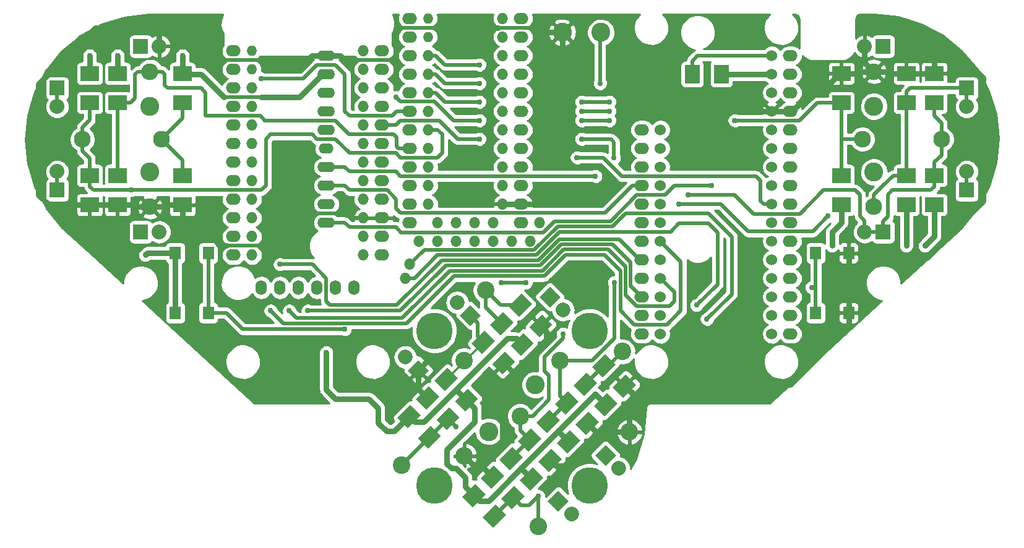
<source format=gbl>
%TF.GenerationSoftware,KiCad,Pcbnew,4.1.0-alpha+201609021633+7109~49~ubuntu16.04.1-product*%
%TF.CreationDate,2016-09-14T14:42:10+05:30*%
%TF.ProjectId,OTS2_main,4F5453325F6D61696E2E6B696361645F,rev?*%
%TF.FileFunction,Copper,L2,Bot,Signal*%
%FSLAX46Y46*%
G04 Gerber Fmt 4.6, Leading zero omitted, Abs format (unit mm)*
G04 Created by KiCad (PCBNEW 4.1.0-alpha+201609021633+7109~49~ubuntu16.04.1-product) date Wed Sep 14 14:42:10 2016*
%MOMM*%
%LPD*%
G01*
G04 APERTURE LIST*
%ADD10C,0.101600*%
%ADD11C,2.400000*%
%ADD12C,5.000000*%
%ADD13C,2.600000*%
%ADD14O,2.413000X1.397000*%
%ADD15O,2.032000X1.397000*%
%ADD16O,2.032000X1.524000*%
%ADD17C,1.524000*%
%ADD18R,1.524000X1.778000*%
%ADD19O,1.524000X2.032000*%
%ADD20O,1.524000X1.524000*%
%ADD21O,1.397000X1.397000*%
%ADD22R,2.500000X2.000000*%
%ADD23R,2.000000X2.500000*%
%ADD24C,2.300000*%
%ADD25C,2.032000*%
%ADD26R,2.032000X2.032000*%
%ADD27O,2.032000X2.032000*%
%ADD28C,0.762000*%
%ADD29C,0.762000*%
%ADD30C,0.508000*%
%ADD31C,0.254000*%
G04 APERTURE END LIST*
D10*
D11*
X93185158Y-78580158D03*
D12*
X81468398Y-66863398D03*
D11*
X85527191Y-84017809D03*
D12*
X102681602Y-88076602D03*
D11*
X98622809Y-70922191D03*
D12*
X81468398Y-88076602D03*
X102681602Y-66863398D03*
D13*
X88893019Y-80651981D03*
X95256981Y-74288019D03*
D11*
X76971199Y-85219890D03*
X85527191Y-70922191D03*
X88468755Y-61319681D03*
X95681245Y-93620319D03*
X108154608Y-80722691D03*
X107178801Y-69720110D03*
D14*
X66675000Y-29210000D03*
X66675000Y-31750000D03*
X66675000Y-34290000D03*
X66675000Y-36830000D03*
X66675000Y-39370000D03*
D15*
X66675000Y-41910000D03*
D14*
X66675000Y-44450000D03*
X66675000Y-46990000D03*
X66675000Y-49530000D03*
X66675000Y-52070000D03*
D16*
X109855000Y-67310000D03*
X109855000Y-64770000D03*
X109855000Y-62230000D03*
X109855000Y-59690000D03*
X109855000Y-57150000D03*
X109855000Y-54610000D03*
X109855000Y-52070000D03*
X109855000Y-49530000D03*
X109855000Y-46990000D03*
X109855000Y-44450000D03*
X109855000Y-41910000D03*
X109855000Y-39370000D03*
X130175000Y-29210000D03*
X130175000Y-31750000D03*
X130175000Y-34290000D03*
X130175000Y-36830000D03*
X130175000Y-39370000D03*
X130175000Y-41910000D03*
X130175000Y-44450000D03*
X130175000Y-46990000D03*
X130175000Y-49530000D03*
X130175000Y-52070000D03*
X130175000Y-54610000D03*
X130175000Y-57150000D03*
X130175000Y-59690000D03*
X130175000Y-62230000D03*
X130175000Y-64770000D03*
X130175000Y-67310000D03*
D17*
X112395000Y-67310000D03*
X112395000Y-64770000D03*
X112395000Y-62230000D03*
X112395000Y-59690000D03*
X112395000Y-57150000D03*
X112395000Y-54610000D03*
X112395000Y-52070000D03*
X112395000Y-49530000D03*
X112395000Y-46990000D03*
X112395000Y-44450000D03*
X112395000Y-41910000D03*
X112395000Y-39370000D03*
X127635000Y-29210000D03*
X127635000Y-31750000D03*
X127635000Y-34290000D03*
X127635000Y-36830000D03*
X127635000Y-39370000D03*
X127635000Y-41910000D03*
X127635000Y-44450000D03*
X127635000Y-46990000D03*
X127635000Y-49530000D03*
X127635000Y-52070000D03*
X127635000Y-54610000D03*
X127635000Y-57150000D03*
X127635000Y-59690000D03*
X127635000Y-62230000D03*
X127635000Y-64770000D03*
X127635000Y-67310000D03*
D18*
X138150600Y-56235600D03*
X138150600Y-64414400D03*
X133629400Y-64414400D03*
X133629400Y-56235600D03*
D16*
X74295000Y-28575000D03*
X74295000Y-31115000D03*
X74295000Y-33655000D03*
X74295000Y-36195000D03*
X74295000Y-38735000D03*
X74295000Y-41275000D03*
X74295000Y-43815000D03*
X74295000Y-46355000D03*
X74295000Y-48895000D03*
X74295000Y-51435000D03*
X74295000Y-53975000D03*
X74295000Y-56515000D03*
D19*
X70485000Y-60960000D03*
X67945000Y-60960000D03*
X65405000Y-60960000D03*
X62865000Y-60960000D03*
X60325000Y-60960000D03*
X57785000Y-60960000D03*
D16*
X53975000Y-56515000D03*
X53975000Y-53975000D03*
X53975000Y-51435000D03*
X53975000Y-48895000D03*
X53975000Y-46355000D03*
X53975000Y-43815000D03*
X53975000Y-41275000D03*
X53975000Y-38735000D03*
X53975000Y-36195000D03*
X53975000Y-33655000D03*
X53975000Y-31115000D03*
X53975000Y-28575000D03*
D20*
X71755000Y-28575000D03*
X71755000Y-31115000D03*
X71755000Y-33655000D03*
X71755000Y-36195000D03*
X71755000Y-38735000D03*
X71755000Y-41275000D03*
X71755000Y-43815000D03*
X71755000Y-46355000D03*
X71755000Y-48895000D03*
X71755000Y-51435000D03*
X71755000Y-53975000D03*
X71755000Y-56515000D03*
X56515000Y-56515000D03*
X56515000Y-53975000D03*
X56515000Y-51435000D03*
X56515000Y-48895000D03*
X56515000Y-46355000D03*
X56515000Y-43815000D03*
X56515000Y-41275000D03*
X56515000Y-38735000D03*
X56515000Y-36195000D03*
X56515000Y-33655000D03*
D21*
X56515000Y-31115000D03*
X56515000Y-28575000D03*
D22*
X146050000Y-35655000D03*
X146050000Y-31655000D03*
X149860000Y-35655000D03*
X149860000Y-31655000D03*
X137160000Y-35655000D03*
X137160000Y-31655000D03*
X38100000Y-45625000D03*
X38100000Y-49625000D03*
X34290000Y-45625000D03*
X34290000Y-49625000D03*
X46990000Y-45625000D03*
X46990000Y-49625000D03*
D10*
G36*
X93810204Y-89502437D02*
X92042437Y-91270204D01*
X90628224Y-89855991D01*
X92395991Y-88088224D01*
X93810204Y-89502437D01*
X93810204Y-89502437D01*
G37*
G36*
X90981776Y-86674009D02*
X89214009Y-88441776D01*
X87799796Y-87027563D01*
X89567563Y-85259796D01*
X90981776Y-86674009D01*
X90981776Y-86674009D01*
G37*
G36*
X84920204Y-78707437D02*
X83152437Y-80475204D01*
X81738224Y-79060991D01*
X83505991Y-77293224D01*
X84920204Y-78707437D01*
X84920204Y-78707437D01*
G37*
G36*
X82091776Y-75879009D02*
X80324009Y-77646776D01*
X78909796Y-76232563D01*
X80677563Y-74464796D01*
X82091776Y-75879009D01*
X82091776Y-75879009D01*
G37*
G36*
X91609796Y-63532563D02*
X93377563Y-61764796D01*
X94791776Y-63179009D01*
X93024009Y-64946776D01*
X91609796Y-63532563D01*
X91609796Y-63532563D01*
G37*
G36*
X94438224Y-66360991D02*
X96205991Y-64593224D01*
X97620204Y-66007437D01*
X95852437Y-67775204D01*
X94438224Y-66360991D01*
X94438224Y-66360991D01*
G37*
G36*
X103039796Y-71787563D02*
X104807563Y-70019796D01*
X106221776Y-71434009D01*
X104454009Y-73201776D01*
X103039796Y-71787563D01*
X103039796Y-71787563D01*
G37*
G36*
X105868224Y-74615991D02*
X107635991Y-72848224D01*
X109050204Y-74262437D01*
X107282437Y-76030204D01*
X105868224Y-74615991D01*
X105868224Y-74615991D01*
G37*
G36*
X92879796Y-81947563D02*
X94647563Y-80179796D01*
X96061776Y-81594009D01*
X94294009Y-83361776D01*
X92879796Y-81947563D01*
X92879796Y-81947563D01*
G37*
G36*
X95708224Y-84775991D02*
X97475991Y-83008224D01*
X98890204Y-84422437D01*
X97122437Y-86190204D01*
X95708224Y-84775991D01*
X95708224Y-84775991D01*
G37*
G36*
X86529796Y-68612563D02*
X88297563Y-66844796D01*
X89711776Y-68259009D01*
X87944009Y-70026776D01*
X86529796Y-68612563D01*
X86529796Y-68612563D01*
G37*
G36*
X89358224Y-71440991D02*
X91125991Y-69673224D01*
X92540204Y-71087437D01*
X90772437Y-72855204D01*
X89358224Y-71440991D01*
X89358224Y-71440991D01*
G37*
G36*
X97959796Y-76867563D02*
X99727563Y-75099796D01*
X101141776Y-76514009D01*
X99374009Y-78281776D01*
X97959796Y-76867563D01*
X97959796Y-76867563D01*
G37*
G36*
X100788224Y-79695991D02*
X102555991Y-77928224D01*
X103970204Y-79342437D01*
X102202437Y-81110204D01*
X100788224Y-79695991D01*
X100788224Y-79695991D01*
G37*
D22*
X146050000Y-49625000D03*
X146050000Y-45625000D03*
X149860000Y-49625000D03*
X149860000Y-45625000D03*
X137160000Y-49625000D03*
X137160000Y-45625000D03*
X38100000Y-31655000D03*
X38100000Y-35655000D03*
X34290000Y-31655000D03*
X34290000Y-35655000D03*
X46990000Y-31655000D03*
X46990000Y-35655000D03*
D10*
G36*
X85259796Y-89567563D02*
X87027563Y-87799796D01*
X88441776Y-89214009D01*
X86674009Y-90981776D01*
X85259796Y-89567563D01*
X85259796Y-89567563D01*
G37*
G36*
X88088224Y-92395991D02*
X89855991Y-90628224D01*
X91270204Y-92042437D01*
X89502437Y-93810204D01*
X88088224Y-92395991D01*
X88088224Y-92395991D01*
G37*
G36*
X76369796Y-78772563D02*
X78137563Y-77004796D01*
X79551776Y-78419009D01*
X77784009Y-80186776D01*
X76369796Y-78772563D01*
X76369796Y-78772563D01*
G37*
G36*
X79198224Y-81600991D02*
X80965991Y-79833224D01*
X82380204Y-81247437D01*
X80612437Y-83015204D01*
X79198224Y-81600991D01*
X79198224Y-81600991D01*
G37*
G36*
X95080204Y-68547437D02*
X93312437Y-70315204D01*
X91898224Y-68900991D01*
X93665991Y-67133224D01*
X95080204Y-68547437D01*
X95080204Y-68547437D01*
G37*
G36*
X92251776Y-65719009D02*
X90484009Y-67486776D01*
X89069796Y-66072563D01*
X90837563Y-64304796D01*
X92251776Y-65719009D01*
X92251776Y-65719009D01*
G37*
G36*
X106510204Y-76802437D02*
X104742437Y-78570204D01*
X103328224Y-77155991D01*
X105095991Y-75388224D01*
X106510204Y-76802437D01*
X106510204Y-76802437D01*
G37*
G36*
X103681776Y-73974009D02*
X101914009Y-75741776D01*
X100499796Y-74327563D01*
X102267563Y-72559796D01*
X103681776Y-73974009D01*
X103681776Y-73974009D01*
G37*
G36*
X96350204Y-86962437D02*
X94582437Y-88730204D01*
X93168224Y-87315991D01*
X94935991Y-85548224D01*
X96350204Y-86962437D01*
X96350204Y-86962437D01*
G37*
G36*
X93521776Y-84134009D02*
X91754009Y-85901776D01*
X90339796Y-84487563D01*
X92107563Y-82719796D01*
X93521776Y-84134009D01*
X93521776Y-84134009D01*
G37*
G36*
X87460204Y-76167437D02*
X85692437Y-77935204D01*
X84278224Y-76520991D01*
X86045991Y-74753224D01*
X87460204Y-76167437D01*
X87460204Y-76167437D01*
G37*
G36*
X84631776Y-73339009D02*
X82864009Y-75106776D01*
X81449796Y-73692563D01*
X83217563Y-71924796D01*
X84631776Y-73339009D01*
X84631776Y-73339009D01*
G37*
G36*
X101430204Y-81882437D02*
X99662437Y-83650204D01*
X98248224Y-82235991D01*
X100015991Y-80468224D01*
X101430204Y-81882437D01*
X101430204Y-81882437D01*
G37*
G36*
X98601776Y-79054009D02*
X96834009Y-80821776D01*
X95419796Y-79407563D01*
X97187563Y-77639796D01*
X98601776Y-79054009D01*
X98601776Y-79054009D01*
G37*
D23*
X120745000Y-31750000D03*
X116745000Y-31750000D03*
D24*
X44115000Y-40640000D03*
D13*
X42545000Y-36140000D03*
D24*
X42545000Y-31380000D03*
D13*
X42545000Y-45140000D03*
D24*
X42545000Y-49900000D03*
X33285000Y-40640000D03*
X140035000Y-40640000D03*
D13*
X141605000Y-45140000D03*
D24*
X141605000Y-49900000D03*
D13*
X141605000Y-36140000D03*
D24*
X141605000Y-31380000D03*
X150865000Y-40640000D03*
D16*
X93345000Y-24130000D03*
X93345000Y-26670000D03*
X93345000Y-29210000D03*
X93345000Y-31750000D03*
X93345000Y-34290000D03*
X93345000Y-36830000D03*
X93345000Y-39370000D03*
X93345000Y-41910000D03*
X93345000Y-44450000D03*
X93345000Y-46990000D03*
X93345000Y-49530000D03*
X93345000Y-52070000D03*
D20*
X92075000Y-54610000D03*
X89535000Y-54610000D03*
X86995000Y-54610000D03*
X84455000Y-54610000D03*
X81915000Y-54610000D03*
X79375000Y-54610000D03*
D16*
X78105000Y-52069999D03*
X78105000Y-49530000D03*
X78105000Y-46990000D03*
X78105000Y-44450000D03*
X78105000Y-41910000D03*
X78105000Y-39370000D03*
X78105000Y-36830000D03*
X78105000Y-34290000D03*
X78105000Y-31750000D03*
X78105000Y-29210000D03*
X78105000Y-26670000D03*
X78105000Y-24130000D03*
D20*
X90805000Y-24130000D03*
X90805000Y-26670000D03*
X90805000Y-29210000D03*
X90805000Y-31750000D03*
X90805000Y-34290000D03*
X90805000Y-36830000D03*
X90805000Y-39370000D03*
X90805000Y-41910000D03*
X90805000Y-44450000D03*
X90805000Y-46990000D03*
X90805000Y-49530000D03*
X95885000Y-52070000D03*
X94615000Y-54610000D03*
X89535000Y-52070000D03*
X86995000Y-52070000D03*
X84455000Y-52070000D03*
X81915000Y-52070000D03*
X80645000Y-49530000D03*
X78105000Y-57785000D03*
X77470000Y-59690000D03*
X80645000Y-46990000D03*
X80645000Y-44450000D03*
X80645000Y-41910000D03*
X80645000Y-39370000D03*
X80645000Y-36830000D03*
X80645000Y-34290000D03*
X80645000Y-31750000D03*
X80645000Y-29210000D03*
D21*
X80645000Y-26670000D03*
X80645000Y-24130000D03*
D13*
X98950000Y-26035000D03*
X104250000Y-26035000D03*
D18*
X50520600Y-56235600D03*
X50520600Y-64414400D03*
X45999400Y-64414400D03*
X45999400Y-56235600D03*
D10*
G36*
X104883949Y-85365790D02*
X103447108Y-83928949D01*
X104883949Y-82492108D01*
X106320790Y-83928949D01*
X104883949Y-85365790D01*
X104883949Y-85365790D01*
G37*
D25*
X106680000Y-85725000D02*
X106680000Y-85725000D01*
D10*
G36*
X98425000Y-91606841D02*
X96988159Y-90170000D01*
X98425000Y-88733159D01*
X99861841Y-90170000D01*
X98425000Y-91606841D01*
X98425000Y-91606841D01*
G37*
D25*
X100221051Y-91966051D02*
X100221051Y-91966051D01*
D10*
G36*
X86360000Y-63333159D02*
X87796841Y-64770000D01*
X86360000Y-66206841D01*
X84923159Y-64770000D01*
X86360000Y-63333159D01*
X86360000Y-63333159D01*
G37*
D25*
X84563949Y-62973949D02*
X84563949Y-62973949D01*
D10*
G36*
X79266040Y-70844221D02*
X80702881Y-72281062D01*
X79266040Y-73717903D01*
X77829199Y-72281062D01*
X79266040Y-70844221D01*
X79266040Y-70844221D01*
G37*
D25*
X77469989Y-70485011D02*
X77469989Y-70485011D01*
D26*
X29845000Y-47625000D03*
D27*
X29845000Y-45085000D03*
D26*
X41275000Y-27940000D03*
D27*
X43815000Y-27940000D03*
D26*
X41275000Y-53340000D03*
D27*
X43815000Y-53340000D03*
D26*
X29845000Y-33655000D03*
D27*
X29845000Y-36195000D03*
D26*
X154305000Y-33655000D03*
D27*
X154305000Y-36195000D03*
D26*
X142875000Y-27940000D03*
D27*
X140335000Y-27940000D03*
D26*
X154305000Y-47625000D03*
D27*
X154305000Y-45085000D03*
D26*
X142875000Y-53340000D03*
D27*
X140335000Y-53340000D03*
D10*
G36*
X97263949Y-63666841D02*
X95827108Y-62230000D01*
X97263949Y-60793159D01*
X98700790Y-62230000D01*
X97263949Y-63666841D01*
X97263949Y-63666841D01*
G37*
D25*
X99060000Y-64026051D02*
X99060000Y-64026051D01*
D28*
X82549994Y-70485000D03*
X90805000Y-74930000D03*
X135890000Y-55245000D03*
X66675000Y-69850000D03*
X41910000Y-56515000D03*
X123825000Y-31750000D03*
X38100000Y-29210000D03*
X46990000Y-29210000D03*
X34290000Y-29210000D03*
X103505000Y-75565000D03*
X98425000Y-80645000D03*
X93345000Y-85725000D03*
X146050000Y-55245000D03*
X148590000Y-55245000D03*
X85725000Y-86995000D03*
X87630000Y-40640000D03*
X100965000Y-43180000D03*
X119380000Y-46990000D03*
X133096000Y-60959986D03*
X104140000Y-33020000D03*
X106073157Y-60276239D03*
X93980000Y-60325000D03*
X90614490Y-60325000D03*
X99060000Y-67310000D03*
X84455000Y-80010000D03*
X95681245Y-89535000D03*
X57785000Y-32385000D03*
X40005000Y-47625000D03*
X101600000Y-35560000D03*
X122555000Y-38100000D03*
X105410000Y-35560000D03*
X87630000Y-30480000D03*
X105410000Y-36830000D03*
X101600000Y-36830000D03*
X87630000Y-33020000D03*
X116205000Y-48260000D03*
X114935000Y-49529990D03*
X135338444Y-51181000D03*
X87630000Y-35560000D03*
X101600000Y-38100000D03*
X105410000Y-38100000D03*
X69215000Y-66675000D03*
X60325000Y-57785000D03*
X61595000Y-64135000D03*
X64135000Y-64135000D03*
X103505000Y-45720000D03*
X117348000Y-63373000D03*
X106045000Y-43180000D03*
X101600000Y-40640000D03*
X87630000Y-38100000D03*
X76200000Y-34925000D03*
X59055000Y-64135000D03*
X118745000Y-65278000D03*
D29*
X149860000Y-31655000D02*
X149860000Y-29845000D01*
X153543000Y-29210000D02*
X156591000Y-32258000D01*
X150495000Y-29210000D02*
X153543000Y-29210000D01*
X149860000Y-29845000D02*
X150495000Y-29210000D01*
X34290000Y-49625000D02*
X28670000Y-49625000D01*
X28670000Y-49625000D02*
X27305000Y-48260000D01*
X27305000Y-48260000D02*
X27305000Y-33134298D01*
X27305000Y-33134298D02*
X35039298Y-25400000D01*
X35039298Y-25400000D02*
X43815000Y-25400000D01*
X156591000Y-32258000D02*
X156591000Y-49149000D01*
X156591000Y-49149000D02*
X148869400Y-56870600D01*
X148869400Y-56870600D02*
X140614400Y-56870600D01*
X140614400Y-56870600D02*
X139065000Y-58420000D01*
X139065000Y-58420000D02*
X138150600Y-58420000D01*
X48260000Y-54483020D02*
X48260000Y-66675000D01*
X48260000Y-66675000D02*
X49784000Y-68199000D01*
X49784000Y-68199000D02*
X77941898Y-68199000D01*
X77941898Y-68199000D02*
X80645000Y-70902102D01*
X81062102Y-70485000D02*
X80645000Y-70902102D01*
X80645000Y-70902102D02*
X79266040Y-72281062D01*
X82549994Y-70485000D02*
X81062102Y-70485000D01*
X79266040Y-72281062D02*
X79266040Y-74821040D01*
X79266040Y-74821040D02*
X80500786Y-76055786D01*
X46355000Y-25400000D02*
X43815000Y-25400000D01*
X43815000Y-27940000D02*
X43815000Y-25400000D01*
X140335000Y-27940000D02*
X140335000Y-30110000D01*
X140335000Y-30110000D02*
X141605000Y-31380000D01*
X134275000Y-34290000D02*
X132969000Y-34290000D01*
X132969000Y-34290000D02*
X130429000Y-36830000D01*
X130429000Y-36830000D02*
X130175000Y-36830000D01*
X137160000Y-31655000D02*
X136910000Y-31655000D01*
X136910000Y-31655000D02*
X134275000Y-34290000D01*
X143510000Y-31658655D02*
X143513655Y-31655000D01*
X143513655Y-31655000D02*
X146050000Y-31655000D01*
X141605000Y-31380000D02*
X143231345Y-31380000D01*
X143231345Y-31380000D02*
X143510000Y-31658655D01*
X141605000Y-31380000D02*
X139447000Y-31380000D01*
X139447000Y-31380000D02*
X139172000Y-31655000D01*
X137160000Y-31655000D02*
X139172000Y-31655000D01*
X50800000Y-29845000D02*
X46355000Y-25400000D01*
X52705000Y-29845000D02*
X50800000Y-29845000D01*
X108154608Y-80722691D02*
X104697309Y-80722691D01*
X104697309Y-80722691D02*
X104140000Y-81280000D01*
X92710000Y-73025000D02*
X90805000Y-74930000D01*
X90805000Y-74930000D02*
X90805000Y-82170616D01*
X90805000Y-82170616D02*
X87757808Y-85217808D01*
X87757808Y-85217808D02*
X89390786Y-86850786D01*
X85527191Y-84017809D02*
X86727190Y-85217808D01*
X86727190Y-85217808D02*
X87757808Y-85217808D01*
X93345000Y-49530000D02*
X103505000Y-49530000D01*
X105003600Y-48031400D02*
X105003600Y-45288200D01*
X103505000Y-49530000D02*
X105003600Y-48031400D01*
X105003600Y-45288200D02*
X104165400Y-44450000D01*
X104165400Y-44450000D02*
X99771200Y-44450000D01*
X99771200Y-44450000D02*
X98950000Y-43628800D01*
X98950000Y-43628800D02*
X98950000Y-34290000D01*
X96029214Y-66184214D02*
X96807030Y-66962030D01*
X96807030Y-66962030D02*
X96807030Y-68267570D01*
X96807030Y-68267570D02*
X95250000Y-69824600D01*
X95250000Y-69824600D02*
X95250000Y-70485000D01*
X95250000Y-70485000D02*
X92710000Y-73025000D01*
X63436500Y-30480000D02*
X58420000Y-30480000D01*
X66675000Y-29210000D02*
X64706500Y-29210000D01*
X64706500Y-29210000D02*
X63436500Y-30480000D01*
X138150600Y-64414400D02*
X138150600Y-66319400D01*
X138150600Y-66319400D02*
X130175000Y-74295000D01*
X126492000Y-75438000D02*
X111379000Y-75438000D01*
X127635000Y-74295000D02*
X126492000Y-75438000D01*
X130175000Y-74295000D02*
X127635000Y-74295000D01*
X109982000Y-76835000D02*
X111379000Y-75438000D01*
X98950000Y-34290000D02*
X98950000Y-26035000D01*
X123190000Y-34290000D02*
X98950000Y-34290000D01*
X125730000Y-36830000D02*
X123190000Y-34290000D01*
X127635000Y-36830000D02*
X125730000Y-36830000D01*
X138150600Y-56235600D02*
X138150600Y-58420000D01*
X138150600Y-58420000D02*
X138150600Y-64414400D01*
X48260000Y-54483020D02*
X51371510Y-54483020D01*
X51371510Y-54483020D02*
X52070000Y-55181510D01*
X46990000Y-53213020D02*
X46990000Y-49625000D01*
X48260000Y-54483020D02*
X46990000Y-53213020D01*
X52070000Y-55181510D02*
X53041643Y-55181510D01*
D30*
X69850000Y-50800000D02*
X70485000Y-51435000D01*
X70485000Y-51435000D02*
X71755000Y-51435000D01*
X57848490Y-55181510D02*
X58420000Y-54610000D01*
X69850000Y-50800000D02*
X59055000Y-50800000D01*
X59055000Y-50800000D02*
X58420000Y-51435000D01*
X58420000Y-54610000D02*
X58420000Y-51435000D01*
X53041643Y-55181510D02*
X57848490Y-55181510D01*
D29*
X95885000Y-25400000D02*
X94615000Y-25400000D01*
X90170000Y-25400000D02*
X81915000Y-25400000D01*
D30*
X90170000Y-25400000D02*
X94615000Y-25400000D01*
X81915000Y-25400000D02*
X76835000Y-25400000D01*
D29*
X76200000Y-26035000D02*
X76835000Y-25400000D01*
X76200000Y-26035000D02*
X76200000Y-29210000D01*
X76200000Y-29210000D02*
X75565000Y-29845000D01*
X68580000Y-29210000D02*
X69215000Y-29845000D01*
X66675000Y-29210000D02*
X68580000Y-29210000D01*
D30*
X69215000Y-29845000D02*
X75565000Y-29845000D01*
D29*
X98950000Y-26035000D02*
X96520000Y-26035000D01*
X96520000Y-26035000D02*
X95885000Y-25400000D01*
X46990000Y-49625000D02*
X45085000Y-49625000D01*
X42545000Y-49900000D02*
X44810000Y-49900000D01*
X44810000Y-49900000D02*
X45085000Y-49625000D01*
X42545000Y-49900000D02*
X40387000Y-49900000D01*
X40387000Y-49900000D02*
X40112000Y-49625000D01*
X38100000Y-49625000D02*
X40112000Y-49625000D01*
X109982000Y-76835000D02*
X108154608Y-78662392D01*
X107459214Y-74439214D02*
X108237030Y-75217030D01*
X108237030Y-75217030D02*
X108364030Y-75217030D01*
X108364030Y-75217030D02*
X109982000Y-76835000D01*
X130175000Y-36830000D02*
X127635000Y-36830000D01*
D30*
X57785000Y-29845000D02*
X52705000Y-29845000D01*
X58420000Y-30480000D02*
X57785000Y-29845000D01*
D29*
X108154608Y-75134608D02*
X107459214Y-74439214D01*
X108154608Y-78662392D02*
X108154608Y-80722691D01*
X90949214Y-71264214D02*
X92710000Y-73025000D01*
X100042970Y-85377030D02*
X104140000Y-81280000D01*
X102379214Y-79519214D02*
X104140000Y-81280000D01*
X97299214Y-84599214D02*
X98077030Y-85377030D01*
X98077030Y-85377030D02*
X100042970Y-85377030D01*
X93345000Y-49530000D02*
X90805000Y-49530000D01*
X34290000Y-49625000D02*
X38100000Y-49625000D01*
X146050000Y-31655000D02*
X149860000Y-31655000D01*
D31*
X74295000Y-51435000D02*
X74549000Y-51435000D01*
D29*
X137160000Y-52070000D02*
X135890000Y-53340000D01*
X135890000Y-53340000D02*
X135890000Y-55245000D01*
X137160000Y-49625000D02*
X137160000Y-52070000D01*
X146050000Y-55245000D02*
X146050000Y-49625000D01*
X149860000Y-49625000D02*
X149860000Y-53975000D01*
X91440000Y-67945000D02*
X84455000Y-74930000D01*
X93489214Y-68724214D02*
X92710000Y-67945000D01*
X91440000Y-67945000D02*
X92710000Y-67945000D01*
X84455000Y-74930000D02*
X80010000Y-79375000D01*
X85869214Y-76344214D02*
X84455000Y-74930000D01*
X80010000Y-79375000D02*
X78740000Y-79375000D01*
X78740000Y-79375000D02*
X77960786Y-78595786D01*
X77960786Y-78595786D02*
X75911572Y-80645000D01*
X73756185Y-79471185D02*
X73756185Y-77470000D01*
X66675000Y-74930000D02*
X66675000Y-69850000D01*
X75911572Y-80645000D02*
X74930000Y-80645000D01*
X74930000Y-80645000D02*
X73756185Y-79471185D01*
X73756185Y-77470000D02*
X72486185Y-76200000D01*
X72486185Y-76200000D02*
X67945000Y-76200000D01*
X67945000Y-76200000D02*
X66675000Y-74930000D01*
X85869214Y-76344214D02*
X86995000Y-77470000D01*
X86995000Y-77470000D02*
X86995000Y-79375000D01*
X83820000Y-85725000D02*
X84455000Y-85725000D01*
X86995000Y-79375000D02*
X83185000Y-83185000D01*
X83185000Y-83185000D02*
X83185000Y-85090000D01*
X83185000Y-85090000D02*
X83820000Y-85725000D01*
X84455000Y-85725000D02*
X85725000Y-86995000D01*
X57785000Y-34925000D02*
X62992000Y-34925000D01*
X62992000Y-34925000D02*
X66167000Y-31750000D01*
X66167000Y-31750000D02*
X66675000Y-31750000D01*
X45999400Y-56235600D02*
X42189400Y-56235600D01*
X42189400Y-56235600D02*
X41910000Y-56515000D01*
X45999400Y-64414400D02*
X45999400Y-56235600D01*
X85725000Y-88265000D02*
X85725000Y-86995000D01*
X86850786Y-89390786D02*
X85725000Y-88265000D01*
X88901398Y-90168602D02*
X93345000Y-85725000D01*
X86850786Y-89390786D02*
X87628602Y-90168602D01*
X87628602Y-90168602D02*
X88901398Y-90168602D01*
X52705000Y-34925000D02*
X49530000Y-31750000D01*
X49530000Y-31750000D02*
X47085000Y-31750000D01*
X47085000Y-31750000D02*
X46990000Y-31655000D01*
X123825000Y-31750000D02*
X120745000Y-31750000D01*
X127635000Y-31750000D02*
X123825000Y-31750000D01*
X38100000Y-31655000D02*
X38100000Y-29210000D01*
X46990000Y-29210000D02*
X46990000Y-31655000D01*
X34290000Y-31655000D02*
X34290000Y-29210000D01*
X103505000Y-75565000D02*
X98425000Y-80645000D01*
X104919214Y-76979214D02*
X103505000Y-75565000D01*
X149860000Y-53975000D02*
X148590000Y-55245000D01*
D30*
X57785000Y-34925000D02*
X52705000Y-34925000D01*
D29*
X93345000Y-85725000D02*
X98425000Y-80645000D01*
X94759214Y-87139214D02*
X93345000Y-85725000D01*
X99839214Y-82059214D02*
X98425000Y-80645000D01*
D30*
X100965000Y-43180000D02*
X104571800Y-43180000D01*
X104571800Y-43180000D02*
X107111800Y-45720000D01*
X107111800Y-45720000D02*
X125476000Y-45720000D01*
X125476000Y-45720000D02*
X126111000Y-46355000D01*
X126111000Y-46355000D02*
X126111000Y-49083630D01*
X126111000Y-49083630D02*
X126557370Y-49530000D01*
X126557370Y-49530000D02*
X127635000Y-49530000D01*
X76796899Y-38138101D02*
X82143600Y-38138101D01*
X87630000Y-40640000D02*
X84645499Y-40640000D01*
X84645499Y-40640000D02*
X82143600Y-38138101D01*
X74295000Y-38735000D02*
X76200000Y-38735000D01*
X76200000Y-38735000D02*
X76796899Y-38138101D01*
D31*
X130175000Y-49530000D02*
X130429000Y-49530000D01*
D30*
X97909847Y-51879467D02*
X96385815Y-53403499D01*
X76898499Y-53403499D02*
X76200000Y-52705000D01*
X76200000Y-52705000D02*
X69850000Y-52705000D01*
X109164738Y-48260000D02*
X105545271Y-51879467D01*
X105545271Y-51879467D02*
X97909847Y-51879467D01*
X96385815Y-53403499D02*
X76898499Y-53403499D01*
X69850000Y-52705000D02*
X69215000Y-52070000D01*
X69215000Y-52070000D02*
X66675000Y-52070000D01*
X110490000Y-48260000D02*
X109164738Y-48260000D01*
X111125000Y-48260000D02*
X110490000Y-48260000D01*
X113030000Y-48260000D02*
X111125000Y-48260000D01*
X111125000Y-48260000D02*
X109164738Y-48260000D01*
X110490000Y-48260000D02*
X109164738Y-48260000D01*
X119380000Y-46990000D02*
X114300000Y-46990000D01*
X114300000Y-46990000D02*
X113030000Y-48260000D01*
D31*
X66675000Y-52070000D02*
X67310000Y-52070000D01*
D30*
X133629386Y-60959986D02*
X133629400Y-60959972D01*
X133629400Y-60959972D02*
X133629400Y-56235600D01*
X133629386Y-60959986D02*
X133629400Y-60960000D01*
X133629400Y-60960000D02*
X133629400Y-64414400D01*
X133096000Y-60959986D02*
X133629386Y-60959986D01*
X116745000Y-31750000D02*
X116745000Y-29940000D01*
X116745000Y-29940000D02*
X117475000Y-29210000D01*
X127635000Y-29210000D02*
X117475000Y-29210000D01*
D31*
X133629400Y-60960000D02*
X133629400Y-56235600D01*
D30*
X104140000Y-33020000D02*
X104140000Y-26145000D01*
X104140000Y-26145000D02*
X104250000Y-26035000D01*
X106073157Y-60276239D02*
X106073157Y-67916843D01*
X106073157Y-67916843D02*
X103067809Y-70922191D01*
X103067809Y-70922191D02*
X98622809Y-70922191D01*
X98622809Y-70922191D02*
X98622809Y-75762809D01*
X98622809Y-75762809D02*
X99550786Y-76690786D01*
X99550786Y-76690786D02*
X97010786Y-79230786D01*
X90614490Y-60325000D02*
X93980000Y-60325000D01*
X88120786Y-68435786D02*
X87342970Y-67657970D01*
X87342970Y-67657970D02*
X87342970Y-65752970D01*
X87342970Y-65752970D02*
X86360000Y-64770000D01*
D31*
X88120786Y-68435786D02*
X85634381Y-70922191D01*
X85634381Y-70922191D02*
X85527191Y-70922191D01*
X83040786Y-73515786D02*
X85527191Y-71029381D01*
X85527191Y-71029381D02*
X85527191Y-70922191D01*
D30*
X99060000Y-67310000D02*
X99060000Y-67945000D01*
X99060000Y-67945000D02*
X96520000Y-70485000D01*
X96520000Y-72390000D02*
X97155000Y-73025000D01*
X94882214Y-78580158D02*
X93185158Y-78580158D01*
X96520000Y-70485000D02*
X96520000Y-72390000D01*
X97155000Y-73025000D02*
X97155000Y-76307372D01*
X97155000Y-76307372D02*
X94882214Y-78580158D01*
X94470786Y-81770786D02*
X91930786Y-84310786D01*
X93185158Y-78580158D02*
X93185158Y-80485158D01*
X93185158Y-80485158D02*
X94470786Y-81770786D01*
X102090786Y-74150786D02*
X104630786Y-71610786D01*
X104630786Y-71610786D02*
X105288125Y-71610786D01*
X105288125Y-71610786D02*
X107178801Y-69720110D01*
X90504860Y-63355786D02*
X93200786Y-63355786D01*
X88468755Y-61319681D02*
X90504860Y-63355786D01*
X88468755Y-61319681D02*
X88468755Y-63703755D01*
X88468755Y-63703755D02*
X90660786Y-65895786D01*
X80789214Y-81424214D02*
X76993538Y-85219890D01*
X76993538Y-85219890D02*
X76971199Y-85219890D01*
X83329214Y-78884214D02*
X80789214Y-81424214D01*
X84455000Y-80010000D02*
X83329214Y-78884214D01*
X95681245Y-89535000D02*
X94411245Y-90805000D01*
X92219214Y-89679214D02*
X93345000Y-90805000D01*
X93345000Y-90805000D02*
X94411245Y-90805000D01*
X95681245Y-89535000D02*
X95681245Y-93620319D01*
X89679214Y-92219214D02*
X92219214Y-89679214D01*
X29845000Y-47625000D02*
X29845000Y-45085000D01*
X75692000Y-37465000D02*
X76327000Y-36830000D01*
X76327000Y-36830000D02*
X78105000Y-36830000D01*
X69850000Y-37465000D02*
X75692000Y-37465000D01*
X69215000Y-36830000D02*
X69850000Y-37465000D01*
X69215000Y-31750000D02*
X69215000Y-36830000D01*
X65405000Y-30480000D02*
X67945000Y-30480000D01*
X67945000Y-30480000D02*
X69215000Y-31750000D01*
X57785000Y-32385000D02*
X63500000Y-32385000D01*
X63500000Y-32385000D02*
X65405000Y-30480000D01*
X46990000Y-45625000D02*
X46990000Y-43515000D01*
X46990000Y-43515000D02*
X44115000Y-40640000D01*
X46990000Y-35655000D02*
X46990000Y-37765000D01*
X46990000Y-37765000D02*
X44115000Y-40640000D01*
X34782000Y-47625000D02*
X40005000Y-47625000D01*
X40005000Y-47625000D02*
X57785000Y-47625000D01*
X34290000Y-45625000D02*
X34290000Y-47133000D01*
X67945000Y-40640000D02*
X69850000Y-42545000D01*
X34290000Y-47133000D02*
X34782000Y-47625000D01*
X69850000Y-42545000D02*
X76073000Y-42545000D01*
X57785000Y-47625000D02*
X58420000Y-46990000D01*
X58420000Y-46990000D02*
X58420000Y-40640000D01*
X58420000Y-40640000D02*
X59055000Y-40005000D01*
X59055000Y-40005000D02*
X64770000Y-40005000D01*
X64770000Y-40005000D02*
X65405000Y-40640000D01*
X65405000Y-40640000D02*
X67945000Y-40640000D01*
D31*
X76200000Y-42545000D02*
X76073000Y-42545000D01*
D30*
X81915000Y-43180000D02*
X76835000Y-43180000D01*
X76835000Y-43180000D02*
X76200000Y-42545000D01*
X82550000Y-40005000D02*
X82550000Y-42545000D01*
X82550000Y-42545000D02*
X81915000Y-43180000D01*
X80645000Y-39370000D02*
X81915000Y-39370000D01*
X81915000Y-39370000D02*
X82550000Y-40005000D01*
X33285000Y-40640000D02*
X33285000Y-42266345D01*
X33285000Y-42266345D02*
X34290000Y-43271345D01*
X34290000Y-45625000D02*
X34290000Y-43271345D01*
X33285000Y-40640000D02*
X33285000Y-39013655D01*
X34290000Y-35655000D02*
X34290000Y-38008655D01*
X34290000Y-38008655D02*
X33285000Y-39013655D01*
X29845000Y-33655000D02*
X29845000Y-36195000D01*
X78105000Y-41910000D02*
X76581000Y-41910000D01*
X76581000Y-41910000D02*
X76327000Y-41656000D01*
X76327000Y-41656000D02*
X76327000Y-40386000D01*
X49530000Y-33655000D02*
X44958000Y-33655000D01*
X76327000Y-40386000D02*
X75882510Y-39941510D01*
X75882510Y-39941510D02*
X69786510Y-39941510D01*
X69786510Y-39941510D02*
X67945000Y-38100000D01*
X67945000Y-38100000D02*
X58293000Y-38100000D01*
X50165000Y-34290000D02*
X49530000Y-33655000D01*
X58293000Y-38100000D02*
X57658000Y-37465000D01*
X44577000Y-33274000D02*
X44577000Y-31785655D01*
X57658000Y-37465000D02*
X50165000Y-37465000D01*
X50165000Y-37465000D02*
X50165000Y-34290000D01*
X44958000Y-33655000D02*
X44577000Y-33274000D01*
X44577000Y-31785655D02*
X44171345Y-31380000D01*
X44171345Y-31380000D02*
X42545000Y-31380000D01*
X38100000Y-35655000D02*
X39910000Y-35655000D01*
X40513000Y-31785655D02*
X40513000Y-35052000D01*
X40513000Y-35052000D02*
X39910000Y-35655000D01*
X42545000Y-31380000D02*
X40918655Y-31380000D01*
X40918655Y-31380000D02*
X40513000Y-31785655D01*
X38100000Y-35655000D02*
X38100000Y-45625000D01*
X154305000Y-47625000D02*
X154305000Y-45085000D01*
X137160000Y-45625000D02*
X137160000Y-40640000D01*
X122555000Y-38100000D02*
X131445000Y-38100000D01*
X137160000Y-35655000D02*
X133890000Y-35655000D01*
X133890000Y-35655000D02*
X131445000Y-38100000D01*
X80645000Y-29210000D02*
X81610200Y-29210000D01*
X87630000Y-30480000D02*
X82880200Y-30480000D01*
X82880200Y-30480000D02*
X81610200Y-29210000D01*
X140035000Y-40640000D02*
X137160000Y-40640000D01*
X137160000Y-35655000D02*
X137160000Y-40640000D01*
X101600000Y-35560000D02*
X105410000Y-35560000D01*
X142875000Y-53340000D02*
X142875000Y-51903160D01*
X149860000Y-47133000D02*
X149860000Y-45625000D01*
X149368000Y-47625000D02*
X149860000Y-47133000D01*
X144145000Y-47625000D02*
X149368000Y-47625000D01*
X143510000Y-48260000D02*
X144145000Y-47625000D01*
X143510000Y-51268160D02*
X143510000Y-48260000D01*
X142875000Y-51903160D02*
X143510000Y-51268160D01*
X140335000Y-53340000D02*
X142875000Y-53340000D01*
X140335000Y-53340000D02*
X140335000Y-51816000D01*
X105410000Y-36830000D02*
X101600000Y-36830000D01*
X82880200Y-33020000D02*
X81610200Y-31750000D01*
X87630000Y-33020000D02*
X82880200Y-33020000D01*
X81610200Y-31750000D02*
X80645000Y-31750000D01*
X125158490Y-50863490D02*
X122555000Y-48260000D01*
X134746980Y-47625000D02*
X131508490Y-50863490D01*
X139065000Y-47625000D02*
X134746980Y-47625000D01*
X122555000Y-48260000D02*
X116205000Y-48260000D01*
X139700000Y-51181000D02*
X139700000Y-48260000D01*
X131508490Y-50863490D02*
X125158490Y-50863490D01*
X139700000Y-48260000D02*
X139065000Y-47625000D01*
X140335000Y-51816000D02*
X139700000Y-51181000D01*
X149860000Y-45625000D02*
X149860000Y-43815000D01*
X150865000Y-42810000D02*
X150865000Y-40640000D01*
X149860000Y-43815000D02*
X150865000Y-42810000D01*
X150865000Y-40640000D02*
X150865000Y-38470000D01*
X150865000Y-38470000D02*
X149860000Y-37465000D01*
X149860000Y-37465000D02*
X149860000Y-35655000D01*
X154305000Y-33655000D02*
X154305000Y-36195000D01*
X146542000Y-33655000D02*
X154305000Y-33655000D01*
X146542000Y-33655000D02*
X146050000Y-34147000D01*
X146050000Y-34147000D02*
X146050000Y-35655000D01*
X141605000Y-49900000D02*
X141605000Y-48273655D01*
X141605000Y-48273655D02*
X142875000Y-47003655D01*
X142875000Y-47003655D02*
X142875000Y-46990000D01*
X142875000Y-46990000D02*
X144240000Y-45625000D01*
X144240000Y-45625000D02*
X146050000Y-45625000D01*
X146050000Y-45625000D02*
X146050000Y-35655000D01*
X120649990Y-49529990D02*
X114935000Y-49529990D01*
X124396501Y-53276501D02*
X120649990Y-49529990D01*
X133242943Y-53276501D02*
X124396501Y-53276501D01*
X135338444Y-51181000D02*
X133242943Y-53276501D01*
X80645000Y-34290000D02*
X81635600Y-34290000D01*
X87630000Y-35560000D02*
X82905600Y-35560000D01*
X82905600Y-35560000D02*
X81635600Y-34290000D01*
X101600000Y-38100000D02*
X105410000Y-38100000D01*
X55245000Y-66675000D02*
X52984400Y-64414400D01*
X52984400Y-64414400D02*
X50520600Y-64414400D01*
X69215000Y-66675000D02*
X55245000Y-66675000D01*
X50520600Y-56235600D02*
X50520600Y-64414400D01*
X66675000Y-59690000D02*
X64770000Y-57785000D01*
X66675000Y-62865000D02*
X66675000Y-59690000D01*
X64770000Y-57785000D02*
X60325000Y-57785000D01*
X109601000Y-57150000D02*
X106806956Y-54355956D01*
X98560315Y-54355956D02*
X95677383Y-57238889D01*
X109855000Y-57150000D02*
X109601000Y-57150000D01*
X82461111Y-57238889D02*
X76327000Y-63373000D01*
X95677383Y-57238889D02*
X82461111Y-57238889D01*
X67183000Y-63373000D02*
X66675000Y-62865000D01*
X76327000Y-63373000D02*
X67183000Y-63373000D01*
X106806956Y-54355956D02*
X98560315Y-54355956D01*
X114300000Y-61595000D02*
X112395000Y-59690000D01*
X62610988Y-65150988D02*
X77089012Y-65150988D01*
X99138979Y-55752978D02*
X105282978Y-55752978D01*
X114300000Y-62865000D02*
X114300000Y-61595000D01*
X113665000Y-63500000D02*
X114300000Y-62865000D01*
X109164738Y-63500000D02*
X113665000Y-63500000D01*
X107632533Y-61967794D02*
X109164738Y-63500000D01*
X105282978Y-55752978D02*
X107632533Y-58102533D01*
X96243358Y-58648600D02*
X99138979Y-55752978D01*
X83591400Y-58648600D02*
X96243358Y-58648600D01*
X77089012Y-65150988D02*
X83591400Y-58648600D01*
X61595000Y-64135000D02*
X62610988Y-65150988D01*
X107632533Y-58102533D02*
X107632533Y-61967794D01*
D31*
X113030000Y-59690000D02*
X112395000Y-59690000D01*
D30*
X76835000Y-64135000D02*
X83032600Y-57937400D01*
X98849647Y-55054467D02*
X105854467Y-55054467D01*
X64135000Y-64135000D02*
X76835000Y-64135000D01*
X108331047Y-60706047D02*
X109855000Y-62230000D01*
X83032600Y-57937400D02*
X95966715Y-57937400D01*
X95966715Y-57937400D02*
X98849647Y-55054467D01*
X105854467Y-55054467D02*
X108331047Y-57531047D01*
X108331047Y-57531047D02*
X108331047Y-60706047D01*
X69215000Y-44450000D02*
X66675000Y-44450000D01*
X76200000Y-45085000D02*
X69850000Y-45085000D01*
X69850000Y-45085000D02*
X69215000Y-44450000D01*
X103505000Y-45720000D02*
X76835000Y-45720000D01*
X76835000Y-45720000D02*
X76200000Y-45085000D01*
X109855000Y-46990000D02*
X108534200Y-46990000D01*
X108534200Y-46990000D02*
X104787690Y-50736510D01*
X104787690Y-50736510D02*
X76771510Y-50736510D01*
X76200000Y-48839738D02*
X74985262Y-47625000D01*
X74985262Y-47625000D02*
X69850000Y-47625000D01*
X76771510Y-50736510D02*
X76200000Y-50165000D01*
X76200000Y-50165000D02*
X76200000Y-48839738D01*
X69850000Y-47625000D02*
X69215000Y-46990000D01*
X69215000Y-46990000D02*
X66675000Y-46990000D01*
X88666547Y-56515012D02*
X88666535Y-56515000D01*
X87863465Y-56515000D02*
X87863453Y-56515012D01*
X78740000Y-59690000D02*
X77470000Y-59690000D01*
X98588429Y-53340000D02*
X95413417Y-56515012D01*
X120205500Y-53403500D02*
X118999000Y-52197000D01*
X117348000Y-63373000D02*
X120205500Y-60515500D01*
X81914988Y-56515012D02*
X78740000Y-59690000D01*
X113792000Y-53340000D02*
X98588429Y-53340000D01*
X86126535Y-56515000D02*
X85323465Y-56515000D01*
X82783465Y-56515000D02*
X82783453Y-56515012D01*
X83586547Y-56515012D02*
X83586535Y-56515000D01*
X83586535Y-56515000D02*
X82783465Y-56515000D01*
X85323453Y-56515012D02*
X83586547Y-56515012D01*
X85323465Y-56515000D02*
X85323453Y-56515012D01*
X87863453Y-56515012D02*
X86126547Y-56515012D01*
X95413417Y-56515012D02*
X88666547Y-56515012D01*
X114935000Y-52197000D02*
X113792000Y-53340000D01*
X118999000Y-52197000D02*
X114935000Y-52197000D01*
X120205500Y-60515500D02*
X120205500Y-53403500D01*
X86126547Y-56515012D02*
X86126535Y-56515000D01*
X88666535Y-56515000D02*
X87863465Y-56515000D01*
X82783453Y-56515012D02*
X81914988Y-56515012D01*
X106045000Y-43180000D02*
X106045000Y-41046400D01*
X106045000Y-41046400D02*
X105638600Y-40640000D01*
X101600000Y-40640000D02*
X105638600Y-40640000D01*
X76771510Y-35496510D02*
X81432400Y-35496510D01*
X87630000Y-38100000D02*
X84035890Y-38100000D01*
X84035890Y-38100000D02*
X81432400Y-35496510D01*
X76200000Y-34925000D02*
X76771510Y-35496510D01*
X77660501Y-65849499D02*
X60769499Y-65849499D01*
X112395000Y-54610000D02*
X115189000Y-57404000D01*
X115189000Y-64135000D02*
X113284000Y-66040000D01*
X106934022Y-64135022D02*
X106934022Y-58674022D01*
X60769499Y-65849499D02*
X59055000Y-64135000D01*
X96520000Y-59359800D02*
X84150200Y-59359800D01*
X113284000Y-66040000D02*
X108839000Y-66040000D01*
X115189000Y-57404000D02*
X115189000Y-64135000D01*
X108839000Y-66040000D02*
X106934022Y-64135022D01*
X106934022Y-58674022D02*
X104711489Y-56451489D01*
X104711489Y-56451489D02*
X99428311Y-56451489D01*
X99428311Y-56451489D02*
X96520000Y-59359800D01*
X84150200Y-59359800D02*
X77660501Y-65849499D01*
X122148600Y-61874400D02*
X118745000Y-65278000D01*
X122148600Y-53997860D02*
X122148600Y-61874400D01*
X85034121Y-55816501D02*
X85034133Y-55816489D01*
X107619800Y-50800000D02*
X118950740Y-50800000D01*
X82494133Y-55816489D02*
X83875867Y-55816489D01*
X87574121Y-55816501D02*
X87574133Y-55816489D01*
X105841822Y-52577978D02*
X107619800Y-50800000D01*
X98362608Y-52577978D02*
X105841822Y-52577978D01*
X82494121Y-55816501D02*
X82494133Y-55816489D01*
X78105000Y-57785000D02*
X80073499Y-55816501D01*
X88955879Y-55816501D02*
X95124085Y-55816501D01*
X85034133Y-55816489D02*
X86415867Y-55816489D01*
X118950740Y-50800000D02*
X122148600Y-53997860D01*
X83875879Y-55816501D02*
X85034121Y-55816501D01*
X87574133Y-55816489D02*
X88955867Y-55816489D01*
X80073499Y-55816501D02*
X82494121Y-55816501D01*
X83875867Y-55816489D02*
X83875879Y-55816501D01*
X86415867Y-55816489D02*
X86415879Y-55816501D01*
X88955867Y-55816489D02*
X88955879Y-55816501D01*
X95124085Y-55816501D02*
X98362608Y-52577978D01*
X86415879Y-55816501D02*
X87574121Y-55816501D01*
D31*
G36*
X144919684Y-23899618D02*
X148108117Y-24862263D01*
X151048844Y-26425874D01*
X153629858Y-28530899D01*
X155752849Y-31097155D01*
X157336953Y-34026895D01*
X158321833Y-37208526D01*
X158669974Y-40520862D01*
X158368114Y-43837736D01*
X157427754Y-47032807D01*
X155884709Y-49984379D01*
X153777023Y-52605812D01*
X153671836Y-52712107D01*
X153671796Y-52712156D01*
X145284066Y-60377498D01*
X145288103Y-60088393D01*
X145196189Y-59624192D01*
X145015861Y-59186684D01*
X144753989Y-58792534D01*
X144420546Y-58456756D01*
X144028234Y-58192138D01*
X143591996Y-58008760D01*
X143128448Y-57913608D01*
X142655245Y-57910304D01*
X142190414Y-57998975D01*
X141751658Y-58176244D01*
X141355689Y-58435359D01*
X141017591Y-58766449D01*
X140750241Y-59156904D01*
X140563822Y-59591851D01*
X140465436Y-60054724D01*
X140458829Y-60527892D01*
X140544253Y-60993331D01*
X140718454Y-61433314D01*
X140974798Y-61831081D01*
X141303520Y-62171483D01*
X141692099Y-62441552D01*
X142125734Y-62631003D01*
X142587909Y-62732619D01*
X142704328Y-62735058D01*
X127358976Y-76758800D01*
X111125000Y-76758800D01*
X111092849Y-76761953D01*
X111060542Y-76761727D01*
X111023940Y-76768709D01*
X110986861Y-76772345D01*
X110955936Y-76781682D01*
X110924199Y-76787736D01*
X110889651Y-76801694D01*
X110853983Y-76812463D01*
X110825458Y-76827630D01*
X110795504Y-76839732D01*
X110764328Y-76860133D01*
X110731428Y-76877626D01*
X110706390Y-76898046D01*
X110679359Y-76915735D01*
X110652739Y-76941803D01*
X110623864Y-76965353D01*
X110603271Y-76990245D01*
X110580189Y-77012849D01*
X110559139Y-77043591D01*
X110535388Y-77072302D01*
X110520020Y-77100724D01*
X110501771Y-77127377D01*
X110487093Y-77161623D01*
X110469371Y-77194399D01*
X110459820Y-77225254D01*
X110447090Y-77254954D01*
X110439342Y-77291407D01*
X110428326Y-77326993D01*
X110424949Y-77359120D01*
X110418232Y-77390723D01*
X110417194Y-77400599D01*
X110061195Y-81031362D01*
X109026911Y-84457077D01*
X108332849Y-85762417D01*
X108336638Y-85725115D01*
X108306314Y-85404326D01*
X108214260Y-85095537D01*
X108063982Y-84810508D01*
X107861203Y-84560097D01*
X107613647Y-84353842D01*
X107330746Y-84199598D01*
X107023271Y-84103242D01*
X106934420Y-84093590D01*
X106946602Y-84053431D01*
X106958862Y-83928949D01*
X106946602Y-83804467D01*
X106910292Y-83684769D01*
X106851327Y-83574455D01*
X106771975Y-83477764D01*
X105335134Y-82040923D01*
X105238443Y-81961571D01*
X105128129Y-81902606D01*
X105008431Y-81866296D01*
X104883949Y-81854036D01*
X104759467Y-81866296D01*
X104639769Y-81902606D01*
X104529455Y-81961571D01*
X104432764Y-82040923D01*
X102995923Y-83477764D01*
X102916571Y-83574455D01*
X102857606Y-83684769D01*
X102821296Y-83804467D01*
X102809036Y-83928949D01*
X102821296Y-84053431D01*
X102857606Y-84173129D01*
X102916571Y-84283443D01*
X102995923Y-84380134D01*
X103733847Y-85118058D01*
X103613132Y-85067314D01*
X103010884Y-84943690D01*
X102396094Y-84939398D01*
X101792179Y-85054601D01*
X101222141Y-85284911D01*
X100707694Y-85621556D01*
X100268433Y-86051712D01*
X99921088Y-86558997D01*
X99678890Y-87124086D01*
X99551065Y-87725456D01*
X99542481Y-88340201D01*
X99653465Y-88944906D01*
X99728412Y-89134201D01*
X98876185Y-88281974D01*
X98779494Y-88202622D01*
X98669180Y-88143657D01*
X98549482Y-88107347D01*
X98425000Y-88095087D01*
X98300518Y-88107347D01*
X98180820Y-88143657D01*
X98070506Y-88202622D01*
X97973815Y-88281974D01*
X96695545Y-89560244D01*
X96697289Y-89435376D01*
X96658588Y-89239923D01*
X96582660Y-89055709D01*
X96472398Y-88889751D01*
X96332001Y-88748371D01*
X96166817Y-88636953D01*
X95983138Y-88559741D01*
X95787960Y-88519677D01*
X95695976Y-88519035D01*
X96801389Y-87413622D01*
X96880741Y-87316931D01*
X96939706Y-87206617D01*
X96976016Y-87086919D01*
X96988276Y-86962437D01*
X96976016Y-86837955D01*
X96966514Y-86806630D01*
X97059895Y-86825205D01*
X97184979Y-86825205D01*
X97307660Y-86800802D01*
X97423222Y-86752934D01*
X97527226Y-86683441D01*
X98253278Y-85957389D01*
X98253278Y-85732883D01*
X97299214Y-84778819D01*
X97285072Y-84792962D01*
X97105467Y-84613357D01*
X97119609Y-84599214D01*
X97105467Y-84585072D01*
X97285072Y-84405467D01*
X97299214Y-84419609D01*
X97313357Y-84405467D01*
X97492962Y-84585072D01*
X97478819Y-84599214D01*
X98432883Y-85553278D01*
X98657389Y-85553278D01*
X99383441Y-84827226D01*
X99452934Y-84723222D01*
X99500802Y-84607660D01*
X99525205Y-84484979D01*
X99525205Y-84359895D01*
X99506630Y-84266514D01*
X99537955Y-84276016D01*
X99662437Y-84288276D01*
X99786919Y-84276016D01*
X99906617Y-84239706D01*
X100016931Y-84180741D01*
X100113622Y-84101389D01*
X101881389Y-82333622D01*
X101960741Y-82236931D01*
X102019706Y-82126617D01*
X102056016Y-82006919D01*
X102068276Y-81882437D01*
X102056016Y-81757955D01*
X102046514Y-81726630D01*
X102139895Y-81745205D01*
X102264979Y-81745205D01*
X102387660Y-81720802D01*
X102503222Y-81672934D01*
X102607226Y-81603441D01*
X103074778Y-81135889D01*
X106357622Y-81135889D01*
X106472762Y-81478524D01*
X106652534Y-81792113D01*
X106890030Y-82064604D01*
X107176123Y-82285526D01*
X107499818Y-82446390D01*
X107741410Y-82519677D01*
X108027608Y-82403027D01*
X108027608Y-80849691D01*
X108281608Y-80849691D01*
X108281608Y-82403027D01*
X108567806Y-82519677D01*
X108910441Y-82404537D01*
X109224030Y-82224765D01*
X109496521Y-81987269D01*
X109717443Y-81701176D01*
X109878307Y-81377481D01*
X109951594Y-81135889D01*
X109834944Y-80849691D01*
X108281608Y-80849691D01*
X108027608Y-80849691D01*
X106474272Y-80849691D01*
X106357622Y-81135889D01*
X103074778Y-81135889D01*
X103333278Y-80877389D01*
X103333278Y-80652883D01*
X102379214Y-79698819D01*
X102365072Y-79712962D01*
X102185467Y-79533357D01*
X102199609Y-79519214D01*
X102185467Y-79505072D01*
X102365072Y-79325467D01*
X102379214Y-79339609D01*
X102393357Y-79325467D01*
X102572962Y-79505072D01*
X102558819Y-79519214D01*
X103512883Y-80473278D01*
X103737389Y-80473278D01*
X103901174Y-80309493D01*
X106357622Y-80309493D01*
X106474272Y-80595691D01*
X108027608Y-80595691D01*
X108027608Y-79042355D01*
X108281608Y-79042355D01*
X108281608Y-80595691D01*
X109834944Y-80595691D01*
X109951594Y-80309493D01*
X109836454Y-79966858D01*
X109656682Y-79653269D01*
X109419186Y-79380778D01*
X109133093Y-79159856D01*
X108809398Y-78998992D01*
X108567806Y-78925705D01*
X108281608Y-79042355D01*
X108027608Y-79042355D01*
X107741410Y-78925705D01*
X107398775Y-79040845D01*
X107085186Y-79220617D01*
X106812695Y-79458113D01*
X106591773Y-79744206D01*
X106430909Y-80067901D01*
X106357622Y-80309493D01*
X103901174Y-80309493D01*
X104463441Y-79747226D01*
X104532934Y-79643222D01*
X104580802Y-79527660D01*
X104605205Y-79404979D01*
X104605205Y-79279895D01*
X104586630Y-79186514D01*
X104617955Y-79196016D01*
X104742437Y-79208276D01*
X104866919Y-79196016D01*
X104986617Y-79159706D01*
X105096931Y-79100741D01*
X105193622Y-79021389D01*
X106961389Y-77253622D01*
X107040741Y-77156931D01*
X107099706Y-77046617D01*
X107136016Y-76926919D01*
X107148276Y-76802437D01*
X107136016Y-76677955D01*
X107126514Y-76646630D01*
X107219895Y-76665205D01*
X107344979Y-76665205D01*
X107467660Y-76640802D01*
X107583222Y-76592934D01*
X107687226Y-76523441D01*
X108413278Y-75797389D01*
X108413278Y-75572883D01*
X107459214Y-74618819D01*
X107445072Y-74632962D01*
X107265467Y-74453357D01*
X107279609Y-74439214D01*
X107638819Y-74439214D01*
X108592883Y-75393278D01*
X108817389Y-75393278D01*
X109543441Y-74667226D01*
X109612934Y-74563222D01*
X109660802Y-74447660D01*
X109685205Y-74324979D01*
X109685205Y-74199895D01*
X109660802Y-74077214D01*
X109612934Y-73961652D01*
X109543441Y-73857648D01*
X108994166Y-73308373D01*
X108769660Y-73308373D01*
X107638819Y-74439214D01*
X107279609Y-74439214D01*
X106325545Y-73485150D01*
X106101039Y-73485150D01*
X105374987Y-74211202D01*
X105305494Y-74315206D01*
X105257626Y-74430768D01*
X105233223Y-74553449D01*
X105233223Y-74678533D01*
X105251798Y-74771914D01*
X105220473Y-74762412D01*
X105095991Y-74750152D01*
X104971509Y-74762412D01*
X104851811Y-74798722D01*
X104741497Y-74857687D01*
X104644806Y-74937039D01*
X104479343Y-75102502D01*
X104233595Y-74856755D01*
X104155756Y-74778371D01*
X103990572Y-74666953D01*
X103920611Y-74637544D01*
X104132961Y-74425194D01*
X104212313Y-74328503D01*
X104271278Y-74218189D01*
X104307588Y-74098491D01*
X104319848Y-73974009D01*
X104307588Y-73849527D01*
X104298035Y-73818035D01*
X104329527Y-73827588D01*
X104454009Y-73839848D01*
X104578491Y-73827588D01*
X104698189Y-73791278D01*
X104808503Y-73732313D01*
X104905194Y-73652961D01*
X105477116Y-73081039D01*
X106505150Y-73081039D01*
X106505150Y-73305545D01*
X107459214Y-74259609D01*
X108590055Y-73128768D01*
X108590055Y-72904262D01*
X108040780Y-72354987D01*
X107936776Y-72285494D01*
X107821214Y-72237626D01*
X107698533Y-72213223D01*
X107573449Y-72213223D01*
X107450768Y-72237626D01*
X107335206Y-72285494D01*
X107231202Y-72354987D01*
X106505150Y-73081039D01*
X105477116Y-73081039D01*
X106672961Y-71885194D01*
X106752313Y-71788503D01*
X106811278Y-71678189D01*
X106847588Y-71558491D01*
X106850701Y-71526882D01*
X106960478Y-71551018D01*
X107320262Y-71558555D01*
X107674657Y-71496065D01*
X108010165Y-71365930D01*
X108314006Y-71173106D01*
X108574608Y-70924939D01*
X108753288Y-70671643D01*
X108715436Y-70849724D01*
X108708829Y-71322892D01*
X108794253Y-71788331D01*
X108968454Y-72228314D01*
X109224798Y-72626081D01*
X109553520Y-72966483D01*
X109942099Y-73236552D01*
X110375734Y-73426003D01*
X110837909Y-73527619D01*
X111311019Y-73537529D01*
X111777043Y-73455356D01*
X112218232Y-73284231D01*
X112617779Y-73030670D01*
X112960467Y-72704333D01*
X113233243Y-72317648D01*
X113425716Y-71885346D01*
X113530556Y-71423892D01*
X113531966Y-71322892D01*
X126488829Y-71322892D01*
X126574253Y-71788331D01*
X126748454Y-72228314D01*
X127004798Y-72626081D01*
X127333520Y-72966483D01*
X127722099Y-73236552D01*
X128155734Y-73426003D01*
X128617909Y-73527619D01*
X129091019Y-73537529D01*
X129557043Y-73455356D01*
X129998232Y-73284231D01*
X130397779Y-73030670D01*
X130740467Y-72704333D01*
X131013243Y-72317648D01*
X131205716Y-71885346D01*
X131310556Y-71423892D01*
X131318103Y-70883393D01*
X131226189Y-70419192D01*
X131045861Y-69981684D01*
X130783989Y-69587534D01*
X130450546Y-69251756D01*
X130058234Y-68987138D01*
X129621996Y-68803760D01*
X129158448Y-68708608D01*
X128685245Y-68705304D01*
X128220414Y-68793975D01*
X127781658Y-68971244D01*
X127385689Y-69230359D01*
X127047591Y-69561449D01*
X126780241Y-69951904D01*
X126593822Y-70386851D01*
X126495436Y-70849724D01*
X126488829Y-71322892D01*
X113531966Y-71322892D01*
X113538103Y-70883393D01*
X113446189Y-70419192D01*
X113265861Y-69981684D01*
X113003989Y-69587534D01*
X112670546Y-69251756D01*
X112278234Y-68987138D01*
X111841996Y-68803760D01*
X111378448Y-68708608D01*
X110905245Y-68705304D01*
X110440414Y-68793975D01*
X110001658Y-68971244D01*
X109605689Y-69230359D01*
X109267591Y-69561449D01*
X109008295Y-69940142D01*
X109013880Y-69540179D01*
X108943982Y-69187170D01*
X108806850Y-68854461D01*
X108607705Y-68554724D01*
X108354134Y-68299377D01*
X108055794Y-68098144D01*
X107724051Y-67958692D01*
X107371539Y-67886332D01*
X107011685Y-67883820D01*
X106962157Y-67893268D01*
X106962157Y-65420393D01*
X108210382Y-66668618D01*
X108273827Y-66720732D01*
X108313207Y-66753776D01*
X108305169Y-66768641D01*
X108224545Y-67029094D01*
X108196046Y-67300247D01*
X108220757Y-67571772D01*
X108297736Y-67833325D01*
X108424052Y-68074946D01*
X108594894Y-68287430D01*
X108803753Y-68462684D01*
X109042675Y-68594032D01*
X109302559Y-68676472D01*
X109573507Y-68706864D01*
X109593012Y-68707000D01*
X110116988Y-68707000D01*
X110388333Y-68680394D01*
X110649343Y-68601591D01*
X110890076Y-68473591D01*
X111101362Y-68301270D01*
X111253369Y-68117524D01*
X111294883Y-68181942D01*
X111485196Y-68379016D01*
X111710163Y-68535372D01*
X111961215Y-68645054D01*
X112228789Y-68703884D01*
X112502695Y-68709622D01*
X112772499Y-68662048D01*
X113027923Y-68562975D01*
X113259240Y-68416177D01*
X113457639Y-68227245D01*
X113615561Y-68003375D01*
X113726993Y-67753095D01*
X113787690Y-67485938D01*
X113792059Y-67173017D01*
X113738846Y-66904269D01*
X113703702Y-66819002D01*
X113768184Y-66785578D01*
X113771837Y-66782662D01*
X113775965Y-66780467D01*
X113839611Y-66728558D01*
X113903780Y-66677333D01*
X113910288Y-66670916D01*
X113910420Y-66670808D01*
X113910521Y-66670685D01*
X113912618Y-66668618D01*
X115817618Y-64763618D01*
X115869732Y-64700173D01*
X115922526Y-64637256D01*
X115924779Y-64633158D01*
X115927745Y-64629547D01*
X115966551Y-64557175D01*
X116006111Y-64485214D01*
X116007524Y-64480760D01*
X116009734Y-64476638D01*
X116033751Y-64398083D01*
X116058573Y-64319833D01*
X116059094Y-64315188D01*
X116060461Y-64310717D01*
X116068764Y-64228976D01*
X116077913Y-64147412D01*
X116077977Y-64138280D01*
X116077995Y-64138103D01*
X116077979Y-64137938D01*
X116078000Y-64135000D01*
X116078000Y-57404000D01*
X116069993Y-57322336D01*
X116062830Y-57240468D01*
X116061525Y-57235976D01*
X116061069Y-57231326D01*
X116049475Y-57192924D01*
X116292099Y-57361552D01*
X116725734Y-57551003D01*
X117187909Y-57652619D01*
X117661019Y-57662529D01*
X118127043Y-57580356D01*
X118568232Y-57409231D01*
X118967779Y-57155670D01*
X119310467Y-56829333D01*
X119316500Y-56820781D01*
X119316500Y-60147264D01*
X117072592Y-62391172D01*
X117059753Y-62393621D01*
X116875014Y-62468261D01*
X116708290Y-62577361D01*
X116565933Y-62716768D01*
X116453364Y-62881170D01*
X116374872Y-63064306D01*
X116333446Y-63259200D01*
X116330664Y-63458428D01*
X116366633Y-63654403D01*
X116439981Y-63839659D01*
X116547915Y-64007140D01*
X116686324Y-64150467D01*
X116849936Y-64264180D01*
X117032520Y-64343949D01*
X117227119Y-64386734D01*
X117426324Y-64390907D01*
X117622545Y-64356308D01*
X117808308Y-64284255D01*
X117976539Y-64177493D01*
X118120828Y-64040088D01*
X118235681Y-63877273D01*
X118316723Y-63695251D01*
X118326642Y-63651594D01*
X120834118Y-61144118D01*
X120886232Y-61080673D01*
X120939026Y-61017756D01*
X120941279Y-61013658D01*
X120944245Y-61010047D01*
X120983051Y-60937675D01*
X121022611Y-60865714D01*
X121024024Y-60861260D01*
X121026234Y-60857138D01*
X121050255Y-60778571D01*
X121075073Y-60700333D01*
X121075594Y-60695690D01*
X121076961Y-60691218D01*
X121085260Y-60609515D01*
X121094413Y-60527912D01*
X121094477Y-60518770D01*
X121094494Y-60518603D01*
X121094479Y-60518448D01*
X121094500Y-60515500D01*
X121094500Y-54200996D01*
X121259600Y-54366096D01*
X121259600Y-61506164D01*
X118469592Y-64296172D01*
X118456753Y-64298621D01*
X118272014Y-64373261D01*
X118105290Y-64482361D01*
X117962933Y-64621768D01*
X117850364Y-64786170D01*
X117771872Y-64969306D01*
X117730446Y-65164200D01*
X117727664Y-65363428D01*
X117763633Y-65559403D01*
X117836981Y-65744659D01*
X117944915Y-65912140D01*
X118083324Y-66055467D01*
X118246936Y-66169180D01*
X118429520Y-66248949D01*
X118624119Y-66291734D01*
X118823324Y-66295907D01*
X119019545Y-66261308D01*
X119205308Y-66189255D01*
X119373539Y-66082493D01*
X119517828Y-65945088D01*
X119632681Y-65782273D01*
X119713723Y-65600251D01*
X119723642Y-65556594D01*
X122777218Y-62503018D01*
X122829332Y-62439573D01*
X122882126Y-62376656D01*
X122884379Y-62372558D01*
X122887345Y-62368947D01*
X122926151Y-62296575D01*
X122965711Y-62224614D01*
X122967124Y-62220160D01*
X122969334Y-62216038D01*
X122993355Y-62137471D01*
X123018173Y-62059233D01*
X123018694Y-62054590D01*
X123020061Y-62050118D01*
X123028360Y-61968415D01*
X123037513Y-61886812D01*
X123037577Y-61877670D01*
X123037594Y-61877503D01*
X123037579Y-61877348D01*
X123037600Y-61874400D01*
X123037600Y-53997860D01*
X123029589Y-53916156D01*
X123022430Y-53834327D01*
X123021125Y-53829835D01*
X123020669Y-53825186D01*
X122996935Y-53746576D01*
X122974023Y-53667714D01*
X122971873Y-53663566D01*
X122970521Y-53659088D01*
X122931953Y-53586551D01*
X122894178Y-53513676D01*
X122891262Y-53510023D01*
X122889067Y-53505895D01*
X122837158Y-53442249D01*
X122785933Y-53378080D01*
X122779516Y-53371572D01*
X122779408Y-53371440D01*
X122779285Y-53371339D01*
X122777218Y-53369242D01*
X119826966Y-50418990D01*
X120281754Y-50418990D01*
X123767883Y-53905119D01*
X123831328Y-53957233D01*
X123894245Y-54010027D01*
X123898343Y-54012280D01*
X123901954Y-54015246D01*
X123974326Y-54054052D01*
X124046287Y-54093612D01*
X124050741Y-54095025D01*
X124054863Y-54097235D01*
X124133418Y-54121252D01*
X124211668Y-54146074D01*
X124216313Y-54146595D01*
X124220784Y-54147962D01*
X124302525Y-54156265D01*
X124384089Y-54165414D01*
X124393221Y-54165478D01*
X124393398Y-54165496D01*
X124393563Y-54165480D01*
X124396501Y-54165501D01*
X126305541Y-54165501D01*
X126296950Y-54185546D01*
X126239989Y-54453524D01*
X126236164Y-54727464D01*
X126285620Y-54996928D01*
X126386474Y-55251655D01*
X126534883Y-55481942D01*
X126725196Y-55679016D01*
X126950163Y-55835372D01*
X127050700Y-55879296D01*
X126984644Y-55905984D01*
X126755399Y-56055997D01*
X126559658Y-56247681D01*
X126404877Y-56473734D01*
X126296950Y-56725546D01*
X126239989Y-56993524D01*
X126236164Y-57267464D01*
X126285620Y-57536928D01*
X126386474Y-57791655D01*
X126534883Y-58021942D01*
X126725196Y-58219016D01*
X126950163Y-58375372D01*
X127050700Y-58419296D01*
X126984644Y-58445984D01*
X126755399Y-58595997D01*
X126559658Y-58787681D01*
X126404877Y-59013734D01*
X126296950Y-59265546D01*
X126239989Y-59533524D01*
X126236164Y-59807464D01*
X126285620Y-60076928D01*
X126386474Y-60331655D01*
X126534883Y-60561942D01*
X126725196Y-60759016D01*
X126950163Y-60915372D01*
X127050700Y-60959296D01*
X126984644Y-60985984D01*
X126755399Y-61135997D01*
X126559658Y-61327681D01*
X126404877Y-61553734D01*
X126296950Y-61805546D01*
X126239989Y-62073524D01*
X126236164Y-62347464D01*
X126285620Y-62616928D01*
X126386474Y-62871655D01*
X126534883Y-63101942D01*
X126725196Y-63299016D01*
X126950163Y-63455372D01*
X127050700Y-63499296D01*
X126984644Y-63525984D01*
X126755399Y-63675997D01*
X126559658Y-63867681D01*
X126404877Y-64093734D01*
X126296950Y-64345546D01*
X126239989Y-64613524D01*
X126236164Y-64887464D01*
X126285620Y-65156928D01*
X126386474Y-65411655D01*
X126534883Y-65641942D01*
X126725196Y-65839016D01*
X126950163Y-65995372D01*
X127050700Y-66039296D01*
X126984644Y-66065984D01*
X126755399Y-66215997D01*
X126559658Y-66407681D01*
X126404877Y-66633734D01*
X126296950Y-66885546D01*
X126239989Y-67153524D01*
X126236164Y-67427464D01*
X126285620Y-67696928D01*
X126386474Y-67951655D01*
X126534883Y-68181942D01*
X126725196Y-68379016D01*
X126950163Y-68535372D01*
X127201215Y-68645054D01*
X127468789Y-68703884D01*
X127742695Y-68709622D01*
X128012499Y-68662048D01*
X128267923Y-68562975D01*
X128499240Y-68416177D01*
X128697639Y-68227245D01*
X128776556Y-68115373D01*
X128914894Y-68287430D01*
X129123753Y-68462684D01*
X129362675Y-68594032D01*
X129622559Y-68676472D01*
X129893507Y-68706864D01*
X129913012Y-68707000D01*
X130436988Y-68707000D01*
X130708333Y-68680394D01*
X130969343Y-68601591D01*
X131210076Y-68473591D01*
X131421362Y-68301270D01*
X131595153Y-68091192D01*
X131724831Y-67851359D01*
X131805455Y-67590906D01*
X131833954Y-67319753D01*
X131809243Y-67048228D01*
X131732264Y-66786675D01*
X131605948Y-66545054D01*
X131435106Y-66332570D01*
X131226247Y-66157316D01*
X131011424Y-66039216D01*
X131210076Y-65933591D01*
X131421362Y-65761270D01*
X131595153Y-65551192D01*
X131724831Y-65311359D01*
X131805455Y-65050906D01*
X131833954Y-64779753D01*
X131809243Y-64508228D01*
X131732264Y-64246675D01*
X131605948Y-64005054D01*
X131435106Y-63792570D01*
X131226247Y-63617316D01*
X131011424Y-63499216D01*
X131210076Y-63393591D01*
X131421362Y-63221270D01*
X131595153Y-63011192D01*
X131724831Y-62771359D01*
X131805455Y-62510906D01*
X131833954Y-62239753D01*
X131809243Y-61968228D01*
X131732264Y-61706675D01*
X131605948Y-61465054D01*
X131435106Y-61252570D01*
X131226247Y-61077316D01*
X131011424Y-60959216D01*
X131210076Y-60853591D01*
X131421362Y-60681270D01*
X131595153Y-60471192D01*
X131724831Y-60231359D01*
X131805455Y-59970906D01*
X131833954Y-59699753D01*
X131809243Y-59428228D01*
X131732264Y-59166675D01*
X131605948Y-58925054D01*
X131435106Y-58712570D01*
X131226247Y-58537316D01*
X131011424Y-58419216D01*
X131210076Y-58313591D01*
X131421362Y-58141270D01*
X131595153Y-57931192D01*
X131724831Y-57691359D01*
X131805455Y-57430906D01*
X131833954Y-57159753D01*
X131809243Y-56888228D01*
X131732264Y-56626675D01*
X131605948Y-56385054D01*
X131435106Y-56172570D01*
X131226247Y-55997316D01*
X131011424Y-55879216D01*
X131210076Y-55773591D01*
X131421362Y-55601270D01*
X131595153Y-55391192D01*
X131724831Y-55151359D01*
X131805455Y-54890906D01*
X131833954Y-54619753D01*
X131809243Y-54348228D01*
X131755464Y-54165501D01*
X133242943Y-54165501D01*
X133324647Y-54157490D01*
X133406476Y-54150331D01*
X133410968Y-54149026D01*
X133415617Y-54148570D01*
X133494227Y-54124836D01*
X133573089Y-54101924D01*
X133577237Y-54099774D01*
X133581715Y-54098422D01*
X133654252Y-54059854D01*
X133727127Y-54022079D01*
X133730780Y-54019163D01*
X133734908Y-54016968D01*
X133798554Y-53965059D01*
X133862723Y-53913834D01*
X133869231Y-53907417D01*
X133869363Y-53907309D01*
X133869464Y-53907186D01*
X133871561Y-53905119D01*
X135612240Y-52164440D01*
X135612989Y-52164308D01*
X135638903Y-52154257D01*
X135171580Y-52621580D01*
X135112023Y-52694086D01*
X135051685Y-52765994D01*
X135049111Y-52770675D01*
X135045720Y-52774804D01*
X135001372Y-52857512D01*
X134956158Y-52939755D01*
X134954542Y-52944848D01*
X134952018Y-52949556D01*
X134924572Y-53039327D01*
X134896202Y-53128762D01*
X134895607Y-53134068D01*
X134894044Y-53139180D01*
X134884557Y-53232581D01*
X134874099Y-53325814D01*
X134874026Y-53336255D01*
X134874006Y-53336453D01*
X134874023Y-53336638D01*
X134874000Y-53340000D01*
X134874000Y-54933694D01*
X134842585Y-54895415D01*
X134745894Y-54816063D01*
X134635580Y-54757098D01*
X134515882Y-54720788D01*
X134391400Y-54708528D01*
X132867400Y-54708528D01*
X132742918Y-54720788D01*
X132623220Y-54757098D01*
X132512906Y-54816063D01*
X132416215Y-54895415D01*
X132336863Y-54992106D01*
X132277898Y-55102420D01*
X132241588Y-55222118D01*
X132229328Y-55346600D01*
X132229328Y-57124600D01*
X132241588Y-57249082D01*
X132277898Y-57368780D01*
X132336863Y-57479094D01*
X132416215Y-57575785D01*
X132512906Y-57655137D01*
X132623220Y-57714102D01*
X132740400Y-57749648D01*
X132740400Y-60007820D01*
X132623014Y-60055247D01*
X132456290Y-60164347D01*
X132313933Y-60303754D01*
X132201364Y-60468156D01*
X132122872Y-60651292D01*
X132081446Y-60846186D01*
X132078664Y-61045414D01*
X132114633Y-61241389D01*
X132187981Y-61426645D01*
X132295915Y-61594126D01*
X132434324Y-61737453D01*
X132597936Y-61851166D01*
X132740400Y-61913407D01*
X132740400Y-62900352D01*
X132623220Y-62935898D01*
X132512906Y-62994863D01*
X132416215Y-63074215D01*
X132336863Y-63170906D01*
X132277898Y-63281220D01*
X132241588Y-63400918D01*
X132229328Y-63525400D01*
X132229328Y-65303400D01*
X132241588Y-65427882D01*
X132277898Y-65547580D01*
X132336863Y-65657894D01*
X132416215Y-65754585D01*
X132512906Y-65833937D01*
X132623220Y-65892902D01*
X132742918Y-65929212D01*
X132867400Y-65941472D01*
X134391400Y-65941472D01*
X134515882Y-65929212D01*
X134635580Y-65892902D01*
X134745894Y-65833937D01*
X134842585Y-65754585D01*
X134921937Y-65657894D01*
X134980902Y-65547580D01*
X135017212Y-65427882D01*
X135029472Y-65303400D01*
X135029472Y-64700150D01*
X136753600Y-64700150D01*
X136753600Y-65365942D01*
X136778003Y-65488623D01*
X136825870Y-65604185D01*
X136895363Y-65708189D01*
X136983811Y-65796637D01*
X137087815Y-65866130D01*
X137203377Y-65913997D01*
X137326058Y-65938400D01*
X137864850Y-65938400D01*
X138023600Y-65779650D01*
X138023600Y-64541400D01*
X138277600Y-64541400D01*
X138277600Y-65779650D01*
X138436350Y-65938400D01*
X138975142Y-65938400D01*
X139097823Y-65913997D01*
X139213385Y-65866130D01*
X139317389Y-65796637D01*
X139405837Y-65708189D01*
X139475330Y-65604185D01*
X139523197Y-65488623D01*
X139547600Y-65365942D01*
X139547600Y-64700150D01*
X139388850Y-64541400D01*
X138277600Y-64541400D01*
X138023600Y-64541400D01*
X136912350Y-64541400D01*
X136753600Y-64700150D01*
X135029472Y-64700150D01*
X135029472Y-63525400D01*
X135023313Y-63462858D01*
X136753600Y-63462858D01*
X136753600Y-64128650D01*
X136912350Y-64287400D01*
X138023600Y-64287400D01*
X138023600Y-63049150D01*
X138277600Y-63049150D01*
X138277600Y-64287400D01*
X139388850Y-64287400D01*
X139547600Y-64128650D01*
X139547600Y-63462858D01*
X139523197Y-63340177D01*
X139475330Y-63224615D01*
X139405837Y-63120611D01*
X139317389Y-63032163D01*
X139213385Y-62962670D01*
X139097823Y-62914803D01*
X138975142Y-62890400D01*
X138436350Y-62890400D01*
X138277600Y-63049150D01*
X138023600Y-63049150D01*
X137864850Y-62890400D01*
X137326058Y-62890400D01*
X137203377Y-62914803D01*
X137087815Y-62962670D01*
X136983811Y-63032163D01*
X136895363Y-63120611D01*
X136825870Y-63224615D01*
X136778003Y-63340177D01*
X136753600Y-63462858D01*
X135023313Y-63462858D01*
X135017212Y-63400918D01*
X134980902Y-63281220D01*
X134921937Y-63170906D01*
X134842585Y-63074215D01*
X134745894Y-62994863D01*
X134635580Y-62935898D01*
X134518400Y-62900352D01*
X134518400Y-57749648D01*
X134635580Y-57714102D01*
X134745894Y-57655137D01*
X134842585Y-57575785D01*
X134921937Y-57479094D01*
X134980902Y-57368780D01*
X135017212Y-57249082D01*
X135029472Y-57124600D01*
X135029472Y-56521350D01*
X136753600Y-56521350D01*
X136753600Y-57187142D01*
X136778003Y-57309823D01*
X136825870Y-57425385D01*
X136895363Y-57529389D01*
X136983811Y-57617837D01*
X137087815Y-57687330D01*
X137203377Y-57735197D01*
X137326058Y-57759600D01*
X137864850Y-57759600D01*
X138023600Y-57600850D01*
X138023600Y-56362600D01*
X138277600Y-56362600D01*
X138277600Y-57600850D01*
X138436350Y-57759600D01*
X138975142Y-57759600D01*
X139097823Y-57735197D01*
X139213385Y-57687330D01*
X139317389Y-57617837D01*
X139405837Y-57529389D01*
X139475330Y-57425385D01*
X139523197Y-57309823D01*
X139547600Y-57187142D01*
X139547600Y-56521350D01*
X139388850Y-56362600D01*
X138277600Y-56362600D01*
X138023600Y-56362600D01*
X136912350Y-56362600D01*
X136753600Y-56521350D01*
X135029472Y-56521350D01*
X135029472Y-55785351D01*
X135089915Y-55879140D01*
X135228324Y-56022467D01*
X135391936Y-56136180D01*
X135574520Y-56215949D01*
X135769119Y-56258734D01*
X135968324Y-56262907D01*
X136164545Y-56228308D01*
X136350308Y-56156255D01*
X136518539Y-56049493D01*
X136662828Y-55912088D01*
X136753600Y-55783410D01*
X136753600Y-55949850D01*
X136912350Y-56108600D01*
X138023600Y-56108600D01*
X138023600Y-54870350D01*
X138277600Y-54870350D01*
X138277600Y-56108600D01*
X139388850Y-56108600D01*
X139547600Y-55949850D01*
X139547600Y-55284058D01*
X139523197Y-55161377D01*
X139475330Y-55045815D01*
X139405837Y-54941811D01*
X139317389Y-54853363D01*
X139213385Y-54783870D01*
X139097823Y-54736003D01*
X138975142Y-54711600D01*
X138436350Y-54711600D01*
X138277600Y-54870350D01*
X138023600Y-54870350D01*
X137864850Y-54711600D01*
X137326058Y-54711600D01*
X137203377Y-54736003D01*
X137087815Y-54783870D01*
X136983811Y-54853363D01*
X136906000Y-54931174D01*
X136906000Y-53760840D01*
X137878420Y-52788421D01*
X137937998Y-52715890D01*
X137998315Y-52644006D01*
X138000888Y-52639325D01*
X138004280Y-52635196D01*
X138048628Y-52552488D01*
X138093842Y-52470245D01*
X138095458Y-52465152D01*
X138097982Y-52460444D01*
X138125428Y-52370673D01*
X138153798Y-52281238D01*
X138154393Y-52275932D01*
X138155956Y-52270820D01*
X138165438Y-52177464D01*
X138175901Y-52084186D01*
X138175974Y-52073735D01*
X138175993Y-52073547D01*
X138175976Y-52073372D01*
X138176000Y-52070000D01*
X138176000Y-51263072D01*
X138410000Y-51263072D01*
X138534482Y-51250812D01*
X138654180Y-51214502D01*
X138764494Y-51155537D01*
X138811000Y-51117371D01*
X138811000Y-51181000D01*
X138819011Y-51262704D01*
X138826170Y-51344533D01*
X138827475Y-51349025D01*
X138827931Y-51353674D01*
X138851665Y-51432284D01*
X138874577Y-51511146D01*
X138876727Y-51515294D01*
X138878079Y-51519772D01*
X138916647Y-51592309D01*
X138954422Y-51665184D01*
X138957338Y-51668837D01*
X138959533Y-51672965D01*
X139011442Y-51736611D01*
X139062667Y-51800780D01*
X139069084Y-51807288D01*
X139069192Y-51807420D01*
X139069315Y-51807521D01*
X139071382Y-51809618D01*
X139309747Y-52047983D01*
X139179856Y-52152418D01*
X138972738Y-52399251D01*
X138817508Y-52681614D01*
X138720078Y-52988750D01*
X138684161Y-53308960D01*
X138684000Y-53332012D01*
X138684000Y-53347988D01*
X138715443Y-53668669D01*
X138808574Y-53977135D01*
X138959847Y-54261637D01*
X139163499Y-54511339D01*
X139411773Y-54716729D01*
X139695212Y-54869984D01*
X140003020Y-54965267D01*
X140323474Y-54998948D01*
X140644367Y-54969744D01*
X140953475Y-54878769D01*
X141239027Y-54729486D01*
X141308680Y-54673483D01*
X141328463Y-54710494D01*
X141407815Y-54807185D01*
X141504506Y-54886537D01*
X141614820Y-54945502D01*
X141734518Y-54981812D01*
X141859000Y-54994072D01*
X143891000Y-54994072D01*
X144015482Y-54981812D01*
X144135180Y-54945502D01*
X144245494Y-54886537D01*
X144342185Y-54807185D01*
X144421537Y-54710494D01*
X144480502Y-54600180D01*
X144516812Y-54480482D01*
X144529072Y-54356000D01*
X144529072Y-52324000D01*
X144516812Y-52199518D01*
X144480502Y-52079820D01*
X144421537Y-51969506D01*
X144342185Y-51872815D01*
X144245494Y-51793463D01*
X144230785Y-51785601D01*
X144243526Y-51770416D01*
X144245779Y-51766318D01*
X144248745Y-51762707D01*
X144287551Y-51690335D01*
X144327111Y-51618374D01*
X144328524Y-51613920D01*
X144330734Y-51609798D01*
X144354751Y-51531243D01*
X144379573Y-51452993D01*
X144380094Y-51448348D01*
X144381461Y-51443877D01*
X144389764Y-51362136D01*
X144398913Y-51280572D01*
X144398977Y-51271440D01*
X144398995Y-51271263D01*
X144398979Y-51271098D01*
X144399000Y-51268160D01*
X144399000Y-51117371D01*
X144445506Y-51155537D01*
X144555820Y-51214502D01*
X144675518Y-51250812D01*
X144800000Y-51263072D01*
X145034000Y-51263072D01*
X145034000Y-55234753D01*
X145032664Y-55330428D01*
X145068633Y-55526403D01*
X145141981Y-55711659D01*
X145249915Y-55879140D01*
X145388324Y-56022467D01*
X145551936Y-56136180D01*
X145734520Y-56215949D01*
X145929119Y-56258734D01*
X146128324Y-56262907D01*
X146324545Y-56228308D01*
X146510308Y-56156255D01*
X146678539Y-56049493D01*
X146822828Y-55912088D01*
X146937681Y-55749273D01*
X147018723Y-55567251D01*
X147062866Y-55372955D01*
X147064249Y-55273913D01*
X147065901Y-55259186D01*
X147066000Y-55245000D01*
X147066000Y-55148527D01*
X147066044Y-55145376D01*
X147066000Y-55145154D01*
X147066000Y-51263072D01*
X147300000Y-51263072D01*
X147424482Y-51250812D01*
X147544180Y-51214502D01*
X147654494Y-51155537D01*
X147751185Y-51076185D01*
X147830537Y-50979494D01*
X147889502Y-50869180D01*
X147925812Y-50749482D01*
X147938072Y-50625000D01*
X147938072Y-48625000D01*
X147927140Y-48514000D01*
X147982860Y-48514000D01*
X147971928Y-48625000D01*
X147971928Y-50625000D01*
X147984188Y-50749482D01*
X148020498Y-50869180D01*
X148079463Y-50979494D01*
X148158815Y-51076185D01*
X148255506Y-51155537D01*
X148365820Y-51214502D01*
X148485518Y-51250812D01*
X148610000Y-51263072D01*
X148844000Y-51263072D01*
X148844000Y-53554159D01*
X147878339Y-54519821D01*
X147807933Y-54588768D01*
X147695364Y-54753170D01*
X147616872Y-54936306D01*
X147575446Y-55131200D01*
X147572664Y-55330428D01*
X147608633Y-55526403D01*
X147681981Y-55711659D01*
X147789915Y-55879140D01*
X147928324Y-56022467D01*
X148091936Y-56136180D01*
X148274520Y-56215949D01*
X148469119Y-56258734D01*
X148668324Y-56262907D01*
X148864545Y-56228308D01*
X149050308Y-56156255D01*
X149218539Y-56049493D01*
X149362828Y-55912088D01*
X149370194Y-55901646D01*
X150578420Y-54693421D01*
X150637998Y-54620890D01*
X150698315Y-54549006D01*
X150700888Y-54544325D01*
X150704280Y-54540196D01*
X150748628Y-54457488D01*
X150793842Y-54375245D01*
X150795458Y-54370152D01*
X150797982Y-54365444D01*
X150825428Y-54275673D01*
X150853798Y-54186238D01*
X150854393Y-54180932D01*
X150855956Y-54175820D01*
X150865438Y-54082464D01*
X150875901Y-53989186D01*
X150875974Y-53978735D01*
X150875993Y-53978547D01*
X150875976Y-53978372D01*
X150876000Y-53975000D01*
X150876000Y-51263072D01*
X151110000Y-51263072D01*
X151234482Y-51250812D01*
X151354180Y-51214502D01*
X151464494Y-51155537D01*
X151561185Y-51076185D01*
X151640537Y-50979494D01*
X151699502Y-50869180D01*
X151735812Y-50749482D01*
X151748072Y-50625000D01*
X151748072Y-48625000D01*
X151735812Y-48500518D01*
X151699502Y-48380820D01*
X151640537Y-48270506D01*
X151561185Y-48173815D01*
X151464494Y-48094463D01*
X151354180Y-48035498D01*
X151234482Y-47999188D01*
X151110000Y-47986928D01*
X150263308Y-47986928D01*
X150488618Y-47761618D01*
X150540732Y-47698173D01*
X150593526Y-47635256D01*
X150595779Y-47631158D01*
X150598745Y-47627547D01*
X150637551Y-47555175D01*
X150677111Y-47483214D01*
X150678524Y-47478760D01*
X150680734Y-47474638D01*
X150704755Y-47396071D01*
X150729573Y-47317833D01*
X150730094Y-47313190D01*
X150731461Y-47308718D01*
X150736097Y-47263072D01*
X151110000Y-47263072D01*
X151234482Y-47250812D01*
X151354180Y-47214502D01*
X151464494Y-47155537D01*
X151561185Y-47076185D01*
X151640537Y-46979494D01*
X151699502Y-46869180D01*
X151735812Y-46749482D01*
X151748072Y-46625000D01*
X151748072Y-45073474D01*
X152646052Y-45073474D01*
X152675256Y-45394367D01*
X152766231Y-45703475D01*
X152915514Y-45989027D01*
X152971517Y-46058680D01*
X152934506Y-46078463D01*
X152837815Y-46157815D01*
X152758463Y-46254506D01*
X152699498Y-46364820D01*
X152663188Y-46484518D01*
X152650928Y-46609000D01*
X152650928Y-48641000D01*
X152663188Y-48765482D01*
X152699498Y-48885180D01*
X152758463Y-48995494D01*
X152837815Y-49092185D01*
X152934506Y-49171537D01*
X153044820Y-49230502D01*
X153164518Y-49266812D01*
X153289000Y-49279072D01*
X155321000Y-49279072D01*
X155445482Y-49266812D01*
X155565180Y-49230502D01*
X155675494Y-49171537D01*
X155772185Y-49092185D01*
X155851537Y-48995494D01*
X155910502Y-48885180D01*
X155946812Y-48765482D01*
X155959072Y-48641000D01*
X155959072Y-46609000D01*
X155946812Y-46484518D01*
X155910502Y-46364820D01*
X155851537Y-46254506D01*
X155772185Y-46157815D01*
X155675494Y-46078463D01*
X155639528Y-46059239D01*
X155681729Y-46008227D01*
X155834984Y-45724788D01*
X155930267Y-45416980D01*
X155963948Y-45096526D01*
X155934744Y-44775633D01*
X155843769Y-44466525D01*
X155694486Y-44180973D01*
X155492582Y-43929856D01*
X155245749Y-43722738D01*
X154963386Y-43567508D01*
X154656250Y-43470078D01*
X154336040Y-43434161D01*
X154312988Y-43434000D01*
X154297012Y-43434000D01*
X153976331Y-43465443D01*
X153667865Y-43558574D01*
X153383363Y-43709847D01*
X153133661Y-43913499D01*
X152928271Y-44161773D01*
X152775016Y-44445212D01*
X152679733Y-44753020D01*
X152646052Y-45073474D01*
X151748072Y-45073474D01*
X151748072Y-44625000D01*
X151735812Y-44500518D01*
X151699502Y-44380820D01*
X151640537Y-44270506D01*
X151561185Y-44173815D01*
X151464494Y-44094463D01*
X151354180Y-44035498D01*
X151234482Y-43999188D01*
X151110000Y-43986928D01*
X150945308Y-43986928D01*
X151493618Y-43438618D01*
X151545732Y-43375173D01*
X151598526Y-43312256D01*
X151600779Y-43308158D01*
X151603745Y-43304547D01*
X151642551Y-43232175D01*
X151682111Y-43160214D01*
X151683524Y-43155760D01*
X151685734Y-43151638D01*
X151709751Y-43073083D01*
X151734573Y-42994833D01*
X151735094Y-42990188D01*
X151736461Y-42985717D01*
X151744764Y-42903976D01*
X151753913Y-42822412D01*
X151753977Y-42813280D01*
X151753995Y-42813103D01*
X151753979Y-42812938D01*
X151754000Y-42810000D01*
X151754000Y-42190022D01*
X151969273Y-42053405D01*
X152222774Y-41811999D01*
X152424558Y-41525952D01*
X152566939Y-41206160D01*
X152644494Y-40864802D01*
X152650077Y-40464972D01*
X152582084Y-40121582D01*
X152448687Y-39797938D01*
X152254969Y-39506369D01*
X152008307Y-39257979D01*
X151754000Y-39086447D01*
X151754000Y-38470000D01*
X151745993Y-38388336D01*
X151738830Y-38306468D01*
X151737525Y-38301976D01*
X151737069Y-38297326D01*
X151713346Y-38218750D01*
X151690424Y-38139854D01*
X151688272Y-38135702D01*
X151686921Y-38131228D01*
X151648371Y-38058727D01*
X151610578Y-37985816D01*
X151607662Y-37982163D01*
X151605467Y-37978035D01*
X151553558Y-37914389D01*
X151502333Y-37850220D01*
X151495916Y-37843712D01*
X151495808Y-37843580D01*
X151495685Y-37843479D01*
X151493618Y-37841382D01*
X150945308Y-37293072D01*
X151110000Y-37293072D01*
X151234482Y-37280812D01*
X151354180Y-37244502D01*
X151464494Y-37185537D01*
X151561185Y-37106185D01*
X151640537Y-37009494D01*
X151699502Y-36899180D01*
X151735812Y-36779482D01*
X151748072Y-36655000D01*
X151748072Y-34655000D01*
X151737140Y-34544000D01*
X152650928Y-34544000D01*
X152650928Y-34671000D01*
X152663188Y-34795482D01*
X152699498Y-34915180D01*
X152758463Y-35025494D01*
X152837815Y-35122185D01*
X152934506Y-35201537D01*
X152970472Y-35220761D01*
X152928271Y-35271773D01*
X152775016Y-35555212D01*
X152679733Y-35863020D01*
X152646052Y-36183474D01*
X152675256Y-36504367D01*
X152766231Y-36813475D01*
X152915514Y-37099027D01*
X153117418Y-37350144D01*
X153364251Y-37557262D01*
X153646614Y-37712492D01*
X153953750Y-37809922D01*
X154273960Y-37845839D01*
X154297012Y-37846000D01*
X154312988Y-37846000D01*
X154633669Y-37814557D01*
X154942135Y-37721426D01*
X155226637Y-37570153D01*
X155476339Y-37366501D01*
X155681729Y-37118227D01*
X155834984Y-36834788D01*
X155930267Y-36526980D01*
X155963948Y-36206526D01*
X155934744Y-35885633D01*
X155843769Y-35576525D01*
X155694486Y-35290973D01*
X155638483Y-35221320D01*
X155675494Y-35201537D01*
X155772185Y-35122185D01*
X155851537Y-35025494D01*
X155910502Y-34915180D01*
X155946812Y-34795482D01*
X155959072Y-34671000D01*
X155959072Y-32639000D01*
X155946812Y-32514518D01*
X155910502Y-32394820D01*
X155851537Y-32284506D01*
X155772185Y-32187815D01*
X155675494Y-32108463D01*
X155565180Y-32049498D01*
X155445482Y-32013188D01*
X155321000Y-32000928D01*
X153289000Y-32000928D01*
X153164518Y-32013188D01*
X153044820Y-32049498D01*
X152934506Y-32108463D01*
X152837815Y-32187815D01*
X152758463Y-32284506D01*
X152699498Y-32394820D01*
X152663188Y-32514518D01*
X152650928Y-32639000D01*
X152650928Y-32766000D01*
X151735361Y-32766000D01*
X151745000Y-32717542D01*
X151745000Y-31940750D01*
X151586250Y-31782000D01*
X149987000Y-31782000D01*
X149987000Y-31802000D01*
X149733000Y-31802000D01*
X149733000Y-31782000D01*
X148133750Y-31782000D01*
X147975000Y-31940750D01*
X147975000Y-32717542D01*
X147984639Y-32766000D01*
X147925361Y-32766000D01*
X147935000Y-32717542D01*
X147935000Y-31940750D01*
X147776250Y-31782000D01*
X146177000Y-31782000D01*
X146177000Y-31802000D01*
X145923000Y-31802000D01*
X145923000Y-31782000D01*
X144323750Y-31782000D01*
X144165000Y-31940750D01*
X144165000Y-32717542D01*
X144189403Y-32840223D01*
X144237270Y-32955785D01*
X144306763Y-33059789D01*
X144395211Y-33148237D01*
X144499215Y-33217730D01*
X144614777Y-33265597D01*
X144737458Y-33290000D01*
X145649764Y-33290000D01*
X145421382Y-33518382D01*
X145369268Y-33581827D01*
X145316474Y-33644744D01*
X145314221Y-33648842D01*
X145311255Y-33652453D01*
X145272449Y-33724825D01*
X145232889Y-33796786D01*
X145231476Y-33801240D01*
X145229266Y-33805362D01*
X145205249Y-33883917D01*
X145180427Y-33962167D01*
X145179906Y-33966812D01*
X145178539Y-33971283D01*
X145173903Y-34016928D01*
X144800000Y-34016928D01*
X144675518Y-34029188D01*
X144555820Y-34065498D01*
X144445506Y-34124463D01*
X144348815Y-34203815D01*
X144269463Y-34300506D01*
X144210498Y-34410820D01*
X144174188Y-34530518D01*
X144161928Y-34655000D01*
X144161928Y-36655000D01*
X144174188Y-36779482D01*
X144210498Y-36899180D01*
X144269463Y-37009494D01*
X144348815Y-37106185D01*
X144445506Y-37185537D01*
X144555820Y-37244502D01*
X144675518Y-37280812D01*
X144800000Y-37293072D01*
X145161000Y-37293072D01*
X145161000Y-43986928D01*
X144800000Y-43986928D01*
X144675518Y-43999188D01*
X144555820Y-44035498D01*
X144445506Y-44094463D01*
X144348815Y-44173815D01*
X144269463Y-44270506D01*
X144210498Y-44380820D01*
X144174188Y-44500518D01*
X144161928Y-44625000D01*
X144161928Y-44743655D01*
X144158336Y-44744007D01*
X144076468Y-44751170D01*
X144071976Y-44752475D01*
X144067326Y-44752931D01*
X143988750Y-44776654D01*
X143909854Y-44799576D01*
X143905702Y-44801728D01*
X143901228Y-44803079D01*
X143828727Y-44841629D01*
X143755816Y-44879422D01*
X143752163Y-44882338D01*
X143748035Y-44884533D01*
X143684365Y-44936461D01*
X143620221Y-44987667D01*
X143613714Y-44994083D01*
X143613580Y-44994192D01*
X143613478Y-44994316D01*
X143611382Y-44996382D01*
X143538420Y-45069344D01*
X143540083Y-44950263D01*
X143466377Y-44578017D01*
X143321771Y-44227177D01*
X143111773Y-43911106D01*
X142844384Y-43641843D01*
X142529786Y-43429644D01*
X142179964Y-43282592D01*
X141808241Y-43206288D01*
X141428777Y-43203639D01*
X141056026Y-43274745D01*
X140704184Y-43416899D01*
X140386655Y-43624684D01*
X140115532Y-43890188D01*
X139901142Y-44203296D01*
X139751651Y-44552083D01*
X139672754Y-44923264D01*
X139667456Y-45302700D01*
X139735958Y-45675939D01*
X139875652Y-46028764D01*
X140081215Y-46347737D01*
X140344820Y-46620707D01*
X140656424Y-46837277D01*
X141004159Y-46989199D01*
X141374780Y-47070685D01*
X141547124Y-47074295D01*
X140976382Y-47645037D01*
X140924268Y-47708482D01*
X140871474Y-47771399D01*
X140869221Y-47775497D01*
X140866255Y-47779108D01*
X140827449Y-47851480D01*
X140787889Y-47923441D01*
X140786476Y-47927895D01*
X140784266Y-47932017D01*
X140760249Y-48010572D01*
X140735427Y-48088822D01*
X140734906Y-48093467D01*
X140733539Y-48097938D01*
X140725241Y-48179635D01*
X140716087Y-48261243D01*
X140716023Y-48270385D01*
X140716006Y-48270552D01*
X140716021Y-48270707D01*
X140716000Y-48273655D01*
X140716000Y-48348436D01*
X140589000Y-48431543D01*
X140589000Y-48260000D01*
X140580993Y-48178336D01*
X140573830Y-48096468D01*
X140572525Y-48091976D01*
X140572069Y-48087326D01*
X140548346Y-48008750D01*
X140525424Y-47929854D01*
X140523272Y-47925702D01*
X140521921Y-47921228D01*
X140483371Y-47848727D01*
X140445578Y-47775816D01*
X140442662Y-47772163D01*
X140440467Y-47768035D01*
X140388558Y-47704389D01*
X140337333Y-47640220D01*
X140330916Y-47633712D01*
X140330808Y-47633580D01*
X140330685Y-47633479D01*
X140328618Y-47631382D01*
X139693618Y-46996382D01*
X139630173Y-46944268D01*
X139567256Y-46891474D01*
X139563158Y-46889221D01*
X139559547Y-46886255D01*
X139487175Y-46847449D01*
X139415214Y-46807889D01*
X139410760Y-46806476D01*
X139406638Y-46804266D01*
X139328083Y-46780249D01*
X139249833Y-46755427D01*
X139245188Y-46754906D01*
X139240717Y-46753539D01*
X139159020Y-46745241D01*
X139077412Y-46736087D01*
X139068270Y-46736023D01*
X139068103Y-46736006D01*
X139067948Y-46736021D01*
X139065000Y-46736000D01*
X139037140Y-46736000D01*
X139048072Y-46625000D01*
X139048072Y-44625000D01*
X139035812Y-44500518D01*
X138999502Y-44380820D01*
X138940537Y-44270506D01*
X138861185Y-44173815D01*
X138764494Y-44094463D01*
X138654180Y-44035498D01*
X138534482Y-43999188D01*
X138410000Y-43986928D01*
X138049000Y-43986928D01*
X138049000Y-41529000D01*
X138484262Y-41529000D01*
X138629338Y-41754114D01*
X138872508Y-42005923D01*
X139159957Y-42205705D01*
X139480736Y-42345850D01*
X139822626Y-42421020D01*
X140172606Y-42428351D01*
X140517345Y-42367564D01*
X140843711Y-42240975D01*
X141139273Y-42053405D01*
X141392774Y-41811999D01*
X141594558Y-41525952D01*
X141736939Y-41206160D01*
X141814494Y-40864802D01*
X141820077Y-40464972D01*
X141752084Y-40121582D01*
X141618687Y-39797938D01*
X141424969Y-39506369D01*
X141178307Y-39257979D01*
X140888097Y-39062230D01*
X140565393Y-38926577D01*
X140222486Y-38856189D01*
X139872438Y-38853745D01*
X139528582Y-38919339D01*
X139204015Y-39050472D01*
X138911100Y-39242151D01*
X138660994Y-39487072D01*
X138480279Y-39751000D01*
X138049000Y-39751000D01*
X138049000Y-37293072D01*
X138410000Y-37293072D01*
X138534482Y-37280812D01*
X138654180Y-37244502D01*
X138764494Y-37185537D01*
X138861185Y-37106185D01*
X138940537Y-37009494D01*
X138999502Y-36899180D01*
X139035812Y-36779482D01*
X139048072Y-36655000D01*
X139048072Y-36302700D01*
X139667456Y-36302700D01*
X139735958Y-36675939D01*
X139875652Y-37028764D01*
X140081215Y-37347737D01*
X140344820Y-37620707D01*
X140656424Y-37837277D01*
X141004159Y-37989199D01*
X141374780Y-38070685D01*
X141754170Y-38078632D01*
X142127878Y-38012738D01*
X142481670Y-37875511D01*
X142802069Y-37672179D01*
X143076873Y-37410487D01*
X143295614Y-37100402D01*
X143449959Y-36753736D01*
X143534031Y-36383693D01*
X143540083Y-35950263D01*
X143466377Y-35578017D01*
X143321771Y-35227177D01*
X143111773Y-34911106D01*
X142844384Y-34641843D01*
X142529786Y-34429644D01*
X142179964Y-34282592D01*
X141808241Y-34206288D01*
X141428777Y-34203639D01*
X141056026Y-34274745D01*
X140704184Y-34416899D01*
X140386655Y-34624684D01*
X140115532Y-34890188D01*
X139901142Y-35203296D01*
X139751651Y-35552083D01*
X139672754Y-35923264D01*
X139667456Y-36302700D01*
X139048072Y-36302700D01*
X139048072Y-34655000D01*
X139035812Y-34530518D01*
X138999502Y-34410820D01*
X138940537Y-34300506D01*
X138861185Y-34203815D01*
X138764494Y-34124463D01*
X138654180Y-34065498D01*
X138534482Y-34029188D01*
X138410000Y-34016928D01*
X135910000Y-34016928D01*
X135785518Y-34029188D01*
X135665820Y-34065498D01*
X135555506Y-34124463D01*
X135458815Y-34203815D01*
X135379463Y-34300506D01*
X135320498Y-34410820D01*
X135284188Y-34530518D01*
X135271928Y-34655000D01*
X135271928Y-34766000D01*
X133890000Y-34766000D01*
X133808296Y-34774011D01*
X133726467Y-34781170D01*
X133721975Y-34782475D01*
X133717326Y-34782931D01*
X133638716Y-34806665D01*
X133559854Y-34829577D01*
X133555706Y-34831727D01*
X133551228Y-34833079D01*
X133478691Y-34871647D01*
X133405816Y-34909422D01*
X133402163Y-34912338D01*
X133398035Y-34914533D01*
X133334389Y-34966442D01*
X133270220Y-35017667D01*
X133263712Y-35024084D01*
X133263580Y-35024192D01*
X133263479Y-35024315D01*
X133261382Y-35026382D01*
X131760160Y-36527604D01*
X131783220Y-36486930D01*
X131768262Y-36412724D01*
X131661122Y-36159465D01*
X131506632Y-35931974D01*
X131310729Y-35738994D01*
X131080942Y-35587941D01*
X131010848Y-35559522D01*
X131210076Y-35453591D01*
X131421362Y-35281270D01*
X131595153Y-35071192D01*
X131724831Y-34831359D01*
X131805455Y-34570906D01*
X131833954Y-34299753D01*
X131809243Y-34028228D01*
X131732264Y-33766675D01*
X131605948Y-33525054D01*
X131435106Y-33312570D01*
X131226247Y-33137316D01*
X131011424Y-33019216D01*
X131210076Y-32913591D01*
X131421362Y-32741270D01*
X131595153Y-32531192D01*
X131724831Y-32291359D01*
X131805455Y-32030906D01*
X131814930Y-31940750D01*
X135275000Y-31940750D01*
X135275000Y-32717542D01*
X135299403Y-32840223D01*
X135347270Y-32955785D01*
X135416763Y-33059789D01*
X135505211Y-33148237D01*
X135609215Y-33217730D01*
X135724777Y-33265597D01*
X135847458Y-33290000D01*
X136874250Y-33290000D01*
X137033000Y-33131250D01*
X137033000Y-31782000D01*
X137287000Y-31782000D01*
X137287000Y-33131250D01*
X137445750Y-33290000D01*
X138472542Y-33290000D01*
X138595223Y-33265597D01*
X138710785Y-33217730D01*
X138814789Y-33148237D01*
X138903237Y-33059789D01*
X138972730Y-32955785D01*
X139020597Y-32840223D01*
X139045000Y-32717542D01*
X139045000Y-32622349D01*
X140542256Y-32622349D01*
X140656118Y-32902090D01*
X140971296Y-33057961D01*
X141310826Y-33149349D01*
X141661661Y-33172741D01*
X142010319Y-33127240D01*
X142343400Y-33014594D01*
X142553882Y-32902090D01*
X142667744Y-32622349D01*
X141605000Y-31559605D01*
X140542256Y-32622349D01*
X139045000Y-32622349D01*
X139045000Y-31940750D01*
X138886250Y-31782000D01*
X137287000Y-31782000D01*
X137033000Y-31782000D01*
X135433750Y-31782000D01*
X135275000Y-31940750D01*
X131814930Y-31940750D01*
X131833954Y-31759753D01*
X131809243Y-31488228D01*
X131732264Y-31226675D01*
X131605948Y-30985054D01*
X131435106Y-30772570D01*
X131226247Y-30597316D01*
X131217411Y-30592458D01*
X135275000Y-30592458D01*
X135275000Y-31369250D01*
X135433750Y-31528000D01*
X137033000Y-31528000D01*
X137033000Y-30178750D01*
X137287000Y-30178750D01*
X137287000Y-31528000D01*
X138886250Y-31528000D01*
X138977589Y-31436661D01*
X139812259Y-31436661D01*
X139857760Y-31785319D01*
X139970406Y-32118400D01*
X140082910Y-32328882D01*
X140362651Y-32442744D01*
X141425395Y-31380000D01*
X141784605Y-31380000D01*
X142847349Y-32442744D01*
X143127090Y-32328882D01*
X143282961Y-32013704D01*
X143374349Y-31674174D01*
X143397741Y-31323339D01*
X143352240Y-30974681D01*
X143239594Y-30641600D01*
X143213328Y-30592458D01*
X144165000Y-30592458D01*
X144165000Y-31369250D01*
X144323750Y-31528000D01*
X145923000Y-31528000D01*
X145923000Y-30178750D01*
X146177000Y-30178750D01*
X146177000Y-31528000D01*
X147776250Y-31528000D01*
X147935000Y-31369250D01*
X147935000Y-30592458D01*
X147975000Y-30592458D01*
X147975000Y-31369250D01*
X148133750Y-31528000D01*
X149733000Y-31528000D01*
X149733000Y-30178750D01*
X149987000Y-30178750D01*
X149987000Y-31528000D01*
X151586250Y-31528000D01*
X151745000Y-31369250D01*
X151745000Y-30592458D01*
X151720597Y-30469777D01*
X151672730Y-30354215D01*
X151603237Y-30250211D01*
X151514789Y-30161763D01*
X151410785Y-30092270D01*
X151295223Y-30044403D01*
X151172542Y-30020000D01*
X150145750Y-30020000D01*
X149987000Y-30178750D01*
X149733000Y-30178750D01*
X149574250Y-30020000D01*
X148547458Y-30020000D01*
X148424777Y-30044403D01*
X148309215Y-30092270D01*
X148205211Y-30161763D01*
X148116763Y-30250211D01*
X148047270Y-30354215D01*
X147999403Y-30469777D01*
X147975000Y-30592458D01*
X147935000Y-30592458D01*
X147910597Y-30469777D01*
X147862730Y-30354215D01*
X147793237Y-30250211D01*
X147704789Y-30161763D01*
X147600785Y-30092270D01*
X147485223Y-30044403D01*
X147362542Y-30020000D01*
X146335750Y-30020000D01*
X146177000Y-30178750D01*
X145923000Y-30178750D01*
X145764250Y-30020000D01*
X144737458Y-30020000D01*
X144614777Y-30044403D01*
X144499215Y-30092270D01*
X144395211Y-30161763D01*
X144306763Y-30250211D01*
X144237270Y-30354215D01*
X144189403Y-30469777D01*
X144165000Y-30592458D01*
X143213328Y-30592458D01*
X143127090Y-30431118D01*
X142847349Y-30317256D01*
X141784605Y-31380000D01*
X141425395Y-31380000D01*
X140362651Y-30317256D01*
X140082910Y-30431118D01*
X139927039Y-30746296D01*
X139835651Y-31085826D01*
X139812259Y-31436661D01*
X138977589Y-31436661D01*
X139045000Y-31369250D01*
X139045000Y-30592458D01*
X139020597Y-30469777D01*
X138972730Y-30354215D01*
X138903237Y-30250211D01*
X138814789Y-30161763D01*
X138778703Y-30137651D01*
X140542256Y-30137651D01*
X141605000Y-31200395D01*
X142667744Y-30137651D01*
X142553882Y-29857910D01*
X142238704Y-29702039D01*
X141899174Y-29610651D01*
X141548339Y-29587259D01*
X141199681Y-29632760D01*
X140866600Y-29745406D01*
X140656118Y-29857910D01*
X140542256Y-30137651D01*
X138778703Y-30137651D01*
X138710785Y-30092270D01*
X138595223Y-30044403D01*
X138472542Y-30020000D01*
X137445750Y-30020000D01*
X137287000Y-30178750D01*
X137033000Y-30178750D01*
X136874250Y-30020000D01*
X135847458Y-30020000D01*
X135724777Y-30044403D01*
X135609215Y-30092270D01*
X135505211Y-30161763D01*
X135416763Y-30250211D01*
X135347270Y-30354215D01*
X135299403Y-30469777D01*
X135275000Y-30592458D01*
X131217411Y-30592458D01*
X131011424Y-30479216D01*
X131210076Y-30373591D01*
X131421362Y-30201270D01*
X131595153Y-29991192D01*
X131724831Y-29751359D01*
X131805455Y-29490906D01*
X131833954Y-29219753D01*
X131832552Y-29204347D01*
X131907127Y-29294492D01*
X131952820Y-29339867D01*
X131997964Y-29385966D01*
X132005616Y-29392296D01*
X132197693Y-29548950D01*
X132251373Y-29584615D01*
X132304571Y-29621040D01*
X132313306Y-29625763D01*
X132532154Y-29742126D01*
X132591704Y-29766670D01*
X132650994Y-29792082D01*
X132660480Y-29795018D01*
X132897761Y-29866658D01*
X132960932Y-29879166D01*
X133024045Y-29892581D01*
X133033921Y-29893619D01*
X133280599Y-29917806D01*
X133310425Y-29917806D01*
X133340070Y-29921131D01*
X133350000Y-29921200D01*
X137160000Y-29921200D01*
X137160126Y-29921188D01*
X137162487Y-29921196D01*
X137171353Y-29921165D01*
X137202261Y-29918025D01*
X137233322Y-29918242D01*
X137243205Y-29917273D01*
X137489708Y-29891365D01*
X137552816Y-29878411D01*
X137616172Y-29866325D01*
X137625678Y-29863454D01*
X137862454Y-29790159D01*
X137921816Y-29765205D01*
X137981640Y-29741035D01*
X137990408Y-29736373D01*
X138208438Y-29618485D01*
X138261846Y-29582461D01*
X138315817Y-29547143D01*
X138323512Y-29540866D01*
X138514492Y-29382873D01*
X138559867Y-29337180D01*
X138605966Y-29292036D01*
X138612296Y-29284384D01*
X138768950Y-29092307D01*
X138804615Y-29038627D01*
X138841040Y-28985429D01*
X138845763Y-28976694D01*
X138937238Y-28804654D01*
X138997816Y-28908377D01*
X139212431Y-29150642D01*
X139470185Y-29346382D01*
X139761174Y-29488076D01*
X139952056Y-29545975D01*
X140208000Y-29426836D01*
X140208000Y-28067000D01*
X140188000Y-28067000D01*
X140188000Y-27813000D01*
X140208000Y-27813000D01*
X140208000Y-26453164D01*
X140462000Y-26453164D01*
X140462000Y-27813000D01*
X140482000Y-27813000D01*
X140482000Y-28067000D01*
X140462000Y-28067000D01*
X140462000Y-29426836D01*
X140717944Y-29545975D01*
X140908826Y-29488076D01*
X141199815Y-29346382D01*
X141304964Y-29266531D01*
X141328463Y-29310494D01*
X141407815Y-29407185D01*
X141504506Y-29486537D01*
X141614820Y-29545502D01*
X141734518Y-29581812D01*
X141859000Y-29594072D01*
X143891000Y-29594072D01*
X144015482Y-29581812D01*
X144135180Y-29545502D01*
X144245494Y-29486537D01*
X144342185Y-29407185D01*
X144421537Y-29310494D01*
X144480502Y-29200180D01*
X144516812Y-29080482D01*
X144529072Y-28956000D01*
X144529072Y-26924000D01*
X144516812Y-26799518D01*
X144480502Y-26679820D01*
X144421537Y-26569506D01*
X144342185Y-26472815D01*
X144245494Y-26393463D01*
X144135180Y-26334498D01*
X144015482Y-26298188D01*
X143891000Y-26285928D01*
X141859000Y-26285928D01*
X141734518Y-26298188D01*
X141614820Y-26334498D01*
X141504506Y-26393463D01*
X141407815Y-26472815D01*
X141328463Y-26569506D01*
X141304964Y-26613469D01*
X141199815Y-26533618D01*
X140908826Y-26391924D01*
X140717944Y-26334025D01*
X140462000Y-26453164D01*
X140208000Y-26453164D01*
X139952056Y-26334025D01*
X139761174Y-26391924D01*
X139470185Y-26533618D01*
X139212431Y-26729358D01*
X139141200Y-26809766D01*
X139141200Y-24164786D01*
X139155188Y-24022123D01*
X139186517Y-23918359D01*
X139237404Y-23822653D01*
X139305913Y-23738653D01*
X139389428Y-23669562D01*
X139484782Y-23618005D01*
X139588322Y-23585954D01*
X139728699Y-23571200D01*
X141570214Y-23571200D01*
X144919684Y-23899618D01*
X144919684Y-23899618D01*
G37*
X144919684Y-23899618D02*
X148108117Y-24862263D01*
X151048844Y-26425874D01*
X153629858Y-28530899D01*
X155752849Y-31097155D01*
X157336953Y-34026895D01*
X158321833Y-37208526D01*
X158669974Y-40520862D01*
X158368114Y-43837736D01*
X157427754Y-47032807D01*
X155884709Y-49984379D01*
X153777023Y-52605812D01*
X153671836Y-52712107D01*
X153671796Y-52712156D01*
X145284066Y-60377498D01*
X145288103Y-60088393D01*
X145196189Y-59624192D01*
X145015861Y-59186684D01*
X144753989Y-58792534D01*
X144420546Y-58456756D01*
X144028234Y-58192138D01*
X143591996Y-58008760D01*
X143128448Y-57913608D01*
X142655245Y-57910304D01*
X142190414Y-57998975D01*
X141751658Y-58176244D01*
X141355689Y-58435359D01*
X141017591Y-58766449D01*
X140750241Y-59156904D01*
X140563822Y-59591851D01*
X140465436Y-60054724D01*
X140458829Y-60527892D01*
X140544253Y-60993331D01*
X140718454Y-61433314D01*
X140974798Y-61831081D01*
X141303520Y-62171483D01*
X141692099Y-62441552D01*
X142125734Y-62631003D01*
X142587909Y-62732619D01*
X142704328Y-62735058D01*
X127358976Y-76758800D01*
X111125000Y-76758800D01*
X111092849Y-76761953D01*
X111060542Y-76761727D01*
X111023940Y-76768709D01*
X110986861Y-76772345D01*
X110955936Y-76781682D01*
X110924199Y-76787736D01*
X110889651Y-76801694D01*
X110853983Y-76812463D01*
X110825458Y-76827630D01*
X110795504Y-76839732D01*
X110764328Y-76860133D01*
X110731428Y-76877626D01*
X110706390Y-76898046D01*
X110679359Y-76915735D01*
X110652739Y-76941803D01*
X110623864Y-76965353D01*
X110603271Y-76990245D01*
X110580189Y-77012849D01*
X110559139Y-77043591D01*
X110535388Y-77072302D01*
X110520020Y-77100724D01*
X110501771Y-77127377D01*
X110487093Y-77161623D01*
X110469371Y-77194399D01*
X110459820Y-77225254D01*
X110447090Y-77254954D01*
X110439342Y-77291407D01*
X110428326Y-77326993D01*
X110424949Y-77359120D01*
X110418232Y-77390723D01*
X110417194Y-77400599D01*
X110061195Y-81031362D01*
X109026911Y-84457077D01*
X108332849Y-85762417D01*
X108336638Y-85725115D01*
X108306314Y-85404326D01*
X108214260Y-85095537D01*
X108063982Y-84810508D01*
X107861203Y-84560097D01*
X107613647Y-84353842D01*
X107330746Y-84199598D01*
X107023271Y-84103242D01*
X106934420Y-84093590D01*
X106946602Y-84053431D01*
X106958862Y-83928949D01*
X106946602Y-83804467D01*
X106910292Y-83684769D01*
X106851327Y-83574455D01*
X106771975Y-83477764D01*
X105335134Y-82040923D01*
X105238443Y-81961571D01*
X105128129Y-81902606D01*
X105008431Y-81866296D01*
X104883949Y-81854036D01*
X104759467Y-81866296D01*
X104639769Y-81902606D01*
X104529455Y-81961571D01*
X104432764Y-82040923D01*
X102995923Y-83477764D01*
X102916571Y-83574455D01*
X102857606Y-83684769D01*
X102821296Y-83804467D01*
X102809036Y-83928949D01*
X102821296Y-84053431D01*
X102857606Y-84173129D01*
X102916571Y-84283443D01*
X102995923Y-84380134D01*
X103733847Y-85118058D01*
X103613132Y-85067314D01*
X103010884Y-84943690D01*
X102396094Y-84939398D01*
X101792179Y-85054601D01*
X101222141Y-85284911D01*
X100707694Y-85621556D01*
X100268433Y-86051712D01*
X99921088Y-86558997D01*
X99678890Y-87124086D01*
X99551065Y-87725456D01*
X99542481Y-88340201D01*
X99653465Y-88944906D01*
X99728412Y-89134201D01*
X98876185Y-88281974D01*
X98779494Y-88202622D01*
X98669180Y-88143657D01*
X98549482Y-88107347D01*
X98425000Y-88095087D01*
X98300518Y-88107347D01*
X98180820Y-88143657D01*
X98070506Y-88202622D01*
X97973815Y-88281974D01*
X96695545Y-89560244D01*
X96697289Y-89435376D01*
X96658588Y-89239923D01*
X96582660Y-89055709D01*
X96472398Y-88889751D01*
X96332001Y-88748371D01*
X96166817Y-88636953D01*
X95983138Y-88559741D01*
X95787960Y-88519677D01*
X95695976Y-88519035D01*
X96801389Y-87413622D01*
X96880741Y-87316931D01*
X96939706Y-87206617D01*
X96976016Y-87086919D01*
X96988276Y-86962437D01*
X96976016Y-86837955D01*
X96966514Y-86806630D01*
X97059895Y-86825205D01*
X97184979Y-86825205D01*
X97307660Y-86800802D01*
X97423222Y-86752934D01*
X97527226Y-86683441D01*
X98253278Y-85957389D01*
X98253278Y-85732883D01*
X97299214Y-84778819D01*
X97285072Y-84792962D01*
X97105467Y-84613357D01*
X97119609Y-84599214D01*
X97105467Y-84585072D01*
X97285072Y-84405467D01*
X97299214Y-84419609D01*
X97313357Y-84405467D01*
X97492962Y-84585072D01*
X97478819Y-84599214D01*
X98432883Y-85553278D01*
X98657389Y-85553278D01*
X99383441Y-84827226D01*
X99452934Y-84723222D01*
X99500802Y-84607660D01*
X99525205Y-84484979D01*
X99525205Y-84359895D01*
X99506630Y-84266514D01*
X99537955Y-84276016D01*
X99662437Y-84288276D01*
X99786919Y-84276016D01*
X99906617Y-84239706D01*
X100016931Y-84180741D01*
X100113622Y-84101389D01*
X101881389Y-82333622D01*
X101960741Y-82236931D01*
X102019706Y-82126617D01*
X102056016Y-82006919D01*
X102068276Y-81882437D01*
X102056016Y-81757955D01*
X102046514Y-81726630D01*
X102139895Y-81745205D01*
X102264979Y-81745205D01*
X102387660Y-81720802D01*
X102503222Y-81672934D01*
X102607226Y-81603441D01*
X103074778Y-81135889D01*
X106357622Y-81135889D01*
X106472762Y-81478524D01*
X106652534Y-81792113D01*
X106890030Y-82064604D01*
X107176123Y-82285526D01*
X107499818Y-82446390D01*
X107741410Y-82519677D01*
X108027608Y-82403027D01*
X108027608Y-80849691D01*
X108281608Y-80849691D01*
X108281608Y-82403027D01*
X108567806Y-82519677D01*
X108910441Y-82404537D01*
X109224030Y-82224765D01*
X109496521Y-81987269D01*
X109717443Y-81701176D01*
X109878307Y-81377481D01*
X109951594Y-81135889D01*
X109834944Y-80849691D01*
X108281608Y-80849691D01*
X108027608Y-80849691D01*
X106474272Y-80849691D01*
X106357622Y-81135889D01*
X103074778Y-81135889D01*
X103333278Y-80877389D01*
X103333278Y-80652883D01*
X102379214Y-79698819D01*
X102365072Y-79712962D01*
X102185467Y-79533357D01*
X102199609Y-79519214D01*
X102185467Y-79505072D01*
X102365072Y-79325467D01*
X102379214Y-79339609D01*
X102393357Y-79325467D01*
X102572962Y-79505072D01*
X102558819Y-79519214D01*
X103512883Y-80473278D01*
X103737389Y-80473278D01*
X103901174Y-80309493D01*
X106357622Y-80309493D01*
X106474272Y-80595691D01*
X108027608Y-80595691D01*
X108027608Y-79042355D01*
X108281608Y-79042355D01*
X108281608Y-80595691D01*
X109834944Y-80595691D01*
X109951594Y-80309493D01*
X109836454Y-79966858D01*
X109656682Y-79653269D01*
X109419186Y-79380778D01*
X109133093Y-79159856D01*
X108809398Y-78998992D01*
X108567806Y-78925705D01*
X108281608Y-79042355D01*
X108027608Y-79042355D01*
X107741410Y-78925705D01*
X107398775Y-79040845D01*
X107085186Y-79220617D01*
X106812695Y-79458113D01*
X106591773Y-79744206D01*
X106430909Y-80067901D01*
X106357622Y-80309493D01*
X103901174Y-80309493D01*
X104463441Y-79747226D01*
X104532934Y-79643222D01*
X104580802Y-79527660D01*
X104605205Y-79404979D01*
X104605205Y-79279895D01*
X104586630Y-79186514D01*
X104617955Y-79196016D01*
X104742437Y-79208276D01*
X104866919Y-79196016D01*
X104986617Y-79159706D01*
X105096931Y-79100741D01*
X105193622Y-79021389D01*
X106961389Y-77253622D01*
X107040741Y-77156931D01*
X107099706Y-77046617D01*
X107136016Y-76926919D01*
X107148276Y-76802437D01*
X107136016Y-76677955D01*
X107126514Y-76646630D01*
X107219895Y-76665205D01*
X107344979Y-76665205D01*
X107467660Y-76640802D01*
X107583222Y-76592934D01*
X107687226Y-76523441D01*
X108413278Y-75797389D01*
X108413278Y-75572883D01*
X107459214Y-74618819D01*
X107445072Y-74632962D01*
X107265467Y-74453357D01*
X107279609Y-74439214D01*
X107638819Y-74439214D01*
X108592883Y-75393278D01*
X108817389Y-75393278D01*
X109543441Y-74667226D01*
X109612934Y-74563222D01*
X109660802Y-74447660D01*
X109685205Y-74324979D01*
X109685205Y-74199895D01*
X109660802Y-74077214D01*
X109612934Y-73961652D01*
X109543441Y-73857648D01*
X108994166Y-73308373D01*
X108769660Y-73308373D01*
X107638819Y-74439214D01*
X107279609Y-74439214D01*
X106325545Y-73485150D01*
X106101039Y-73485150D01*
X105374987Y-74211202D01*
X105305494Y-74315206D01*
X105257626Y-74430768D01*
X105233223Y-74553449D01*
X105233223Y-74678533D01*
X105251798Y-74771914D01*
X105220473Y-74762412D01*
X105095991Y-74750152D01*
X104971509Y-74762412D01*
X104851811Y-74798722D01*
X104741497Y-74857687D01*
X104644806Y-74937039D01*
X104479343Y-75102502D01*
X104233595Y-74856755D01*
X104155756Y-74778371D01*
X103990572Y-74666953D01*
X103920611Y-74637544D01*
X104132961Y-74425194D01*
X104212313Y-74328503D01*
X104271278Y-74218189D01*
X104307588Y-74098491D01*
X104319848Y-73974009D01*
X104307588Y-73849527D01*
X104298035Y-73818035D01*
X104329527Y-73827588D01*
X104454009Y-73839848D01*
X104578491Y-73827588D01*
X104698189Y-73791278D01*
X104808503Y-73732313D01*
X104905194Y-73652961D01*
X105477116Y-73081039D01*
X106505150Y-73081039D01*
X106505150Y-73305545D01*
X107459214Y-74259609D01*
X108590055Y-73128768D01*
X108590055Y-72904262D01*
X108040780Y-72354987D01*
X107936776Y-72285494D01*
X107821214Y-72237626D01*
X107698533Y-72213223D01*
X107573449Y-72213223D01*
X107450768Y-72237626D01*
X107335206Y-72285494D01*
X107231202Y-72354987D01*
X106505150Y-73081039D01*
X105477116Y-73081039D01*
X106672961Y-71885194D01*
X106752313Y-71788503D01*
X106811278Y-71678189D01*
X106847588Y-71558491D01*
X106850701Y-71526882D01*
X106960478Y-71551018D01*
X107320262Y-71558555D01*
X107674657Y-71496065D01*
X108010165Y-71365930D01*
X108314006Y-71173106D01*
X108574608Y-70924939D01*
X108753288Y-70671643D01*
X108715436Y-70849724D01*
X108708829Y-71322892D01*
X108794253Y-71788331D01*
X108968454Y-72228314D01*
X109224798Y-72626081D01*
X109553520Y-72966483D01*
X109942099Y-73236552D01*
X110375734Y-73426003D01*
X110837909Y-73527619D01*
X111311019Y-73537529D01*
X111777043Y-73455356D01*
X112218232Y-73284231D01*
X112617779Y-73030670D01*
X112960467Y-72704333D01*
X113233243Y-72317648D01*
X113425716Y-71885346D01*
X113530556Y-71423892D01*
X113531966Y-71322892D01*
X126488829Y-71322892D01*
X126574253Y-71788331D01*
X126748454Y-72228314D01*
X127004798Y-72626081D01*
X127333520Y-72966483D01*
X127722099Y-73236552D01*
X128155734Y-73426003D01*
X128617909Y-73527619D01*
X129091019Y-73537529D01*
X129557043Y-73455356D01*
X129998232Y-73284231D01*
X130397779Y-73030670D01*
X130740467Y-72704333D01*
X131013243Y-72317648D01*
X131205716Y-71885346D01*
X131310556Y-71423892D01*
X131318103Y-70883393D01*
X131226189Y-70419192D01*
X131045861Y-69981684D01*
X130783989Y-69587534D01*
X130450546Y-69251756D01*
X130058234Y-68987138D01*
X129621996Y-68803760D01*
X129158448Y-68708608D01*
X128685245Y-68705304D01*
X128220414Y-68793975D01*
X127781658Y-68971244D01*
X127385689Y-69230359D01*
X127047591Y-69561449D01*
X126780241Y-69951904D01*
X126593822Y-70386851D01*
X126495436Y-70849724D01*
X126488829Y-71322892D01*
X113531966Y-71322892D01*
X113538103Y-70883393D01*
X113446189Y-70419192D01*
X113265861Y-69981684D01*
X113003989Y-69587534D01*
X112670546Y-69251756D01*
X112278234Y-68987138D01*
X111841996Y-68803760D01*
X111378448Y-68708608D01*
X110905245Y-68705304D01*
X110440414Y-68793975D01*
X110001658Y-68971244D01*
X109605689Y-69230359D01*
X109267591Y-69561449D01*
X109008295Y-69940142D01*
X109013880Y-69540179D01*
X108943982Y-69187170D01*
X108806850Y-68854461D01*
X108607705Y-68554724D01*
X108354134Y-68299377D01*
X108055794Y-68098144D01*
X107724051Y-67958692D01*
X107371539Y-67886332D01*
X107011685Y-67883820D01*
X106962157Y-67893268D01*
X106962157Y-65420393D01*
X108210382Y-66668618D01*
X108273827Y-66720732D01*
X108313207Y-66753776D01*
X108305169Y-66768641D01*
X108224545Y-67029094D01*
X108196046Y-67300247D01*
X108220757Y-67571772D01*
X108297736Y-67833325D01*
X108424052Y-68074946D01*
X108594894Y-68287430D01*
X108803753Y-68462684D01*
X109042675Y-68594032D01*
X109302559Y-68676472D01*
X109573507Y-68706864D01*
X109593012Y-68707000D01*
X110116988Y-68707000D01*
X110388333Y-68680394D01*
X110649343Y-68601591D01*
X110890076Y-68473591D01*
X111101362Y-68301270D01*
X111253369Y-68117524D01*
X111294883Y-68181942D01*
X111485196Y-68379016D01*
X111710163Y-68535372D01*
X111961215Y-68645054D01*
X112228789Y-68703884D01*
X112502695Y-68709622D01*
X112772499Y-68662048D01*
X113027923Y-68562975D01*
X113259240Y-68416177D01*
X113457639Y-68227245D01*
X113615561Y-68003375D01*
X113726993Y-67753095D01*
X113787690Y-67485938D01*
X113792059Y-67173017D01*
X113738846Y-66904269D01*
X113703702Y-66819002D01*
X113768184Y-66785578D01*
X113771837Y-66782662D01*
X113775965Y-66780467D01*
X113839611Y-66728558D01*
X113903780Y-66677333D01*
X113910288Y-66670916D01*
X113910420Y-66670808D01*
X113910521Y-66670685D01*
X113912618Y-66668618D01*
X115817618Y-64763618D01*
X115869732Y-64700173D01*
X115922526Y-64637256D01*
X115924779Y-64633158D01*
X115927745Y-64629547D01*
X115966551Y-64557175D01*
X116006111Y-64485214D01*
X116007524Y-64480760D01*
X116009734Y-64476638D01*
X116033751Y-64398083D01*
X116058573Y-64319833D01*
X116059094Y-64315188D01*
X116060461Y-64310717D01*
X116068764Y-64228976D01*
X116077913Y-64147412D01*
X116077977Y-64138280D01*
X116077995Y-64138103D01*
X116077979Y-64137938D01*
X116078000Y-64135000D01*
X116078000Y-57404000D01*
X116069993Y-57322336D01*
X116062830Y-57240468D01*
X116061525Y-57235976D01*
X116061069Y-57231326D01*
X116049475Y-57192924D01*
X116292099Y-57361552D01*
X116725734Y-57551003D01*
X117187909Y-57652619D01*
X117661019Y-57662529D01*
X118127043Y-57580356D01*
X118568232Y-57409231D01*
X118967779Y-57155670D01*
X119310467Y-56829333D01*
X119316500Y-56820781D01*
X119316500Y-60147264D01*
X117072592Y-62391172D01*
X117059753Y-62393621D01*
X116875014Y-62468261D01*
X116708290Y-62577361D01*
X116565933Y-62716768D01*
X116453364Y-62881170D01*
X116374872Y-63064306D01*
X116333446Y-63259200D01*
X116330664Y-63458428D01*
X116366633Y-63654403D01*
X116439981Y-63839659D01*
X116547915Y-64007140D01*
X116686324Y-64150467D01*
X116849936Y-64264180D01*
X117032520Y-64343949D01*
X117227119Y-64386734D01*
X117426324Y-64390907D01*
X117622545Y-64356308D01*
X117808308Y-64284255D01*
X117976539Y-64177493D01*
X118120828Y-64040088D01*
X118235681Y-63877273D01*
X118316723Y-63695251D01*
X118326642Y-63651594D01*
X120834118Y-61144118D01*
X120886232Y-61080673D01*
X120939026Y-61017756D01*
X120941279Y-61013658D01*
X120944245Y-61010047D01*
X120983051Y-60937675D01*
X121022611Y-60865714D01*
X121024024Y-60861260D01*
X121026234Y-60857138D01*
X121050255Y-60778571D01*
X121075073Y-60700333D01*
X121075594Y-60695690D01*
X121076961Y-60691218D01*
X121085260Y-60609515D01*
X121094413Y-60527912D01*
X121094477Y-60518770D01*
X121094494Y-60518603D01*
X121094479Y-60518448D01*
X121094500Y-60515500D01*
X121094500Y-54200996D01*
X121259600Y-54366096D01*
X121259600Y-61506164D01*
X118469592Y-64296172D01*
X118456753Y-64298621D01*
X118272014Y-64373261D01*
X118105290Y-64482361D01*
X117962933Y-64621768D01*
X117850364Y-64786170D01*
X117771872Y-64969306D01*
X117730446Y-65164200D01*
X117727664Y-65363428D01*
X117763633Y-65559403D01*
X117836981Y-65744659D01*
X117944915Y-65912140D01*
X118083324Y-66055467D01*
X118246936Y-66169180D01*
X118429520Y-66248949D01*
X118624119Y-66291734D01*
X118823324Y-66295907D01*
X119019545Y-66261308D01*
X119205308Y-66189255D01*
X119373539Y-66082493D01*
X119517828Y-65945088D01*
X119632681Y-65782273D01*
X119713723Y-65600251D01*
X119723642Y-65556594D01*
X122777218Y-62503018D01*
X122829332Y-62439573D01*
X122882126Y-62376656D01*
X122884379Y-62372558D01*
X122887345Y-62368947D01*
X122926151Y-62296575D01*
X122965711Y-62224614D01*
X122967124Y-62220160D01*
X122969334Y-62216038D01*
X122993355Y-62137471D01*
X123018173Y-62059233D01*
X123018694Y-62054590D01*
X123020061Y-62050118D01*
X123028360Y-61968415D01*
X123037513Y-61886812D01*
X123037577Y-61877670D01*
X123037594Y-61877503D01*
X123037579Y-61877348D01*
X123037600Y-61874400D01*
X123037600Y-53997860D01*
X123029589Y-53916156D01*
X123022430Y-53834327D01*
X123021125Y-53829835D01*
X123020669Y-53825186D01*
X122996935Y-53746576D01*
X122974023Y-53667714D01*
X122971873Y-53663566D01*
X122970521Y-53659088D01*
X122931953Y-53586551D01*
X122894178Y-53513676D01*
X122891262Y-53510023D01*
X122889067Y-53505895D01*
X122837158Y-53442249D01*
X122785933Y-53378080D01*
X122779516Y-53371572D01*
X122779408Y-53371440D01*
X122779285Y-53371339D01*
X122777218Y-53369242D01*
X119826966Y-50418990D01*
X120281754Y-50418990D01*
X123767883Y-53905119D01*
X123831328Y-53957233D01*
X123894245Y-54010027D01*
X123898343Y-54012280D01*
X123901954Y-54015246D01*
X123974326Y-54054052D01*
X124046287Y-54093612D01*
X124050741Y-54095025D01*
X124054863Y-54097235D01*
X124133418Y-54121252D01*
X124211668Y-54146074D01*
X124216313Y-54146595D01*
X124220784Y-54147962D01*
X124302525Y-54156265D01*
X124384089Y-54165414D01*
X124393221Y-54165478D01*
X124393398Y-54165496D01*
X124393563Y-54165480D01*
X124396501Y-54165501D01*
X126305541Y-54165501D01*
X126296950Y-54185546D01*
X126239989Y-54453524D01*
X126236164Y-54727464D01*
X126285620Y-54996928D01*
X126386474Y-55251655D01*
X126534883Y-55481942D01*
X126725196Y-55679016D01*
X126950163Y-55835372D01*
X127050700Y-55879296D01*
X126984644Y-55905984D01*
X126755399Y-56055997D01*
X126559658Y-56247681D01*
X126404877Y-56473734D01*
X126296950Y-56725546D01*
X126239989Y-56993524D01*
X126236164Y-57267464D01*
X126285620Y-57536928D01*
X126386474Y-57791655D01*
X126534883Y-58021942D01*
X126725196Y-58219016D01*
X126950163Y-58375372D01*
X127050700Y-58419296D01*
X126984644Y-58445984D01*
X126755399Y-58595997D01*
X126559658Y-58787681D01*
X126404877Y-59013734D01*
X126296950Y-59265546D01*
X126239989Y-59533524D01*
X126236164Y-59807464D01*
X126285620Y-60076928D01*
X126386474Y-60331655D01*
X126534883Y-60561942D01*
X126725196Y-60759016D01*
X126950163Y-60915372D01*
X127050700Y-60959296D01*
X126984644Y-60985984D01*
X126755399Y-61135997D01*
X126559658Y-61327681D01*
X126404877Y-61553734D01*
X126296950Y-61805546D01*
X126239989Y-62073524D01*
X126236164Y-62347464D01*
X126285620Y-62616928D01*
X126386474Y-62871655D01*
X126534883Y-63101942D01*
X126725196Y-63299016D01*
X126950163Y-63455372D01*
X127050700Y-63499296D01*
X126984644Y-63525984D01*
X126755399Y-63675997D01*
X126559658Y-63867681D01*
X126404877Y-64093734D01*
X126296950Y-64345546D01*
X126239989Y-64613524D01*
X126236164Y-64887464D01*
X126285620Y-65156928D01*
X126386474Y-65411655D01*
X126534883Y-65641942D01*
X126725196Y-65839016D01*
X126950163Y-65995372D01*
X127050700Y-66039296D01*
X126984644Y-66065984D01*
X126755399Y-66215997D01*
X126559658Y-66407681D01*
X126404877Y-66633734D01*
X126296950Y-66885546D01*
X126239989Y-67153524D01*
X126236164Y-67427464D01*
X126285620Y-67696928D01*
X126386474Y-67951655D01*
X126534883Y-68181942D01*
X126725196Y-68379016D01*
X126950163Y-68535372D01*
X127201215Y-68645054D01*
X127468789Y-68703884D01*
X127742695Y-68709622D01*
X128012499Y-68662048D01*
X128267923Y-68562975D01*
X128499240Y-68416177D01*
X128697639Y-68227245D01*
X128776556Y-68115373D01*
X128914894Y-68287430D01*
X129123753Y-68462684D01*
X129362675Y-68594032D01*
X129622559Y-68676472D01*
X129893507Y-68706864D01*
X129913012Y-68707000D01*
X130436988Y-68707000D01*
X130708333Y-68680394D01*
X130969343Y-68601591D01*
X131210076Y-68473591D01*
X131421362Y-68301270D01*
X131595153Y-68091192D01*
X131724831Y-67851359D01*
X131805455Y-67590906D01*
X131833954Y-67319753D01*
X131809243Y-67048228D01*
X131732264Y-66786675D01*
X131605948Y-66545054D01*
X131435106Y-66332570D01*
X131226247Y-66157316D01*
X131011424Y-66039216D01*
X131210076Y-65933591D01*
X131421362Y-65761270D01*
X131595153Y-65551192D01*
X131724831Y-65311359D01*
X131805455Y-65050906D01*
X131833954Y-64779753D01*
X131809243Y-64508228D01*
X131732264Y-64246675D01*
X131605948Y-64005054D01*
X131435106Y-63792570D01*
X131226247Y-63617316D01*
X131011424Y-63499216D01*
X131210076Y-63393591D01*
X131421362Y-63221270D01*
X131595153Y-63011192D01*
X131724831Y-62771359D01*
X131805455Y-62510906D01*
X131833954Y-62239753D01*
X131809243Y-61968228D01*
X131732264Y-61706675D01*
X131605948Y-61465054D01*
X131435106Y-61252570D01*
X131226247Y-61077316D01*
X131011424Y-60959216D01*
X131210076Y-60853591D01*
X131421362Y-60681270D01*
X131595153Y-60471192D01*
X131724831Y-60231359D01*
X131805455Y-59970906D01*
X131833954Y-59699753D01*
X131809243Y-59428228D01*
X131732264Y-59166675D01*
X131605948Y-58925054D01*
X131435106Y-58712570D01*
X131226247Y-58537316D01*
X131011424Y-58419216D01*
X131210076Y-58313591D01*
X131421362Y-58141270D01*
X131595153Y-57931192D01*
X131724831Y-57691359D01*
X131805455Y-57430906D01*
X131833954Y-57159753D01*
X131809243Y-56888228D01*
X131732264Y-56626675D01*
X131605948Y-56385054D01*
X131435106Y-56172570D01*
X131226247Y-55997316D01*
X131011424Y-55879216D01*
X131210076Y-55773591D01*
X131421362Y-55601270D01*
X131595153Y-55391192D01*
X131724831Y-55151359D01*
X131805455Y-54890906D01*
X131833954Y-54619753D01*
X131809243Y-54348228D01*
X131755464Y-54165501D01*
X133242943Y-54165501D01*
X133324647Y-54157490D01*
X133406476Y-54150331D01*
X133410968Y-54149026D01*
X133415617Y-54148570D01*
X133494227Y-54124836D01*
X133573089Y-54101924D01*
X133577237Y-54099774D01*
X133581715Y-54098422D01*
X133654252Y-54059854D01*
X133727127Y-54022079D01*
X133730780Y-54019163D01*
X133734908Y-54016968D01*
X133798554Y-53965059D01*
X133862723Y-53913834D01*
X133869231Y-53907417D01*
X133869363Y-53907309D01*
X133869464Y-53907186D01*
X133871561Y-53905119D01*
X135612240Y-52164440D01*
X135612989Y-52164308D01*
X135638903Y-52154257D01*
X135171580Y-52621580D01*
X135112023Y-52694086D01*
X135051685Y-52765994D01*
X135049111Y-52770675D01*
X135045720Y-52774804D01*
X135001372Y-52857512D01*
X134956158Y-52939755D01*
X134954542Y-52944848D01*
X134952018Y-52949556D01*
X134924572Y-53039327D01*
X134896202Y-53128762D01*
X134895607Y-53134068D01*
X134894044Y-53139180D01*
X134884557Y-53232581D01*
X134874099Y-53325814D01*
X134874026Y-53336255D01*
X134874006Y-53336453D01*
X134874023Y-53336638D01*
X134874000Y-53340000D01*
X134874000Y-54933694D01*
X134842585Y-54895415D01*
X134745894Y-54816063D01*
X134635580Y-54757098D01*
X134515882Y-54720788D01*
X134391400Y-54708528D01*
X132867400Y-54708528D01*
X132742918Y-54720788D01*
X132623220Y-54757098D01*
X132512906Y-54816063D01*
X132416215Y-54895415D01*
X132336863Y-54992106D01*
X132277898Y-55102420D01*
X132241588Y-55222118D01*
X132229328Y-55346600D01*
X132229328Y-57124600D01*
X132241588Y-57249082D01*
X132277898Y-57368780D01*
X132336863Y-57479094D01*
X132416215Y-57575785D01*
X132512906Y-57655137D01*
X132623220Y-57714102D01*
X132740400Y-57749648D01*
X132740400Y-60007820D01*
X132623014Y-60055247D01*
X132456290Y-60164347D01*
X132313933Y-60303754D01*
X132201364Y-60468156D01*
X132122872Y-60651292D01*
X132081446Y-60846186D01*
X132078664Y-61045414D01*
X132114633Y-61241389D01*
X132187981Y-61426645D01*
X132295915Y-61594126D01*
X132434324Y-61737453D01*
X132597936Y-61851166D01*
X132740400Y-61913407D01*
X132740400Y-62900352D01*
X132623220Y-62935898D01*
X132512906Y-62994863D01*
X132416215Y-63074215D01*
X132336863Y-63170906D01*
X132277898Y-63281220D01*
X132241588Y-63400918D01*
X132229328Y-63525400D01*
X132229328Y-65303400D01*
X132241588Y-65427882D01*
X132277898Y-65547580D01*
X132336863Y-65657894D01*
X132416215Y-65754585D01*
X132512906Y-65833937D01*
X132623220Y-65892902D01*
X132742918Y-65929212D01*
X132867400Y-65941472D01*
X134391400Y-65941472D01*
X134515882Y-65929212D01*
X134635580Y-65892902D01*
X134745894Y-65833937D01*
X134842585Y-65754585D01*
X134921937Y-65657894D01*
X134980902Y-65547580D01*
X135017212Y-65427882D01*
X135029472Y-65303400D01*
X135029472Y-64700150D01*
X136753600Y-64700150D01*
X136753600Y-65365942D01*
X136778003Y-65488623D01*
X136825870Y-65604185D01*
X136895363Y-65708189D01*
X136983811Y-65796637D01*
X137087815Y-65866130D01*
X137203377Y-65913997D01*
X137326058Y-65938400D01*
X137864850Y-65938400D01*
X138023600Y-65779650D01*
X138023600Y-64541400D01*
X138277600Y-64541400D01*
X138277600Y-65779650D01*
X138436350Y-65938400D01*
X138975142Y-65938400D01*
X139097823Y-65913997D01*
X139213385Y-65866130D01*
X139317389Y-65796637D01*
X139405837Y-65708189D01*
X139475330Y-65604185D01*
X139523197Y-65488623D01*
X139547600Y-65365942D01*
X139547600Y-64700150D01*
X139388850Y-64541400D01*
X138277600Y-64541400D01*
X138023600Y-64541400D01*
X136912350Y-64541400D01*
X136753600Y-64700150D01*
X135029472Y-64700150D01*
X135029472Y-63525400D01*
X135023313Y-63462858D01*
X136753600Y-63462858D01*
X136753600Y-64128650D01*
X136912350Y-64287400D01*
X138023600Y-64287400D01*
X138023600Y-63049150D01*
X138277600Y-63049150D01*
X138277600Y-64287400D01*
X139388850Y-64287400D01*
X139547600Y-64128650D01*
X139547600Y-63462858D01*
X139523197Y-63340177D01*
X139475330Y-63224615D01*
X139405837Y-63120611D01*
X139317389Y-63032163D01*
X139213385Y-62962670D01*
X139097823Y-62914803D01*
X138975142Y-62890400D01*
X138436350Y-62890400D01*
X138277600Y-63049150D01*
X138023600Y-63049150D01*
X137864850Y-62890400D01*
X137326058Y-62890400D01*
X137203377Y-62914803D01*
X137087815Y-62962670D01*
X136983811Y-63032163D01*
X136895363Y-63120611D01*
X136825870Y-63224615D01*
X136778003Y-63340177D01*
X136753600Y-63462858D01*
X135023313Y-63462858D01*
X135017212Y-63400918D01*
X134980902Y-63281220D01*
X134921937Y-63170906D01*
X134842585Y-63074215D01*
X134745894Y-62994863D01*
X134635580Y-62935898D01*
X134518400Y-62900352D01*
X134518400Y-57749648D01*
X134635580Y-57714102D01*
X134745894Y-57655137D01*
X134842585Y-57575785D01*
X134921937Y-57479094D01*
X134980902Y-57368780D01*
X135017212Y-57249082D01*
X135029472Y-57124600D01*
X135029472Y-56521350D01*
X136753600Y-56521350D01*
X136753600Y-57187142D01*
X136778003Y-57309823D01*
X136825870Y-57425385D01*
X136895363Y-57529389D01*
X136983811Y-57617837D01*
X137087815Y-57687330D01*
X137203377Y-57735197D01*
X137326058Y-57759600D01*
X137864850Y-57759600D01*
X138023600Y-57600850D01*
X138023600Y-56362600D01*
X138277600Y-56362600D01*
X138277600Y-57600850D01*
X138436350Y-57759600D01*
X138975142Y-57759600D01*
X139097823Y-57735197D01*
X139213385Y-57687330D01*
X139317389Y-57617837D01*
X139405837Y-57529389D01*
X139475330Y-57425385D01*
X139523197Y-57309823D01*
X139547600Y-57187142D01*
X139547600Y-56521350D01*
X139388850Y-56362600D01*
X138277600Y-56362600D01*
X138023600Y-56362600D01*
X136912350Y-56362600D01*
X136753600Y-56521350D01*
X135029472Y-56521350D01*
X135029472Y-55785351D01*
X135089915Y-55879140D01*
X135228324Y-56022467D01*
X135391936Y-56136180D01*
X135574520Y-56215949D01*
X135769119Y-56258734D01*
X135968324Y-56262907D01*
X136164545Y-56228308D01*
X136350308Y-56156255D01*
X136518539Y-56049493D01*
X136662828Y-55912088D01*
X136753600Y-55783410D01*
X136753600Y-55949850D01*
X136912350Y-56108600D01*
X138023600Y-56108600D01*
X138023600Y-54870350D01*
X138277600Y-54870350D01*
X138277600Y-56108600D01*
X139388850Y-56108600D01*
X139547600Y-55949850D01*
X139547600Y-55284058D01*
X139523197Y-55161377D01*
X139475330Y-55045815D01*
X139405837Y-54941811D01*
X139317389Y-54853363D01*
X139213385Y-54783870D01*
X139097823Y-54736003D01*
X138975142Y-54711600D01*
X138436350Y-54711600D01*
X138277600Y-54870350D01*
X138023600Y-54870350D01*
X137864850Y-54711600D01*
X137326058Y-54711600D01*
X137203377Y-54736003D01*
X137087815Y-54783870D01*
X136983811Y-54853363D01*
X136906000Y-54931174D01*
X136906000Y-53760840D01*
X137878420Y-52788421D01*
X137937998Y-52715890D01*
X137998315Y-52644006D01*
X138000888Y-52639325D01*
X138004280Y-52635196D01*
X138048628Y-52552488D01*
X138093842Y-52470245D01*
X138095458Y-52465152D01*
X138097982Y-52460444D01*
X138125428Y-52370673D01*
X138153798Y-52281238D01*
X138154393Y-52275932D01*
X138155956Y-52270820D01*
X138165438Y-52177464D01*
X138175901Y-52084186D01*
X138175974Y-52073735D01*
X138175993Y-52073547D01*
X138175976Y-52073372D01*
X138176000Y-52070000D01*
X138176000Y-51263072D01*
X138410000Y-51263072D01*
X138534482Y-51250812D01*
X138654180Y-51214502D01*
X138764494Y-51155537D01*
X138811000Y-51117371D01*
X138811000Y-51181000D01*
X138819011Y-51262704D01*
X138826170Y-51344533D01*
X138827475Y-51349025D01*
X138827931Y-51353674D01*
X138851665Y-51432284D01*
X138874577Y-51511146D01*
X138876727Y-51515294D01*
X138878079Y-51519772D01*
X138916647Y-51592309D01*
X138954422Y-51665184D01*
X138957338Y-51668837D01*
X138959533Y-51672965D01*
X139011442Y-51736611D01*
X139062667Y-51800780D01*
X139069084Y-51807288D01*
X139069192Y-51807420D01*
X139069315Y-51807521D01*
X139071382Y-51809618D01*
X139309747Y-52047983D01*
X139179856Y-52152418D01*
X138972738Y-52399251D01*
X138817508Y-52681614D01*
X138720078Y-52988750D01*
X138684161Y-53308960D01*
X138684000Y-53332012D01*
X138684000Y-53347988D01*
X138715443Y-53668669D01*
X138808574Y-53977135D01*
X138959847Y-54261637D01*
X139163499Y-54511339D01*
X139411773Y-54716729D01*
X139695212Y-54869984D01*
X140003020Y-54965267D01*
X140323474Y-54998948D01*
X140644367Y-54969744D01*
X140953475Y-54878769D01*
X141239027Y-54729486D01*
X141308680Y-54673483D01*
X141328463Y-54710494D01*
X141407815Y-54807185D01*
X141504506Y-54886537D01*
X141614820Y-54945502D01*
X141734518Y-54981812D01*
X141859000Y-54994072D01*
X143891000Y-54994072D01*
X144015482Y-54981812D01*
X144135180Y-54945502D01*
X144245494Y-54886537D01*
X144342185Y-54807185D01*
X144421537Y-54710494D01*
X144480502Y-54600180D01*
X144516812Y-54480482D01*
X144529072Y-54356000D01*
X144529072Y-52324000D01*
X144516812Y-52199518D01*
X144480502Y-52079820D01*
X144421537Y-51969506D01*
X144342185Y-51872815D01*
X144245494Y-51793463D01*
X144230785Y-51785601D01*
X144243526Y-51770416D01*
X144245779Y-51766318D01*
X144248745Y-51762707D01*
X144287551Y-51690335D01*
X144327111Y-51618374D01*
X144328524Y-51613920D01*
X144330734Y-51609798D01*
X144354751Y-51531243D01*
X144379573Y-51452993D01*
X144380094Y-51448348D01*
X144381461Y-51443877D01*
X144389764Y-51362136D01*
X144398913Y-51280572D01*
X144398977Y-51271440D01*
X144398995Y-51271263D01*
X144398979Y-51271098D01*
X144399000Y-51268160D01*
X144399000Y-51117371D01*
X144445506Y-51155537D01*
X144555820Y-51214502D01*
X144675518Y-51250812D01*
X144800000Y-51263072D01*
X145034000Y-51263072D01*
X145034000Y-55234753D01*
X145032664Y-55330428D01*
X145068633Y-55526403D01*
X145141981Y-55711659D01*
X145249915Y-55879140D01*
X145388324Y-56022467D01*
X145551936Y-56136180D01*
X145734520Y-56215949D01*
X145929119Y-56258734D01*
X146128324Y-56262907D01*
X146324545Y-56228308D01*
X146510308Y-56156255D01*
X146678539Y-56049493D01*
X146822828Y-55912088D01*
X146937681Y-55749273D01*
X147018723Y-55567251D01*
X147062866Y-55372955D01*
X147064249Y-55273913D01*
X147065901Y-55259186D01*
X147066000Y-55245000D01*
X147066000Y-55148527D01*
X147066044Y-55145376D01*
X147066000Y-55145154D01*
X147066000Y-51263072D01*
X147300000Y-51263072D01*
X147424482Y-51250812D01*
X147544180Y-51214502D01*
X147654494Y-51155537D01*
X147751185Y-51076185D01*
X147830537Y-50979494D01*
X147889502Y-50869180D01*
X147925812Y-50749482D01*
X147938072Y-50625000D01*
X147938072Y-48625000D01*
X147927140Y-48514000D01*
X147982860Y-48514000D01*
X147971928Y-48625000D01*
X147971928Y-50625000D01*
X147984188Y-50749482D01*
X148020498Y-50869180D01*
X148079463Y-50979494D01*
X148158815Y-51076185D01*
X148255506Y-51155537D01*
X148365820Y-51214502D01*
X148485518Y-51250812D01*
X148610000Y-51263072D01*
X148844000Y-51263072D01*
X148844000Y-53554159D01*
X147878339Y-54519821D01*
X147807933Y-54588768D01*
X147695364Y-54753170D01*
X147616872Y-54936306D01*
X147575446Y-55131200D01*
X147572664Y-55330428D01*
X147608633Y-55526403D01*
X147681981Y-55711659D01*
X147789915Y-55879140D01*
X147928324Y-56022467D01*
X148091936Y-56136180D01*
X148274520Y-56215949D01*
X148469119Y-56258734D01*
X148668324Y-56262907D01*
X148864545Y-56228308D01*
X149050308Y-56156255D01*
X149218539Y-56049493D01*
X149362828Y-55912088D01*
X149370194Y-55901646D01*
X150578420Y-54693421D01*
X150637998Y-54620890D01*
X150698315Y-54549006D01*
X150700888Y-54544325D01*
X150704280Y-54540196D01*
X150748628Y-54457488D01*
X150793842Y-54375245D01*
X150795458Y-54370152D01*
X150797982Y-54365444D01*
X150825428Y-54275673D01*
X150853798Y-54186238D01*
X150854393Y-54180932D01*
X150855956Y-54175820D01*
X150865438Y-54082464D01*
X150875901Y-53989186D01*
X150875974Y-53978735D01*
X150875993Y-53978547D01*
X150875976Y-53978372D01*
X150876000Y-53975000D01*
X150876000Y-51263072D01*
X151110000Y-51263072D01*
X151234482Y-51250812D01*
X151354180Y-51214502D01*
X151464494Y-51155537D01*
X151561185Y-51076185D01*
X151640537Y-50979494D01*
X151699502Y-50869180D01*
X151735812Y-50749482D01*
X151748072Y-50625000D01*
X151748072Y-48625000D01*
X151735812Y-48500518D01*
X151699502Y-48380820D01*
X151640537Y-48270506D01*
X151561185Y-48173815D01*
X151464494Y-48094463D01*
X151354180Y-48035498D01*
X151234482Y-47999188D01*
X151110000Y-47986928D01*
X150263308Y-47986928D01*
X150488618Y-47761618D01*
X150540732Y-47698173D01*
X150593526Y-47635256D01*
X150595779Y-47631158D01*
X150598745Y-47627547D01*
X150637551Y-47555175D01*
X150677111Y-47483214D01*
X150678524Y-47478760D01*
X150680734Y-47474638D01*
X150704755Y-47396071D01*
X150729573Y-47317833D01*
X150730094Y-47313190D01*
X150731461Y-47308718D01*
X150736097Y-47263072D01*
X151110000Y-47263072D01*
X151234482Y-47250812D01*
X151354180Y-47214502D01*
X151464494Y-47155537D01*
X151561185Y-47076185D01*
X151640537Y-46979494D01*
X151699502Y-46869180D01*
X151735812Y-46749482D01*
X151748072Y-46625000D01*
X151748072Y-45073474D01*
X152646052Y-45073474D01*
X152675256Y-45394367D01*
X152766231Y-45703475D01*
X152915514Y-45989027D01*
X152971517Y-46058680D01*
X152934506Y-46078463D01*
X152837815Y-46157815D01*
X152758463Y-46254506D01*
X152699498Y-46364820D01*
X152663188Y-46484518D01*
X152650928Y-46609000D01*
X152650928Y-48641000D01*
X152663188Y-48765482D01*
X152699498Y-48885180D01*
X152758463Y-48995494D01*
X152837815Y-49092185D01*
X152934506Y-49171537D01*
X153044820Y-49230502D01*
X153164518Y-49266812D01*
X153289000Y-49279072D01*
X155321000Y-49279072D01*
X155445482Y-49266812D01*
X155565180Y-49230502D01*
X155675494Y-49171537D01*
X155772185Y-49092185D01*
X155851537Y-48995494D01*
X155910502Y-48885180D01*
X155946812Y-48765482D01*
X155959072Y-48641000D01*
X155959072Y-46609000D01*
X155946812Y-46484518D01*
X155910502Y-46364820D01*
X155851537Y-46254506D01*
X155772185Y-46157815D01*
X155675494Y-46078463D01*
X155639528Y-46059239D01*
X155681729Y-46008227D01*
X155834984Y-45724788D01*
X155930267Y-45416980D01*
X155963948Y-45096526D01*
X155934744Y-44775633D01*
X155843769Y-44466525D01*
X155694486Y-44180973D01*
X155492582Y-43929856D01*
X155245749Y-43722738D01*
X154963386Y-43567508D01*
X154656250Y-43470078D01*
X154336040Y-43434161D01*
X154312988Y-43434000D01*
X154297012Y-43434000D01*
X153976331Y-43465443D01*
X153667865Y-43558574D01*
X153383363Y-43709847D01*
X153133661Y-43913499D01*
X152928271Y-44161773D01*
X152775016Y-44445212D01*
X152679733Y-44753020D01*
X152646052Y-45073474D01*
X151748072Y-45073474D01*
X151748072Y-44625000D01*
X151735812Y-44500518D01*
X151699502Y-44380820D01*
X151640537Y-44270506D01*
X151561185Y-44173815D01*
X151464494Y-44094463D01*
X151354180Y-44035498D01*
X151234482Y-43999188D01*
X151110000Y-43986928D01*
X150945308Y-43986928D01*
X151493618Y-43438618D01*
X151545732Y-43375173D01*
X151598526Y-43312256D01*
X151600779Y-43308158D01*
X151603745Y-43304547D01*
X151642551Y-43232175D01*
X151682111Y-43160214D01*
X151683524Y-43155760D01*
X151685734Y-43151638D01*
X151709751Y-43073083D01*
X151734573Y-42994833D01*
X151735094Y-42990188D01*
X151736461Y-42985717D01*
X151744764Y-42903976D01*
X151753913Y-42822412D01*
X151753977Y-42813280D01*
X151753995Y-42813103D01*
X151753979Y-42812938D01*
X151754000Y-42810000D01*
X151754000Y-42190022D01*
X151969273Y-42053405D01*
X152222774Y-41811999D01*
X152424558Y-41525952D01*
X152566939Y-41206160D01*
X152644494Y-40864802D01*
X152650077Y-40464972D01*
X152582084Y-40121582D01*
X152448687Y-39797938D01*
X152254969Y-39506369D01*
X152008307Y-39257979D01*
X151754000Y-39086447D01*
X151754000Y-38470000D01*
X151745993Y-38388336D01*
X151738830Y-38306468D01*
X151737525Y-38301976D01*
X151737069Y-38297326D01*
X151713346Y-38218750D01*
X151690424Y-38139854D01*
X151688272Y-38135702D01*
X151686921Y-38131228D01*
X151648371Y-38058727D01*
X151610578Y-37985816D01*
X151607662Y-37982163D01*
X151605467Y-37978035D01*
X151553558Y-37914389D01*
X151502333Y-37850220D01*
X151495916Y-37843712D01*
X151495808Y-37843580D01*
X151495685Y-37843479D01*
X151493618Y-37841382D01*
X150945308Y-37293072D01*
X151110000Y-37293072D01*
X151234482Y-37280812D01*
X151354180Y-37244502D01*
X151464494Y-37185537D01*
X151561185Y-37106185D01*
X151640537Y-37009494D01*
X151699502Y-36899180D01*
X151735812Y-36779482D01*
X151748072Y-36655000D01*
X151748072Y-34655000D01*
X151737140Y-34544000D01*
X152650928Y-34544000D01*
X152650928Y-34671000D01*
X152663188Y-34795482D01*
X152699498Y-34915180D01*
X152758463Y-35025494D01*
X152837815Y-35122185D01*
X152934506Y-35201537D01*
X152970472Y-35220761D01*
X152928271Y-35271773D01*
X152775016Y-35555212D01*
X152679733Y-35863020D01*
X152646052Y-36183474D01*
X152675256Y-36504367D01*
X152766231Y-36813475D01*
X152915514Y-37099027D01*
X153117418Y-37350144D01*
X153364251Y-37557262D01*
X153646614Y-37712492D01*
X153953750Y-37809922D01*
X154273960Y-37845839D01*
X154297012Y-37846000D01*
X154312988Y-37846000D01*
X154633669Y-37814557D01*
X154942135Y-37721426D01*
X155226637Y-37570153D01*
X155476339Y-37366501D01*
X155681729Y-37118227D01*
X155834984Y-36834788D01*
X155930267Y-36526980D01*
X155963948Y-36206526D01*
X155934744Y-35885633D01*
X155843769Y-35576525D01*
X155694486Y-35290973D01*
X155638483Y-35221320D01*
X155675494Y-35201537D01*
X155772185Y-35122185D01*
X155851537Y-35025494D01*
X155910502Y-34915180D01*
X155946812Y-34795482D01*
X155959072Y-34671000D01*
X155959072Y-32639000D01*
X155946812Y-32514518D01*
X155910502Y-32394820D01*
X155851537Y-32284506D01*
X155772185Y-32187815D01*
X155675494Y-32108463D01*
X155565180Y-32049498D01*
X155445482Y-32013188D01*
X155321000Y-32000928D01*
X153289000Y-32000928D01*
X153164518Y-32013188D01*
X153044820Y-32049498D01*
X152934506Y-32108463D01*
X152837815Y-32187815D01*
X152758463Y-32284506D01*
X152699498Y-32394820D01*
X152663188Y-32514518D01*
X152650928Y-32639000D01*
X152650928Y-32766000D01*
X151735361Y-32766000D01*
X151745000Y-32717542D01*
X151745000Y-31940750D01*
X151586250Y-31782000D01*
X149987000Y-31782000D01*
X149987000Y-31802000D01*
X149733000Y-31802000D01*
X149733000Y-31782000D01*
X148133750Y-31782000D01*
X147975000Y-31940750D01*
X147975000Y-32717542D01*
X147984639Y-32766000D01*
X147925361Y-32766000D01*
X147935000Y-32717542D01*
X147935000Y-31940750D01*
X147776250Y-31782000D01*
X146177000Y-31782000D01*
X146177000Y-31802000D01*
X145923000Y-31802000D01*
X145923000Y-31782000D01*
X144323750Y-31782000D01*
X144165000Y-31940750D01*
X144165000Y-32717542D01*
X144189403Y-32840223D01*
X144237270Y-32955785D01*
X144306763Y-33059789D01*
X144395211Y-33148237D01*
X144499215Y-33217730D01*
X144614777Y-33265597D01*
X144737458Y-33290000D01*
X145649764Y-33290000D01*
X145421382Y-33518382D01*
X145369268Y-33581827D01*
X145316474Y-33644744D01*
X145314221Y-33648842D01*
X145311255Y-33652453D01*
X145272449Y-33724825D01*
X145232889Y-33796786D01*
X145231476Y-33801240D01*
X145229266Y-33805362D01*
X145205249Y-33883917D01*
X145180427Y-33962167D01*
X145179906Y-33966812D01*
X145178539Y-33971283D01*
X145173903Y-34016928D01*
X144800000Y-34016928D01*
X144675518Y-34029188D01*
X144555820Y-34065498D01*
X144445506Y-34124463D01*
X144348815Y-34203815D01*
X144269463Y-34300506D01*
X144210498Y-34410820D01*
X144174188Y-34530518D01*
X144161928Y-34655000D01*
X144161928Y-36655000D01*
X144174188Y-36779482D01*
X144210498Y-36899180D01*
X144269463Y-37009494D01*
X144348815Y-37106185D01*
X144445506Y-37185537D01*
X144555820Y-37244502D01*
X144675518Y-37280812D01*
X144800000Y-37293072D01*
X145161000Y-37293072D01*
X145161000Y-43986928D01*
X144800000Y-43986928D01*
X144675518Y-43999188D01*
X144555820Y-44035498D01*
X144445506Y-44094463D01*
X144348815Y-44173815D01*
X144269463Y-44270506D01*
X144210498Y-44380820D01*
X144174188Y-44500518D01*
X144161928Y-44625000D01*
X144161928Y-44743655D01*
X144158336Y-44744007D01*
X144076468Y-44751170D01*
X144071976Y-44752475D01*
X144067326Y-44752931D01*
X143988750Y-44776654D01*
X143909854Y-44799576D01*
X143905702Y-44801728D01*
X143901228Y-44803079D01*
X143828727Y-44841629D01*
X143755816Y-44879422D01*
X143752163Y-44882338D01*
X143748035Y-44884533D01*
X143684365Y-44936461D01*
X143620221Y-44987667D01*
X143613714Y-44994083D01*
X143613580Y-44994192D01*
X143613478Y-44994316D01*
X143611382Y-44996382D01*
X143538420Y-45069344D01*
X143540083Y-44950263D01*
X143466377Y-44578017D01*
X143321771Y-44227177D01*
X143111773Y-43911106D01*
X142844384Y-43641843D01*
X142529786Y-43429644D01*
X142179964Y-43282592D01*
X141808241Y-43206288D01*
X141428777Y-43203639D01*
X141056026Y-43274745D01*
X140704184Y-43416899D01*
X140386655Y-43624684D01*
X140115532Y-43890188D01*
X139901142Y-44203296D01*
X139751651Y-44552083D01*
X139672754Y-44923264D01*
X139667456Y-45302700D01*
X139735958Y-45675939D01*
X139875652Y-46028764D01*
X140081215Y-46347737D01*
X140344820Y-46620707D01*
X140656424Y-46837277D01*
X141004159Y-46989199D01*
X141374780Y-47070685D01*
X141547124Y-47074295D01*
X140976382Y-47645037D01*
X140924268Y-47708482D01*
X140871474Y-47771399D01*
X140869221Y-47775497D01*
X140866255Y-47779108D01*
X140827449Y-47851480D01*
X140787889Y-47923441D01*
X140786476Y-47927895D01*
X140784266Y-47932017D01*
X140760249Y-48010572D01*
X140735427Y-48088822D01*
X140734906Y-48093467D01*
X140733539Y-48097938D01*
X140725241Y-48179635D01*
X140716087Y-48261243D01*
X140716023Y-48270385D01*
X140716006Y-48270552D01*
X140716021Y-48270707D01*
X140716000Y-48273655D01*
X140716000Y-48348436D01*
X140589000Y-48431543D01*
X140589000Y-48260000D01*
X140580993Y-48178336D01*
X140573830Y-48096468D01*
X140572525Y-48091976D01*
X140572069Y-48087326D01*
X140548346Y-48008750D01*
X140525424Y-47929854D01*
X140523272Y-47925702D01*
X140521921Y-47921228D01*
X140483371Y-47848727D01*
X140445578Y-47775816D01*
X140442662Y-47772163D01*
X140440467Y-47768035D01*
X140388558Y-47704389D01*
X140337333Y-47640220D01*
X140330916Y-47633712D01*
X140330808Y-47633580D01*
X140330685Y-47633479D01*
X140328618Y-47631382D01*
X139693618Y-46996382D01*
X139630173Y-46944268D01*
X139567256Y-46891474D01*
X139563158Y-46889221D01*
X139559547Y-46886255D01*
X139487175Y-46847449D01*
X139415214Y-46807889D01*
X139410760Y-46806476D01*
X139406638Y-46804266D01*
X139328083Y-46780249D01*
X139249833Y-46755427D01*
X139245188Y-46754906D01*
X139240717Y-46753539D01*
X139159020Y-46745241D01*
X139077412Y-46736087D01*
X139068270Y-46736023D01*
X139068103Y-46736006D01*
X139067948Y-46736021D01*
X139065000Y-46736000D01*
X139037140Y-46736000D01*
X139048072Y-46625000D01*
X139048072Y-44625000D01*
X139035812Y-44500518D01*
X138999502Y-44380820D01*
X138940537Y-44270506D01*
X138861185Y-44173815D01*
X138764494Y-44094463D01*
X138654180Y-44035498D01*
X138534482Y-43999188D01*
X138410000Y-43986928D01*
X138049000Y-43986928D01*
X138049000Y-41529000D01*
X138484262Y-41529000D01*
X138629338Y-41754114D01*
X138872508Y-42005923D01*
X139159957Y-42205705D01*
X139480736Y-42345850D01*
X139822626Y-42421020D01*
X140172606Y-42428351D01*
X140517345Y-42367564D01*
X140843711Y-42240975D01*
X141139273Y-42053405D01*
X141392774Y-41811999D01*
X141594558Y-41525952D01*
X141736939Y-41206160D01*
X141814494Y-40864802D01*
X141820077Y-40464972D01*
X141752084Y-40121582D01*
X141618687Y-39797938D01*
X141424969Y-39506369D01*
X141178307Y-39257979D01*
X140888097Y-39062230D01*
X140565393Y-38926577D01*
X140222486Y-38856189D01*
X139872438Y-38853745D01*
X139528582Y-38919339D01*
X139204015Y-39050472D01*
X138911100Y-39242151D01*
X138660994Y-39487072D01*
X138480279Y-39751000D01*
X138049000Y-39751000D01*
X138049000Y-37293072D01*
X138410000Y-37293072D01*
X138534482Y-37280812D01*
X138654180Y-37244502D01*
X138764494Y-37185537D01*
X138861185Y-37106185D01*
X138940537Y-37009494D01*
X138999502Y-36899180D01*
X139035812Y-36779482D01*
X139048072Y-36655000D01*
X139048072Y-36302700D01*
X139667456Y-36302700D01*
X139735958Y-36675939D01*
X139875652Y-37028764D01*
X140081215Y-37347737D01*
X140344820Y-37620707D01*
X140656424Y-37837277D01*
X141004159Y-37989199D01*
X141374780Y-38070685D01*
X141754170Y-38078632D01*
X142127878Y-38012738D01*
X142481670Y-37875511D01*
X142802069Y-37672179D01*
X143076873Y-37410487D01*
X143295614Y-37100402D01*
X143449959Y-36753736D01*
X143534031Y-36383693D01*
X143540083Y-35950263D01*
X143466377Y-35578017D01*
X143321771Y-35227177D01*
X143111773Y-34911106D01*
X142844384Y-34641843D01*
X142529786Y-34429644D01*
X142179964Y-34282592D01*
X141808241Y-34206288D01*
X141428777Y-34203639D01*
X141056026Y-34274745D01*
X140704184Y-34416899D01*
X140386655Y-34624684D01*
X140115532Y-34890188D01*
X139901142Y-35203296D01*
X139751651Y-35552083D01*
X139672754Y-35923264D01*
X139667456Y-36302700D01*
X139048072Y-36302700D01*
X139048072Y-34655000D01*
X139035812Y-34530518D01*
X138999502Y-34410820D01*
X138940537Y-34300506D01*
X138861185Y-34203815D01*
X138764494Y-34124463D01*
X138654180Y-34065498D01*
X138534482Y-34029188D01*
X138410000Y-34016928D01*
X135910000Y-34016928D01*
X135785518Y-34029188D01*
X135665820Y-34065498D01*
X135555506Y-34124463D01*
X135458815Y-34203815D01*
X135379463Y-34300506D01*
X135320498Y-34410820D01*
X135284188Y-34530518D01*
X135271928Y-34655000D01*
X135271928Y-34766000D01*
X133890000Y-34766000D01*
X133808296Y-34774011D01*
X133726467Y-34781170D01*
X133721975Y-34782475D01*
X133717326Y-34782931D01*
X133638716Y-34806665D01*
X133559854Y-34829577D01*
X133555706Y-34831727D01*
X133551228Y-34833079D01*
X133478691Y-34871647D01*
X133405816Y-34909422D01*
X133402163Y-34912338D01*
X133398035Y-34914533D01*
X133334389Y-34966442D01*
X133270220Y-35017667D01*
X133263712Y-35024084D01*
X133263580Y-35024192D01*
X133263479Y-35024315D01*
X133261382Y-35026382D01*
X131760160Y-36527604D01*
X131783220Y-36486930D01*
X131768262Y-36412724D01*
X131661122Y-36159465D01*
X131506632Y-35931974D01*
X131310729Y-35738994D01*
X131080942Y-35587941D01*
X131010848Y-35559522D01*
X131210076Y-35453591D01*
X131421362Y-35281270D01*
X131595153Y-35071192D01*
X131724831Y-34831359D01*
X131805455Y-34570906D01*
X131833954Y-34299753D01*
X131809243Y-34028228D01*
X131732264Y-33766675D01*
X131605948Y-33525054D01*
X131435106Y-33312570D01*
X131226247Y-33137316D01*
X131011424Y-33019216D01*
X131210076Y-32913591D01*
X131421362Y-32741270D01*
X131595153Y-32531192D01*
X131724831Y-32291359D01*
X131805455Y-32030906D01*
X131814930Y-31940750D01*
X135275000Y-31940750D01*
X135275000Y-32717542D01*
X135299403Y-32840223D01*
X135347270Y-32955785D01*
X135416763Y-33059789D01*
X135505211Y-33148237D01*
X135609215Y-33217730D01*
X135724777Y-33265597D01*
X135847458Y-33290000D01*
X136874250Y-33290000D01*
X137033000Y-33131250D01*
X137033000Y-31782000D01*
X137287000Y-31782000D01*
X137287000Y-33131250D01*
X137445750Y-33290000D01*
X138472542Y-33290000D01*
X138595223Y-33265597D01*
X138710785Y-33217730D01*
X138814789Y-33148237D01*
X138903237Y-33059789D01*
X138972730Y-32955785D01*
X139020597Y-32840223D01*
X139045000Y-32717542D01*
X139045000Y-32622349D01*
X140542256Y-32622349D01*
X140656118Y-32902090D01*
X140971296Y-33057961D01*
X141310826Y-33149349D01*
X141661661Y-33172741D01*
X142010319Y-33127240D01*
X142343400Y-33014594D01*
X142553882Y-32902090D01*
X142667744Y-32622349D01*
X141605000Y-31559605D01*
X140542256Y-32622349D01*
X139045000Y-32622349D01*
X139045000Y-31940750D01*
X138886250Y-31782000D01*
X137287000Y-31782000D01*
X137033000Y-31782000D01*
X135433750Y-31782000D01*
X135275000Y-31940750D01*
X131814930Y-31940750D01*
X131833954Y-31759753D01*
X131809243Y-31488228D01*
X131732264Y-31226675D01*
X131605948Y-30985054D01*
X131435106Y-30772570D01*
X131226247Y-30597316D01*
X131217411Y-30592458D01*
X135275000Y-30592458D01*
X135275000Y-31369250D01*
X135433750Y-31528000D01*
X137033000Y-31528000D01*
X137033000Y-30178750D01*
X137287000Y-30178750D01*
X137287000Y-31528000D01*
X138886250Y-31528000D01*
X138977589Y-31436661D01*
X139812259Y-31436661D01*
X139857760Y-31785319D01*
X139970406Y-32118400D01*
X140082910Y-32328882D01*
X140362651Y-32442744D01*
X141425395Y-31380000D01*
X141784605Y-31380000D01*
X142847349Y-32442744D01*
X143127090Y-32328882D01*
X143282961Y-32013704D01*
X143374349Y-31674174D01*
X143397741Y-31323339D01*
X143352240Y-30974681D01*
X143239594Y-30641600D01*
X143213328Y-30592458D01*
X144165000Y-30592458D01*
X144165000Y-31369250D01*
X144323750Y-31528000D01*
X145923000Y-31528000D01*
X145923000Y-30178750D01*
X146177000Y-30178750D01*
X146177000Y-31528000D01*
X147776250Y-31528000D01*
X147935000Y-31369250D01*
X147935000Y-30592458D01*
X147975000Y-30592458D01*
X147975000Y-31369250D01*
X148133750Y-31528000D01*
X149733000Y-31528000D01*
X149733000Y-30178750D01*
X149987000Y-30178750D01*
X149987000Y-31528000D01*
X151586250Y-31528000D01*
X151745000Y-31369250D01*
X151745000Y-30592458D01*
X151720597Y-30469777D01*
X151672730Y-30354215D01*
X151603237Y-30250211D01*
X151514789Y-30161763D01*
X151410785Y-30092270D01*
X151295223Y-30044403D01*
X151172542Y-30020000D01*
X150145750Y-30020000D01*
X149987000Y-30178750D01*
X149733000Y-30178750D01*
X149574250Y-30020000D01*
X148547458Y-30020000D01*
X148424777Y-30044403D01*
X148309215Y-30092270D01*
X148205211Y-30161763D01*
X148116763Y-30250211D01*
X148047270Y-30354215D01*
X147999403Y-30469777D01*
X147975000Y-30592458D01*
X147935000Y-30592458D01*
X147910597Y-30469777D01*
X147862730Y-30354215D01*
X147793237Y-30250211D01*
X147704789Y-30161763D01*
X147600785Y-30092270D01*
X147485223Y-30044403D01*
X147362542Y-30020000D01*
X146335750Y-30020000D01*
X146177000Y-30178750D01*
X145923000Y-30178750D01*
X145764250Y-30020000D01*
X144737458Y-30020000D01*
X144614777Y-30044403D01*
X144499215Y-30092270D01*
X144395211Y-30161763D01*
X144306763Y-30250211D01*
X144237270Y-30354215D01*
X144189403Y-30469777D01*
X144165000Y-30592458D01*
X143213328Y-30592458D01*
X143127090Y-30431118D01*
X142847349Y-30317256D01*
X141784605Y-31380000D01*
X141425395Y-31380000D01*
X140362651Y-30317256D01*
X140082910Y-30431118D01*
X139927039Y-30746296D01*
X139835651Y-31085826D01*
X139812259Y-31436661D01*
X138977589Y-31436661D01*
X139045000Y-31369250D01*
X139045000Y-30592458D01*
X139020597Y-30469777D01*
X138972730Y-30354215D01*
X138903237Y-30250211D01*
X138814789Y-30161763D01*
X138778703Y-30137651D01*
X140542256Y-30137651D01*
X141605000Y-31200395D01*
X142667744Y-30137651D01*
X142553882Y-29857910D01*
X142238704Y-29702039D01*
X141899174Y-29610651D01*
X141548339Y-29587259D01*
X141199681Y-29632760D01*
X140866600Y-29745406D01*
X140656118Y-29857910D01*
X140542256Y-30137651D01*
X138778703Y-30137651D01*
X138710785Y-30092270D01*
X138595223Y-30044403D01*
X138472542Y-30020000D01*
X137445750Y-30020000D01*
X137287000Y-30178750D01*
X137033000Y-30178750D01*
X136874250Y-30020000D01*
X135847458Y-30020000D01*
X135724777Y-30044403D01*
X135609215Y-30092270D01*
X135505211Y-30161763D01*
X135416763Y-30250211D01*
X135347270Y-30354215D01*
X135299403Y-30469777D01*
X135275000Y-30592458D01*
X131217411Y-30592458D01*
X131011424Y-30479216D01*
X131210076Y-30373591D01*
X131421362Y-30201270D01*
X131595153Y-29991192D01*
X131724831Y-29751359D01*
X131805455Y-29490906D01*
X131833954Y-29219753D01*
X131832552Y-29204347D01*
X131907127Y-29294492D01*
X131952820Y-29339867D01*
X131997964Y-29385966D01*
X132005616Y-29392296D01*
X132197693Y-29548950D01*
X132251373Y-29584615D01*
X132304571Y-29621040D01*
X132313306Y-29625763D01*
X132532154Y-29742126D01*
X132591704Y-29766670D01*
X132650994Y-29792082D01*
X132660480Y-29795018D01*
X132897761Y-29866658D01*
X132960932Y-29879166D01*
X133024045Y-29892581D01*
X133033921Y-29893619D01*
X133280599Y-29917806D01*
X133310425Y-29917806D01*
X133340070Y-29921131D01*
X133350000Y-29921200D01*
X137160000Y-29921200D01*
X137160126Y-29921188D01*
X137162487Y-29921196D01*
X137171353Y-29921165D01*
X137202261Y-29918025D01*
X137233322Y-29918242D01*
X137243205Y-29917273D01*
X137489708Y-29891365D01*
X137552816Y-29878411D01*
X137616172Y-29866325D01*
X137625678Y-29863454D01*
X137862454Y-29790159D01*
X137921816Y-29765205D01*
X137981640Y-29741035D01*
X137990408Y-29736373D01*
X138208438Y-29618485D01*
X138261846Y-29582461D01*
X138315817Y-29547143D01*
X138323512Y-29540866D01*
X138514492Y-29382873D01*
X138559867Y-29337180D01*
X138605966Y-29292036D01*
X138612296Y-29284384D01*
X138768950Y-29092307D01*
X138804615Y-29038627D01*
X138841040Y-28985429D01*
X138845763Y-28976694D01*
X138937238Y-28804654D01*
X138997816Y-28908377D01*
X139212431Y-29150642D01*
X139470185Y-29346382D01*
X139761174Y-29488076D01*
X139952056Y-29545975D01*
X140208000Y-29426836D01*
X140208000Y-28067000D01*
X140188000Y-28067000D01*
X140188000Y-27813000D01*
X140208000Y-27813000D01*
X140208000Y-26453164D01*
X140462000Y-26453164D01*
X140462000Y-27813000D01*
X140482000Y-27813000D01*
X140482000Y-28067000D01*
X140462000Y-28067000D01*
X140462000Y-29426836D01*
X140717944Y-29545975D01*
X140908826Y-29488076D01*
X141199815Y-29346382D01*
X141304964Y-29266531D01*
X141328463Y-29310494D01*
X141407815Y-29407185D01*
X141504506Y-29486537D01*
X141614820Y-29545502D01*
X141734518Y-29581812D01*
X141859000Y-29594072D01*
X143891000Y-29594072D01*
X144015482Y-29581812D01*
X144135180Y-29545502D01*
X144245494Y-29486537D01*
X144342185Y-29407185D01*
X144421537Y-29310494D01*
X144480502Y-29200180D01*
X144516812Y-29080482D01*
X144529072Y-28956000D01*
X144529072Y-26924000D01*
X144516812Y-26799518D01*
X144480502Y-26679820D01*
X144421537Y-26569506D01*
X144342185Y-26472815D01*
X144245494Y-26393463D01*
X144135180Y-26334498D01*
X144015482Y-26298188D01*
X143891000Y-26285928D01*
X141859000Y-26285928D01*
X141734518Y-26298188D01*
X141614820Y-26334498D01*
X141504506Y-26393463D01*
X141407815Y-26472815D01*
X141328463Y-26569506D01*
X141304964Y-26613469D01*
X141199815Y-26533618D01*
X140908826Y-26391924D01*
X140717944Y-26334025D01*
X140462000Y-26453164D01*
X140208000Y-26453164D01*
X139952056Y-26334025D01*
X139761174Y-26391924D01*
X139470185Y-26533618D01*
X139212431Y-26729358D01*
X139141200Y-26809766D01*
X139141200Y-24164786D01*
X139155188Y-24022123D01*
X139186517Y-23918359D01*
X139237404Y-23822653D01*
X139305913Y-23738653D01*
X139389428Y-23669562D01*
X139484782Y-23618005D01*
X139588322Y-23585954D01*
X139728699Y-23571200D01*
X141570214Y-23571200D01*
X144919684Y-23899618D01*
G36*
X106045022Y-59042258D02*
X106045022Y-59259975D01*
X105980629Y-59259525D01*
X105784910Y-59296860D01*
X105600171Y-59371500D01*
X105433447Y-59480600D01*
X105291090Y-59620007D01*
X105178521Y-59784409D01*
X105100029Y-59967545D01*
X105058603Y-60162439D01*
X105055821Y-60361667D01*
X105091790Y-60557642D01*
X105165138Y-60742898D01*
X105184157Y-60772410D01*
X105184157Y-64964737D01*
X105122808Y-64872399D01*
X104689595Y-64436151D01*
X104179899Y-64092356D01*
X103613132Y-63854110D01*
X103010884Y-63730486D01*
X102396094Y-63726194D01*
X101792179Y-63841397D01*
X101222141Y-64071707D01*
X100707694Y-64408352D01*
X100647094Y-64467696D01*
X100684075Y-64346736D01*
X100716638Y-64026166D01*
X100686314Y-63705377D01*
X100594260Y-63396588D01*
X100443982Y-63111559D01*
X100241203Y-62861148D01*
X99993647Y-62654893D01*
X99710746Y-62500649D01*
X99403271Y-62404293D01*
X99314420Y-62394641D01*
X99326602Y-62354482D01*
X99338862Y-62230000D01*
X99326602Y-62105518D01*
X99290292Y-61985820D01*
X99231327Y-61875506D01*
X99151975Y-61778815D01*
X97715134Y-60341974D01*
X97618443Y-60262622D01*
X97508129Y-60203657D01*
X97388431Y-60167347D01*
X97263949Y-60155087D01*
X97139467Y-60167347D01*
X97019769Y-60203657D01*
X96909455Y-60262622D01*
X96812764Y-60341974D01*
X95375923Y-61778815D01*
X95296571Y-61875506D01*
X95237606Y-61985820D01*
X95201296Y-62105518D01*
X95189036Y-62230000D01*
X95201296Y-62354482D01*
X95237606Y-62474180D01*
X95296571Y-62584494D01*
X95375923Y-62681185D01*
X96812764Y-64118026D01*
X96909455Y-64197378D01*
X97019769Y-64256343D01*
X97139467Y-64292653D01*
X97263949Y-64304913D01*
X97388431Y-64292653D01*
X97427456Y-64280815D01*
X97433686Y-64346725D01*
X97525740Y-64655514D01*
X97676018Y-64940543D01*
X97878797Y-65190954D01*
X98126353Y-65397209D01*
X98409254Y-65551452D01*
X98716729Y-65647809D01*
X99037063Y-65682608D01*
X99358055Y-65654525D01*
X99667480Y-65564629D01*
X99872941Y-65458128D01*
X99678890Y-65910882D01*
X99569022Y-66427770D01*
X99545572Y-66411953D01*
X99361893Y-66334741D01*
X99166715Y-66294677D01*
X98967472Y-66293286D01*
X98771753Y-66330621D01*
X98587014Y-66405261D01*
X98420290Y-66514361D01*
X98277933Y-66653768D01*
X98165364Y-66818170D01*
X98086872Y-67001306D01*
X98045446Y-67196200D01*
X98042664Y-67395428D01*
X98078633Y-67591403D01*
X98100679Y-67647085D01*
X95891382Y-69856382D01*
X95839268Y-69919827D01*
X95786474Y-69982744D01*
X95784221Y-69986842D01*
X95781255Y-69990453D01*
X95742449Y-70062825D01*
X95702889Y-70134786D01*
X95701476Y-70139240D01*
X95699266Y-70143362D01*
X95675249Y-70221917D01*
X95650427Y-70300167D01*
X95649906Y-70304812D01*
X95648539Y-70309283D01*
X95640241Y-70390980D01*
X95631087Y-70472588D01*
X95631023Y-70481730D01*
X95631006Y-70481897D01*
X95631021Y-70482052D01*
X95631000Y-70485000D01*
X95631000Y-72389363D01*
X95460222Y-72354307D01*
X95080758Y-72351658D01*
X94708007Y-72422764D01*
X94356165Y-72564918D01*
X94038636Y-72772703D01*
X93767513Y-73038207D01*
X93553123Y-73351315D01*
X93403632Y-73700102D01*
X93324735Y-74071283D01*
X93319437Y-74450719D01*
X93387939Y-74823958D01*
X93527633Y-75176783D01*
X93733196Y-75495756D01*
X93996801Y-75768726D01*
X94308405Y-75985296D01*
X94656140Y-76137218D01*
X95026761Y-76218704D01*
X95406151Y-76226651D01*
X95779859Y-76160757D01*
X96133651Y-76023530D01*
X96264898Y-75940238D01*
X94684439Y-77520697D01*
X94614062Y-77414772D01*
X94360491Y-77159425D01*
X94062151Y-76958192D01*
X93730408Y-76818740D01*
X93377896Y-76746380D01*
X93018042Y-76743868D01*
X92664555Y-76811299D01*
X92330896Y-76946106D01*
X92029776Y-77143153D01*
X91772665Y-77394935D01*
X91569355Y-77691863D01*
X91427590Y-78022625D01*
X91352770Y-78374623D01*
X91347746Y-78734450D01*
X91412708Y-79088400D01*
X91545182Y-79422991D01*
X91740122Y-79725479D01*
X91990103Y-79984342D01*
X92285604Y-80189721D01*
X92296158Y-80194332D01*
X92296158Y-80485158D01*
X92304169Y-80566862D01*
X92311328Y-80648691D01*
X92312633Y-80653183D01*
X92313089Y-80657832D01*
X92336823Y-80736442D01*
X92359735Y-80815304D01*
X92361885Y-80819452D01*
X92363237Y-80823930D01*
X92401805Y-80896467D01*
X92439580Y-80969342D01*
X92442496Y-80972995D01*
X92444691Y-80977123D01*
X92496600Y-81040769D01*
X92547825Y-81104938D01*
X92554242Y-81111446D01*
X92554350Y-81111578D01*
X92554473Y-81111679D01*
X92556540Y-81113776D01*
X92683877Y-81241113D01*
X92428611Y-81496378D01*
X92349259Y-81593069D01*
X92290294Y-81703383D01*
X92253984Y-81823081D01*
X92241724Y-81947563D01*
X92253984Y-82072045D01*
X92263537Y-82103537D01*
X92232045Y-82093984D01*
X92107563Y-82081724D01*
X91983081Y-82093984D01*
X91863383Y-82130294D01*
X91753069Y-82189259D01*
X91656378Y-82268611D01*
X89888611Y-84036378D01*
X89809259Y-84133069D01*
X89750294Y-84243383D01*
X89713984Y-84363081D01*
X89701724Y-84487563D01*
X89713984Y-84612045D01*
X89723486Y-84643370D01*
X89630105Y-84624795D01*
X89505021Y-84624795D01*
X89382340Y-84649198D01*
X89266778Y-84697066D01*
X89162774Y-84766559D01*
X88436722Y-85492611D01*
X88436722Y-85717117D01*
X89390786Y-86671181D01*
X89404929Y-86657039D01*
X89584534Y-86836644D01*
X89570391Y-86850786D01*
X89584534Y-86864929D01*
X89404929Y-87044534D01*
X89390786Y-87030391D01*
X89376644Y-87044534D01*
X89197039Y-86864929D01*
X89211181Y-86850786D01*
X88257117Y-85896722D01*
X88032611Y-85896722D01*
X87306559Y-86622774D01*
X87237066Y-86726778D01*
X87189198Y-86842340D01*
X87164795Y-86965021D01*
X87164795Y-87090105D01*
X87183370Y-87183486D01*
X87152045Y-87173984D01*
X87027563Y-87161724D01*
X86903081Y-87173984D01*
X86783383Y-87210294D01*
X86741000Y-87232949D01*
X86741000Y-86995000D01*
X86739821Y-86982973D01*
X86741044Y-86895376D01*
X86702343Y-86699923D01*
X86626415Y-86515709D01*
X86516153Y-86349751D01*
X86375756Y-86208371D01*
X86374085Y-86207244D01*
X85971261Y-85804421D01*
X86283024Y-85699655D01*
X86596613Y-85519883D01*
X86869104Y-85282387D01*
X87090026Y-84996294D01*
X87250890Y-84672599D01*
X87324177Y-84431007D01*
X87207527Y-84144809D01*
X85654191Y-84144809D01*
X85654191Y-85487351D01*
X85400191Y-85233351D01*
X85400191Y-84324417D01*
X85513050Y-84211558D01*
X85333442Y-84031950D01*
X85220583Y-84144809D01*
X84201000Y-84144809D01*
X84201000Y-83890809D01*
X85220583Y-83890809D01*
X85333442Y-84003668D01*
X85513050Y-83824060D01*
X85400191Y-83711201D01*
X85400191Y-82406649D01*
X85469367Y-82337473D01*
X85654191Y-82337473D01*
X85654191Y-83890809D01*
X87207527Y-83890809D01*
X87324177Y-83604611D01*
X87209037Y-83261976D01*
X87029265Y-82948387D01*
X86791769Y-82675896D01*
X86505676Y-82454974D01*
X86181981Y-82294110D01*
X85940389Y-82220823D01*
X85654191Y-82337473D01*
X85469367Y-82337473D01*
X86961164Y-80845677D01*
X87023977Y-81187920D01*
X87163671Y-81540745D01*
X87369234Y-81859718D01*
X87632839Y-82132688D01*
X87944443Y-82349258D01*
X88292178Y-82501180D01*
X88662799Y-82582666D01*
X89042189Y-82590613D01*
X89415897Y-82524719D01*
X89769689Y-82387492D01*
X90090088Y-82184160D01*
X90364892Y-81922468D01*
X90583633Y-81612383D01*
X90737978Y-81265717D01*
X90822050Y-80895674D01*
X90828102Y-80462244D01*
X90754396Y-80089998D01*
X90609790Y-79739158D01*
X90399792Y-79423087D01*
X90132403Y-79153824D01*
X89817805Y-78941625D01*
X89467983Y-78794573D01*
X89096260Y-78718269D01*
X88716796Y-78715620D01*
X88344045Y-78786726D01*
X88011000Y-78921285D01*
X88011000Y-77470000D01*
X88001841Y-77376593D01*
X87993662Y-77283105D01*
X87992171Y-77277974D01*
X87991650Y-77272658D01*
X87964531Y-77182834D01*
X87938342Y-77092690D01*
X87935883Y-77087946D01*
X87934339Y-77082832D01*
X87890268Y-76999947D01*
X87847089Y-76916647D01*
X87843758Y-76912474D01*
X87841248Y-76907754D01*
X87781926Y-76835018D01*
X87743335Y-76786676D01*
X87911389Y-76618622D01*
X87990741Y-76521931D01*
X88049706Y-76411617D01*
X88086016Y-76291919D01*
X88098276Y-76167437D01*
X88086016Y-76042955D01*
X88049706Y-75923257D01*
X87990741Y-75812943D01*
X87911389Y-75716252D01*
X86508489Y-74313352D01*
X88247181Y-72574660D01*
X89818373Y-72574660D01*
X89818373Y-72799166D01*
X90367648Y-73348441D01*
X90471652Y-73417934D01*
X90587214Y-73465802D01*
X90709895Y-73490205D01*
X90834979Y-73490205D01*
X90957660Y-73465802D01*
X91073222Y-73417934D01*
X91177226Y-73348441D01*
X91903278Y-72622389D01*
X91903278Y-72397883D01*
X90949214Y-71443819D01*
X89818373Y-72574660D01*
X88247181Y-72574660D01*
X88920524Y-71901317D01*
X89414262Y-72395055D01*
X89638768Y-72395055D01*
X90769609Y-71264214D01*
X90755467Y-71250072D01*
X90935072Y-71070467D01*
X90949214Y-71084609D01*
X90963357Y-71070467D01*
X91142962Y-71250072D01*
X91128819Y-71264214D01*
X92082883Y-72218278D01*
X92307389Y-72218278D01*
X93033441Y-71492226D01*
X93102934Y-71388222D01*
X93150802Y-71272660D01*
X93175205Y-71149979D01*
X93175205Y-71024895D01*
X93156630Y-70931514D01*
X93187955Y-70941016D01*
X93312437Y-70953276D01*
X93436919Y-70941016D01*
X93556617Y-70904706D01*
X93666931Y-70845741D01*
X93763622Y-70766389D01*
X95531389Y-68998622D01*
X95610741Y-68901931D01*
X95669706Y-68791617D01*
X95706016Y-68671919D01*
X95718276Y-68547437D01*
X95706016Y-68422955D01*
X95696514Y-68391630D01*
X95789895Y-68410205D01*
X95914979Y-68410205D01*
X96037660Y-68385802D01*
X96153222Y-68337934D01*
X96257226Y-68268441D01*
X96983278Y-67542389D01*
X96983278Y-67317883D01*
X96029214Y-66363819D01*
X96015072Y-66377962D01*
X95835467Y-66198357D01*
X95849609Y-66184214D01*
X96208819Y-66184214D01*
X97162883Y-67138278D01*
X97387389Y-67138278D01*
X98113441Y-66412226D01*
X98182934Y-66308222D01*
X98230802Y-66192660D01*
X98255205Y-66069979D01*
X98255205Y-65944895D01*
X98230802Y-65822214D01*
X98182934Y-65706652D01*
X98113441Y-65602648D01*
X97564166Y-65053373D01*
X97339660Y-65053373D01*
X96208819Y-66184214D01*
X95849609Y-66184214D01*
X94895545Y-65230150D01*
X94671039Y-65230150D01*
X93944987Y-65956202D01*
X93875494Y-66060206D01*
X93827626Y-66175768D01*
X93803223Y-66298449D01*
X93803223Y-66423533D01*
X93821798Y-66516914D01*
X93790473Y-66507412D01*
X93665991Y-66495152D01*
X93541509Y-66507412D01*
X93421811Y-66543722D01*
X93311497Y-66602687D01*
X93214806Y-66682039D01*
X92939766Y-66957079D01*
X92921238Y-66951202D01*
X92915932Y-66950607D01*
X92910820Y-66949044D01*
X92817419Y-66939557D01*
X92724186Y-66929099D01*
X92713745Y-66929026D01*
X92713547Y-66929006D01*
X92713362Y-66929023D01*
X92710000Y-66929000D01*
X91944155Y-66929000D01*
X92702961Y-66170194D01*
X92782313Y-66073503D01*
X92841278Y-65963189D01*
X92877588Y-65843491D01*
X92889848Y-65719009D01*
X92877588Y-65594527D01*
X92868035Y-65563035D01*
X92899527Y-65572588D01*
X93024009Y-65584848D01*
X93148491Y-65572588D01*
X93268189Y-65536278D01*
X93378503Y-65477313D01*
X93475194Y-65397961D01*
X94047116Y-64826039D01*
X95075150Y-64826039D01*
X95075150Y-65050545D01*
X96029214Y-66004609D01*
X97160055Y-64873768D01*
X97160055Y-64649262D01*
X96610780Y-64099987D01*
X96506776Y-64030494D01*
X96391214Y-63982626D01*
X96268533Y-63958223D01*
X96143449Y-63958223D01*
X96020768Y-63982626D01*
X95905206Y-64030494D01*
X95801202Y-64099987D01*
X95075150Y-64826039D01*
X94047116Y-64826039D01*
X95242961Y-63630194D01*
X95322313Y-63533503D01*
X95381278Y-63423189D01*
X95417588Y-63303491D01*
X95429848Y-63179009D01*
X95417588Y-63054527D01*
X95381278Y-62934829D01*
X95322313Y-62824515D01*
X95242961Y-62727824D01*
X93852392Y-61337255D01*
X93859119Y-61338734D01*
X94058324Y-61342907D01*
X94254545Y-61308308D01*
X94440308Y-61236255D01*
X94608539Y-61129493D01*
X94752828Y-60992088D01*
X94867681Y-60829273D01*
X94948723Y-60647251D01*
X94992866Y-60452955D01*
X94995717Y-60248800D01*
X96520000Y-60248800D01*
X96601704Y-60240789D01*
X96683533Y-60233630D01*
X96688025Y-60232325D01*
X96692674Y-60231869D01*
X96771284Y-60208135D01*
X96850146Y-60185223D01*
X96854294Y-60183073D01*
X96858772Y-60181721D01*
X96931309Y-60143153D01*
X97004184Y-60105378D01*
X97007837Y-60102462D01*
X97011965Y-60100267D01*
X97075611Y-60048358D01*
X97139780Y-59997133D01*
X97146288Y-59990716D01*
X97146420Y-59990608D01*
X97146521Y-59990485D01*
X97148618Y-59988418D01*
X99796547Y-57340489D01*
X104343253Y-57340489D01*
X106045022Y-59042258D01*
X106045022Y-59042258D01*
G37*
X106045022Y-59042258D02*
X106045022Y-59259975D01*
X105980629Y-59259525D01*
X105784910Y-59296860D01*
X105600171Y-59371500D01*
X105433447Y-59480600D01*
X105291090Y-59620007D01*
X105178521Y-59784409D01*
X105100029Y-59967545D01*
X105058603Y-60162439D01*
X105055821Y-60361667D01*
X105091790Y-60557642D01*
X105165138Y-60742898D01*
X105184157Y-60772410D01*
X105184157Y-64964737D01*
X105122808Y-64872399D01*
X104689595Y-64436151D01*
X104179899Y-64092356D01*
X103613132Y-63854110D01*
X103010884Y-63730486D01*
X102396094Y-63726194D01*
X101792179Y-63841397D01*
X101222141Y-64071707D01*
X100707694Y-64408352D01*
X100647094Y-64467696D01*
X100684075Y-64346736D01*
X100716638Y-64026166D01*
X100686314Y-63705377D01*
X100594260Y-63396588D01*
X100443982Y-63111559D01*
X100241203Y-62861148D01*
X99993647Y-62654893D01*
X99710746Y-62500649D01*
X99403271Y-62404293D01*
X99314420Y-62394641D01*
X99326602Y-62354482D01*
X99338862Y-62230000D01*
X99326602Y-62105518D01*
X99290292Y-61985820D01*
X99231327Y-61875506D01*
X99151975Y-61778815D01*
X97715134Y-60341974D01*
X97618443Y-60262622D01*
X97508129Y-60203657D01*
X97388431Y-60167347D01*
X97263949Y-60155087D01*
X97139467Y-60167347D01*
X97019769Y-60203657D01*
X96909455Y-60262622D01*
X96812764Y-60341974D01*
X95375923Y-61778815D01*
X95296571Y-61875506D01*
X95237606Y-61985820D01*
X95201296Y-62105518D01*
X95189036Y-62230000D01*
X95201296Y-62354482D01*
X95237606Y-62474180D01*
X95296571Y-62584494D01*
X95375923Y-62681185D01*
X96812764Y-64118026D01*
X96909455Y-64197378D01*
X97019769Y-64256343D01*
X97139467Y-64292653D01*
X97263949Y-64304913D01*
X97388431Y-64292653D01*
X97427456Y-64280815D01*
X97433686Y-64346725D01*
X97525740Y-64655514D01*
X97676018Y-64940543D01*
X97878797Y-65190954D01*
X98126353Y-65397209D01*
X98409254Y-65551452D01*
X98716729Y-65647809D01*
X99037063Y-65682608D01*
X99358055Y-65654525D01*
X99667480Y-65564629D01*
X99872941Y-65458128D01*
X99678890Y-65910882D01*
X99569022Y-66427770D01*
X99545572Y-66411953D01*
X99361893Y-66334741D01*
X99166715Y-66294677D01*
X98967472Y-66293286D01*
X98771753Y-66330621D01*
X98587014Y-66405261D01*
X98420290Y-66514361D01*
X98277933Y-66653768D01*
X98165364Y-66818170D01*
X98086872Y-67001306D01*
X98045446Y-67196200D01*
X98042664Y-67395428D01*
X98078633Y-67591403D01*
X98100679Y-67647085D01*
X95891382Y-69856382D01*
X95839268Y-69919827D01*
X95786474Y-69982744D01*
X95784221Y-69986842D01*
X95781255Y-69990453D01*
X95742449Y-70062825D01*
X95702889Y-70134786D01*
X95701476Y-70139240D01*
X95699266Y-70143362D01*
X95675249Y-70221917D01*
X95650427Y-70300167D01*
X95649906Y-70304812D01*
X95648539Y-70309283D01*
X95640241Y-70390980D01*
X95631087Y-70472588D01*
X95631023Y-70481730D01*
X95631006Y-70481897D01*
X95631021Y-70482052D01*
X95631000Y-70485000D01*
X95631000Y-72389363D01*
X95460222Y-72354307D01*
X95080758Y-72351658D01*
X94708007Y-72422764D01*
X94356165Y-72564918D01*
X94038636Y-72772703D01*
X93767513Y-73038207D01*
X93553123Y-73351315D01*
X93403632Y-73700102D01*
X93324735Y-74071283D01*
X93319437Y-74450719D01*
X93387939Y-74823958D01*
X93527633Y-75176783D01*
X93733196Y-75495756D01*
X93996801Y-75768726D01*
X94308405Y-75985296D01*
X94656140Y-76137218D01*
X95026761Y-76218704D01*
X95406151Y-76226651D01*
X95779859Y-76160757D01*
X96133651Y-76023530D01*
X96264898Y-75940238D01*
X94684439Y-77520697D01*
X94614062Y-77414772D01*
X94360491Y-77159425D01*
X94062151Y-76958192D01*
X93730408Y-76818740D01*
X93377896Y-76746380D01*
X93018042Y-76743868D01*
X92664555Y-76811299D01*
X92330896Y-76946106D01*
X92029776Y-77143153D01*
X91772665Y-77394935D01*
X91569355Y-77691863D01*
X91427590Y-78022625D01*
X91352770Y-78374623D01*
X91347746Y-78734450D01*
X91412708Y-79088400D01*
X91545182Y-79422991D01*
X91740122Y-79725479D01*
X91990103Y-79984342D01*
X92285604Y-80189721D01*
X92296158Y-80194332D01*
X92296158Y-80485158D01*
X92304169Y-80566862D01*
X92311328Y-80648691D01*
X92312633Y-80653183D01*
X92313089Y-80657832D01*
X92336823Y-80736442D01*
X92359735Y-80815304D01*
X92361885Y-80819452D01*
X92363237Y-80823930D01*
X92401805Y-80896467D01*
X92439580Y-80969342D01*
X92442496Y-80972995D01*
X92444691Y-80977123D01*
X92496600Y-81040769D01*
X92547825Y-81104938D01*
X92554242Y-81111446D01*
X92554350Y-81111578D01*
X92554473Y-81111679D01*
X92556540Y-81113776D01*
X92683877Y-81241113D01*
X92428611Y-81496378D01*
X92349259Y-81593069D01*
X92290294Y-81703383D01*
X92253984Y-81823081D01*
X92241724Y-81947563D01*
X92253984Y-82072045D01*
X92263537Y-82103537D01*
X92232045Y-82093984D01*
X92107563Y-82081724D01*
X91983081Y-82093984D01*
X91863383Y-82130294D01*
X91753069Y-82189259D01*
X91656378Y-82268611D01*
X89888611Y-84036378D01*
X89809259Y-84133069D01*
X89750294Y-84243383D01*
X89713984Y-84363081D01*
X89701724Y-84487563D01*
X89713984Y-84612045D01*
X89723486Y-84643370D01*
X89630105Y-84624795D01*
X89505021Y-84624795D01*
X89382340Y-84649198D01*
X89266778Y-84697066D01*
X89162774Y-84766559D01*
X88436722Y-85492611D01*
X88436722Y-85717117D01*
X89390786Y-86671181D01*
X89404929Y-86657039D01*
X89584534Y-86836644D01*
X89570391Y-86850786D01*
X89584534Y-86864929D01*
X89404929Y-87044534D01*
X89390786Y-87030391D01*
X89376644Y-87044534D01*
X89197039Y-86864929D01*
X89211181Y-86850786D01*
X88257117Y-85896722D01*
X88032611Y-85896722D01*
X87306559Y-86622774D01*
X87237066Y-86726778D01*
X87189198Y-86842340D01*
X87164795Y-86965021D01*
X87164795Y-87090105D01*
X87183370Y-87183486D01*
X87152045Y-87173984D01*
X87027563Y-87161724D01*
X86903081Y-87173984D01*
X86783383Y-87210294D01*
X86741000Y-87232949D01*
X86741000Y-86995000D01*
X86739821Y-86982973D01*
X86741044Y-86895376D01*
X86702343Y-86699923D01*
X86626415Y-86515709D01*
X86516153Y-86349751D01*
X86375756Y-86208371D01*
X86374085Y-86207244D01*
X85971261Y-85804421D01*
X86283024Y-85699655D01*
X86596613Y-85519883D01*
X86869104Y-85282387D01*
X87090026Y-84996294D01*
X87250890Y-84672599D01*
X87324177Y-84431007D01*
X87207527Y-84144809D01*
X85654191Y-84144809D01*
X85654191Y-85487351D01*
X85400191Y-85233351D01*
X85400191Y-84324417D01*
X85513050Y-84211558D01*
X85333442Y-84031950D01*
X85220583Y-84144809D01*
X84201000Y-84144809D01*
X84201000Y-83890809D01*
X85220583Y-83890809D01*
X85333442Y-84003668D01*
X85513050Y-83824060D01*
X85400191Y-83711201D01*
X85400191Y-82406649D01*
X85469367Y-82337473D01*
X85654191Y-82337473D01*
X85654191Y-83890809D01*
X87207527Y-83890809D01*
X87324177Y-83604611D01*
X87209037Y-83261976D01*
X87029265Y-82948387D01*
X86791769Y-82675896D01*
X86505676Y-82454974D01*
X86181981Y-82294110D01*
X85940389Y-82220823D01*
X85654191Y-82337473D01*
X85469367Y-82337473D01*
X86961164Y-80845677D01*
X87023977Y-81187920D01*
X87163671Y-81540745D01*
X87369234Y-81859718D01*
X87632839Y-82132688D01*
X87944443Y-82349258D01*
X88292178Y-82501180D01*
X88662799Y-82582666D01*
X89042189Y-82590613D01*
X89415897Y-82524719D01*
X89769689Y-82387492D01*
X90090088Y-82184160D01*
X90364892Y-81922468D01*
X90583633Y-81612383D01*
X90737978Y-81265717D01*
X90822050Y-80895674D01*
X90828102Y-80462244D01*
X90754396Y-80089998D01*
X90609790Y-79739158D01*
X90399792Y-79423087D01*
X90132403Y-79153824D01*
X89817805Y-78941625D01*
X89467983Y-78794573D01*
X89096260Y-78718269D01*
X88716796Y-78715620D01*
X88344045Y-78786726D01*
X88011000Y-78921285D01*
X88011000Y-77470000D01*
X88001841Y-77376593D01*
X87993662Y-77283105D01*
X87992171Y-77277974D01*
X87991650Y-77272658D01*
X87964531Y-77182834D01*
X87938342Y-77092690D01*
X87935883Y-77087946D01*
X87934339Y-77082832D01*
X87890268Y-76999947D01*
X87847089Y-76916647D01*
X87843758Y-76912474D01*
X87841248Y-76907754D01*
X87781926Y-76835018D01*
X87743335Y-76786676D01*
X87911389Y-76618622D01*
X87990741Y-76521931D01*
X88049706Y-76411617D01*
X88086016Y-76291919D01*
X88098276Y-76167437D01*
X88086016Y-76042955D01*
X88049706Y-75923257D01*
X87990741Y-75812943D01*
X87911389Y-75716252D01*
X86508489Y-74313352D01*
X88247181Y-72574660D01*
X89818373Y-72574660D01*
X89818373Y-72799166D01*
X90367648Y-73348441D01*
X90471652Y-73417934D01*
X90587214Y-73465802D01*
X90709895Y-73490205D01*
X90834979Y-73490205D01*
X90957660Y-73465802D01*
X91073222Y-73417934D01*
X91177226Y-73348441D01*
X91903278Y-72622389D01*
X91903278Y-72397883D01*
X90949214Y-71443819D01*
X89818373Y-72574660D01*
X88247181Y-72574660D01*
X88920524Y-71901317D01*
X89414262Y-72395055D01*
X89638768Y-72395055D01*
X90769609Y-71264214D01*
X90755467Y-71250072D01*
X90935072Y-71070467D01*
X90949214Y-71084609D01*
X90963357Y-71070467D01*
X91142962Y-71250072D01*
X91128819Y-71264214D01*
X92082883Y-72218278D01*
X92307389Y-72218278D01*
X93033441Y-71492226D01*
X93102934Y-71388222D01*
X93150802Y-71272660D01*
X93175205Y-71149979D01*
X93175205Y-71024895D01*
X93156630Y-70931514D01*
X93187955Y-70941016D01*
X93312437Y-70953276D01*
X93436919Y-70941016D01*
X93556617Y-70904706D01*
X93666931Y-70845741D01*
X93763622Y-70766389D01*
X95531389Y-68998622D01*
X95610741Y-68901931D01*
X95669706Y-68791617D01*
X95706016Y-68671919D01*
X95718276Y-68547437D01*
X95706016Y-68422955D01*
X95696514Y-68391630D01*
X95789895Y-68410205D01*
X95914979Y-68410205D01*
X96037660Y-68385802D01*
X96153222Y-68337934D01*
X96257226Y-68268441D01*
X96983278Y-67542389D01*
X96983278Y-67317883D01*
X96029214Y-66363819D01*
X96015072Y-66377962D01*
X95835467Y-66198357D01*
X95849609Y-66184214D01*
X96208819Y-66184214D01*
X97162883Y-67138278D01*
X97387389Y-67138278D01*
X98113441Y-66412226D01*
X98182934Y-66308222D01*
X98230802Y-66192660D01*
X98255205Y-66069979D01*
X98255205Y-65944895D01*
X98230802Y-65822214D01*
X98182934Y-65706652D01*
X98113441Y-65602648D01*
X97564166Y-65053373D01*
X97339660Y-65053373D01*
X96208819Y-66184214D01*
X95849609Y-66184214D01*
X94895545Y-65230150D01*
X94671039Y-65230150D01*
X93944987Y-65956202D01*
X93875494Y-66060206D01*
X93827626Y-66175768D01*
X93803223Y-66298449D01*
X93803223Y-66423533D01*
X93821798Y-66516914D01*
X93790473Y-66507412D01*
X93665991Y-66495152D01*
X93541509Y-66507412D01*
X93421811Y-66543722D01*
X93311497Y-66602687D01*
X93214806Y-66682039D01*
X92939766Y-66957079D01*
X92921238Y-66951202D01*
X92915932Y-66950607D01*
X92910820Y-66949044D01*
X92817419Y-66939557D01*
X92724186Y-66929099D01*
X92713745Y-66929026D01*
X92713547Y-66929006D01*
X92713362Y-66929023D01*
X92710000Y-66929000D01*
X91944155Y-66929000D01*
X92702961Y-66170194D01*
X92782313Y-66073503D01*
X92841278Y-65963189D01*
X92877588Y-65843491D01*
X92889848Y-65719009D01*
X92877588Y-65594527D01*
X92868035Y-65563035D01*
X92899527Y-65572588D01*
X93024009Y-65584848D01*
X93148491Y-65572588D01*
X93268189Y-65536278D01*
X93378503Y-65477313D01*
X93475194Y-65397961D01*
X94047116Y-64826039D01*
X95075150Y-64826039D01*
X95075150Y-65050545D01*
X96029214Y-66004609D01*
X97160055Y-64873768D01*
X97160055Y-64649262D01*
X96610780Y-64099987D01*
X96506776Y-64030494D01*
X96391214Y-63982626D01*
X96268533Y-63958223D01*
X96143449Y-63958223D01*
X96020768Y-63982626D01*
X95905206Y-64030494D01*
X95801202Y-64099987D01*
X95075150Y-64826039D01*
X94047116Y-64826039D01*
X95242961Y-63630194D01*
X95322313Y-63533503D01*
X95381278Y-63423189D01*
X95417588Y-63303491D01*
X95429848Y-63179009D01*
X95417588Y-63054527D01*
X95381278Y-62934829D01*
X95322313Y-62824515D01*
X95242961Y-62727824D01*
X93852392Y-61337255D01*
X93859119Y-61338734D01*
X94058324Y-61342907D01*
X94254545Y-61308308D01*
X94440308Y-61236255D01*
X94608539Y-61129493D01*
X94752828Y-60992088D01*
X94867681Y-60829273D01*
X94948723Y-60647251D01*
X94992866Y-60452955D01*
X94995717Y-60248800D01*
X96520000Y-60248800D01*
X96601704Y-60240789D01*
X96683533Y-60233630D01*
X96688025Y-60232325D01*
X96692674Y-60231869D01*
X96771284Y-60208135D01*
X96850146Y-60185223D01*
X96854294Y-60183073D01*
X96858772Y-60181721D01*
X96931309Y-60143153D01*
X97004184Y-60105378D01*
X97007837Y-60102462D01*
X97011965Y-60100267D01*
X97075611Y-60048358D01*
X97139780Y-59997133D01*
X97146288Y-59990716D01*
X97146420Y-59990608D01*
X97146521Y-59990485D01*
X97148618Y-59988418D01*
X99796547Y-57340489D01*
X104343253Y-57340489D01*
X106045022Y-59042258D01*
G36*
X52485241Y-23596904D02*
X52298822Y-24031851D01*
X52200436Y-24494724D01*
X52193829Y-24967892D01*
X52279253Y-25433331D01*
X52453454Y-25873314D01*
X52578000Y-26066571D01*
X52578000Y-27765821D01*
X52554847Y-27793808D01*
X52425169Y-28033641D01*
X52344545Y-28294094D01*
X52316046Y-28565247D01*
X52340757Y-28836772D01*
X52417736Y-29098325D01*
X52544052Y-29339946D01*
X52714894Y-29552430D01*
X52923753Y-29727684D01*
X53138576Y-29845784D01*
X52939924Y-29951409D01*
X52728638Y-30123730D01*
X52554847Y-30333808D01*
X52425169Y-30573641D01*
X52344545Y-30834094D01*
X52316046Y-31105247D01*
X52340757Y-31376772D01*
X52417736Y-31638325D01*
X52544052Y-31879946D01*
X52714894Y-32092430D01*
X52923753Y-32267684D01*
X53138576Y-32385784D01*
X52939924Y-32491409D01*
X52728638Y-32663730D01*
X52554847Y-32873808D01*
X52425169Y-33113641D01*
X52402787Y-33185946D01*
X50248420Y-31031580D01*
X50175914Y-30972023D01*
X50104006Y-30911685D01*
X50099325Y-30909111D01*
X50095196Y-30905720D01*
X50012488Y-30861372D01*
X49930245Y-30816158D01*
X49925152Y-30814542D01*
X49920444Y-30812018D01*
X49830673Y-30784572D01*
X49741238Y-30756202D01*
X49735932Y-30755607D01*
X49730820Y-30754044D01*
X49637419Y-30744557D01*
X49544186Y-30734099D01*
X49533745Y-30734026D01*
X49533547Y-30734006D01*
X49533362Y-30734023D01*
X49530000Y-30734000D01*
X48878072Y-30734000D01*
X48878072Y-30655000D01*
X48865812Y-30530518D01*
X48829502Y-30410820D01*
X48770537Y-30300506D01*
X48691185Y-30203815D01*
X48594494Y-30124463D01*
X48484180Y-30065498D01*
X48364482Y-30029188D01*
X48240000Y-30016928D01*
X48006000Y-30016928D01*
X48006000Y-29210000D01*
X48004821Y-29197973D01*
X48006044Y-29110376D01*
X47967343Y-28914923D01*
X47891415Y-28730709D01*
X47781153Y-28564751D01*
X47640756Y-28423371D01*
X47475572Y-28311953D01*
X47291893Y-28234741D01*
X47096715Y-28194677D01*
X46897472Y-28193286D01*
X46701753Y-28230621D01*
X46517014Y-28305261D01*
X46350290Y-28414361D01*
X46207933Y-28553768D01*
X46095364Y-28718170D01*
X46016872Y-28901306D01*
X45975446Y-29096200D01*
X45972664Y-29295428D01*
X45974000Y-29302707D01*
X45974000Y-30016928D01*
X45740000Y-30016928D01*
X45615518Y-30029188D01*
X45495820Y-30065498D01*
X45385506Y-30124463D01*
X45288815Y-30203815D01*
X45209463Y-30300506D01*
X45150498Y-30410820D01*
X45114188Y-30530518D01*
X45101928Y-30655000D01*
X45101928Y-31053347D01*
X44799963Y-30751382D01*
X44736518Y-30699268D01*
X44673601Y-30646474D01*
X44669503Y-30644221D01*
X44665892Y-30641255D01*
X44593520Y-30602449D01*
X44521559Y-30562889D01*
X44517105Y-30561476D01*
X44512983Y-30559266D01*
X44434428Y-30535249D01*
X44356178Y-30510427D01*
X44351533Y-30509906D01*
X44347062Y-30508539D01*
X44265365Y-30500241D01*
X44183757Y-30491087D01*
X44174615Y-30491023D01*
X44174448Y-30491006D01*
X44174293Y-30491021D01*
X44171345Y-30491000D01*
X44097501Y-30491000D01*
X43934969Y-30246369D01*
X43688307Y-29997979D01*
X43398097Y-29802230D01*
X43075393Y-29666577D01*
X42732486Y-29596189D01*
X42382438Y-29593745D01*
X42038582Y-29659339D01*
X41714015Y-29790472D01*
X41421100Y-29982151D01*
X41170994Y-30227072D01*
X40990279Y-30491000D01*
X40918655Y-30491000D01*
X40836946Y-30499012D01*
X40755123Y-30506170D01*
X40750631Y-30507475D01*
X40745981Y-30507931D01*
X40667405Y-30531654D01*
X40588509Y-30554576D01*
X40584357Y-30556728D01*
X40579883Y-30558079D01*
X40507382Y-30596629D01*
X40434471Y-30634422D01*
X40430818Y-30637338D01*
X40426690Y-30639533D01*
X40363044Y-30691442D01*
X40298875Y-30742667D01*
X40292367Y-30749084D01*
X40292235Y-30749192D01*
X40292134Y-30749315D01*
X40290037Y-30751382D01*
X39988072Y-31053347D01*
X39988072Y-30655000D01*
X39975812Y-30530518D01*
X39939502Y-30410820D01*
X39880537Y-30300506D01*
X39801185Y-30203815D01*
X39704494Y-30124463D01*
X39594180Y-30065498D01*
X39474482Y-30029188D01*
X39350000Y-30016928D01*
X39116000Y-30016928D01*
X39116000Y-29210000D01*
X39114821Y-29197973D01*
X39116044Y-29110376D01*
X39077343Y-28914923D01*
X39001415Y-28730709D01*
X38891153Y-28564751D01*
X38750756Y-28423371D01*
X38585572Y-28311953D01*
X38401893Y-28234741D01*
X38206715Y-28194677D01*
X38007472Y-28193286D01*
X37811753Y-28230621D01*
X37627014Y-28305261D01*
X37460290Y-28414361D01*
X37317933Y-28553768D01*
X37205364Y-28718170D01*
X37126872Y-28901306D01*
X37085446Y-29096200D01*
X37082664Y-29295428D01*
X37084000Y-29302707D01*
X37084000Y-30016928D01*
X36850000Y-30016928D01*
X36725518Y-30029188D01*
X36605820Y-30065498D01*
X36495506Y-30124463D01*
X36398815Y-30203815D01*
X36319463Y-30300506D01*
X36260498Y-30410820D01*
X36224188Y-30530518D01*
X36211928Y-30655000D01*
X36211928Y-32655000D01*
X36224188Y-32779482D01*
X36260498Y-32899180D01*
X36319463Y-33009494D01*
X36398815Y-33106185D01*
X36495506Y-33185537D01*
X36605820Y-33244502D01*
X36725518Y-33280812D01*
X36850000Y-33293072D01*
X39350000Y-33293072D01*
X39474482Y-33280812D01*
X39594180Y-33244502D01*
X39624000Y-33228563D01*
X39624000Y-34081437D01*
X39594180Y-34065498D01*
X39474482Y-34029188D01*
X39350000Y-34016928D01*
X36850000Y-34016928D01*
X36725518Y-34029188D01*
X36605820Y-34065498D01*
X36495506Y-34124463D01*
X36398815Y-34203815D01*
X36319463Y-34300506D01*
X36260498Y-34410820D01*
X36224188Y-34530518D01*
X36211928Y-34655000D01*
X36211928Y-36655000D01*
X36224188Y-36779482D01*
X36260498Y-36899180D01*
X36319463Y-37009494D01*
X36398815Y-37106185D01*
X36495506Y-37185537D01*
X36605820Y-37244502D01*
X36725518Y-37280812D01*
X36850000Y-37293072D01*
X37211000Y-37293072D01*
X37211000Y-43986928D01*
X36850000Y-43986928D01*
X36725518Y-43999188D01*
X36605820Y-44035498D01*
X36495506Y-44094463D01*
X36398815Y-44173815D01*
X36319463Y-44270506D01*
X36260498Y-44380820D01*
X36224188Y-44500518D01*
X36211928Y-44625000D01*
X36211928Y-46625000D01*
X36222860Y-46736000D01*
X36167140Y-46736000D01*
X36178072Y-46625000D01*
X36178072Y-44625000D01*
X36165812Y-44500518D01*
X36129502Y-44380820D01*
X36070537Y-44270506D01*
X35991185Y-44173815D01*
X35894494Y-44094463D01*
X35784180Y-44035498D01*
X35664482Y-43999188D01*
X35540000Y-43986928D01*
X35179000Y-43986928D01*
X35179000Y-43271345D01*
X35170993Y-43189681D01*
X35163830Y-43107813D01*
X35162525Y-43103321D01*
X35162069Y-43098671D01*
X35138346Y-43020095D01*
X35115424Y-42941199D01*
X35113272Y-42937047D01*
X35111921Y-42932573D01*
X35073371Y-42860072D01*
X35035578Y-42787161D01*
X35032662Y-42783508D01*
X35030467Y-42779380D01*
X34978558Y-42715734D01*
X34927333Y-42651565D01*
X34920916Y-42645057D01*
X34920808Y-42644925D01*
X34920685Y-42644824D01*
X34918618Y-42642727D01*
X34352581Y-42076690D01*
X34389273Y-42053405D01*
X34642774Y-41811999D01*
X34844558Y-41525952D01*
X34986939Y-41206160D01*
X35064494Y-40864802D01*
X35070077Y-40464972D01*
X35002084Y-40121582D01*
X34868687Y-39797938D01*
X34674969Y-39506369D01*
X34428307Y-39257979D01*
X34350436Y-39205455D01*
X34918618Y-38637273D01*
X34970732Y-38573828D01*
X35023526Y-38510911D01*
X35025779Y-38506813D01*
X35028745Y-38503202D01*
X35067551Y-38430830D01*
X35107111Y-38358869D01*
X35108524Y-38354415D01*
X35110734Y-38350293D01*
X35134751Y-38271738D01*
X35159573Y-38193488D01*
X35160094Y-38188843D01*
X35161461Y-38184372D01*
X35169764Y-38102631D01*
X35178913Y-38021067D01*
X35178977Y-38011935D01*
X35178995Y-38011758D01*
X35178979Y-38011593D01*
X35179000Y-38008655D01*
X35179000Y-37293072D01*
X35540000Y-37293072D01*
X35664482Y-37280812D01*
X35784180Y-37244502D01*
X35894494Y-37185537D01*
X35991185Y-37106185D01*
X36070537Y-37009494D01*
X36129502Y-36899180D01*
X36165812Y-36779482D01*
X36178072Y-36655000D01*
X36178072Y-34655000D01*
X36165812Y-34530518D01*
X36129502Y-34410820D01*
X36070537Y-34300506D01*
X35991185Y-34203815D01*
X35894494Y-34124463D01*
X35784180Y-34065498D01*
X35664482Y-34029188D01*
X35540000Y-34016928D01*
X33040000Y-34016928D01*
X32915518Y-34029188D01*
X32795820Y-34065498D01*
X32685506Y-34124463D01*
X32588815Y-34203815D01*
X32509463Y-34300506D01*
X32450498Y-34410820D01*
X32414188Y-34530518D01*
X32401928Y-34655000D01*
X32401928Y-36655000D01*
X32414188Y-36779482D01*
X32450498Y-36899180D01*
X32509463Y-37009494D01*
X32588815Y-37106185D01*
X32685506Y-37185537D01*
X32795820Y-37244502D01*
X32915518Y-37280812D01*
X33040000Y-37293072D01*
X33401000Y-37293072D01*
X33401000Y-37640419D01*
X32656382Y-38385037D01*
X32604268Y-38448482D01*
X32551474Y-38511399D01*
X32549221Y-38515497D01*
X32546255Y-38519108D01*
X32507449Y-38591480D01*
X32467889Y-38663441D01*
X32466476Y-38667895D01*
X32464266Y-38672017D01*
X32440249Y-38750572D01*
X32415427Y-38828822D01*
X32414906Y-38833467D01*
X32413539Y-38837938D01*
X32405241Y-38919635D01*
X32396087Y-39001243D01*
X32396023Y-39010385D01*
X32396006Y-39010552D01*
X32396021Y-39010707D01*
X32396000Y-39013655D01*
X32396000Y-39088436D01*
X32161100Y-39242151D01*
X31910994Y-39487072D01*
X31713224Y-39775909D01*
X31575322Y-40097658D01*
X31502541Y-40440065D01*
X31497654Y-40790088D01*
X31560845Y-41134393D01*
X31689710Y-41459868D01*
X31879338Y-41754114D01*
X32122508Y-42005923D01*
X32396000Y-42196005D01*
X32396000Y-42266345D01*
X32404011Y-42348049D01*
X32411170Y-42429878D01*
X32412475Y-42434370D01*
X32412931Y-42439019D01*
X32436665Y-42517629D01*
X32459577Y-42596491D01*
X32461727Y-42600639D01*
X32463079Y-42605117D01*
X32501647Y-42677654D01*
X32539422Y-42750529D01*
X32542338Y-42754182D01*
X32544533Y-42758310D01*
X32596442Y-42821956D01*
X32647667Y-42886125D01*
X32654084Y-42892633D01*
X32654192Y-42892765D01*
X32654315Y-42892866D01*
X32656382Y-42894963D01*
X33401000Y-43639581D01*
X33401000Y-43986928D01*
X33040000Y-43986928D01*
X32915518Y-43999188D01*
X32795820Y-44035498D01*
X32685506Y-44094463D01*
X32588815Y-44173815D01*
X32509463Y-44270506D01*
X32450498Y-44380820D01*
X32414188Y-44500518D01*
X32401928Y-44625000D01*
X32401928Y-46625000D01*
X32414188Y-46749482D01*
X32450498Y-46869180D01*
X32509463Y-46979494D01*
X32588815Y-47076185D01*
X32685506Y-47155537D01*
X32795820Y-47214502D01*
X32915518Y-47250812D01*
X33040000Y-47263072D01*
X33413243Y-47263072D01*
X33416170Y-47296533D01*
X33417475Y-47301025D01*
X33417931Y-47305674D01*
X33441665Y-47384284D01*
X33464577Y-47463146D01*
X33466727Y-47467294D01*
X33468079Y-47471772D01*
X33506647Y-47544309D01*
X33544422Y-47617184D01*
X33547338Y-47620837D01*
X33549533Y-47624965D01*
X33601442Y-47688611D01*
X33652667Y-47752780D01*
X33659084Y-47759288D01*
X33659192Y-47759420D01*
X33659315Y-47759521D01*
X33661382Y-47761618D01*
X33889764Y-47990000D01*
X32977458Y-47990000D01*
X32854777Y-48014403D01*
X32739215Y-48062270D01*
X32635211Y-48131763D01*
X32546763Y-48220211D01*
X32477270Y-48324215D01*
X32429403Y-48439777D01*
X32405000Y-48562458D01*
X32405000Y-49339250D01*
X32563750Y-49498000D01*
X34163000Y-49498000D01*
X34163000Y-49478000D01*
X34417000Y-49478000D01*
X34417000Y-49498000D01*
X36016250Y-49498000D01*
X36175000Y-49339250D01*
X36175000Y-48562458D01*
X36165361Y-48514000D01*
X36224639Y-48514000D01*
X36215000Y-48562458D01*
X36215000Y-49339250D01*
X36373750Y-49498000D01*
X37973000Y-49498000D01*
X37973000Y-49478000D01*
X38227000Y-49478000D01*
X38227000Y-49498000D01*
X39826250Y-49498000D01*
X39985000Y-49339250D01*
X39985000Y-48640847D01*
X40083324Y-48642907D01*
X40279545Y-48608308D01*
X40465308Y-48536255D01*
X40500376Y-48514000D01*
X41540726Y-48514000D01*
X41482256Y-48657651D01*
X42545000Y-49720395D01*
X43607744Y-48657651D01*
X43549274Y-48514000D01*
X45114639Y-48514000D01*
X45105000Y-48562458D01*
X45105000Y-49339250D01*
X45263750Y-49498000D01*
X46863000Y-49498000D01*
X46863000Y-49478000D01*
X47117000Y-49478000D01*
X47117000Y-49498000D01*
X48716250Y-49498000D01*
X48875000Y-49339250D01*
X48875000Y-48562458D01*
X48865361Y-48514000D01*
X52375529Y-48514000D01*
X52344545Y-48614094D01*
X52316046Y-48885247D01*
X52340757Y-49156772D01*
X52417736Y-49418325D01*
X52544052Y-49659946D01*
X52714894Y-49872430D01*
X52923753Y-50047684D01*
X53138576Y-50165784D01*
X52939924Y-50271409D01*
X52728638Y-50443730D01*
X52554847Y-50653808D01*
X52425169Y-50893641D01*
X52344545Y-51154094D01*
X52316046Y-51425247D01*
X52340757Y-51696772D01*
X52417736Y-51958325D01*
X52544052Y-52199946D01*
X52714894Y-52412430D01*
X52923753Y-52587684D01*
X53138576Y-52705784D01*
X52939924Y-52811409D01*
X52728638Y-52983730D01*
X52554847Y-53193808D01*
X52425169Y-53433641D01*
X52344545Y-53694094D01*
X52316046Y-53965247D01*
X52340757Y-54236772D01*
X52417736Y-54498325D01*
X52544052Y-54739946D01*
X52714894Y-54952430D01*
X52923753Y-55127684D01*
X53138576Y-55245784D01*
X52939924Y-55351409D01*
X52728638Y-55523730D01*
X52554847Y-55733808D01*
X52425169Y-55973641D01*
X52344545Y-56234094D01*
X52316046Y-56505247D01*
X52340757Y-56776772D01*
X52417736Y-57038325D01*
X52544052Y-57279946D01*
X52714894Y-57492430D01*
X52923753Y-57667684D01*
X53162675Y-57799032D01*
X53422559Y-57881472D01*
X53693507Y-57911864D01*
X53713012Y-57912000D01*
X54236988Y-57912000D01*
X54508333Y-57885394D01*
X54769343Y-57806591D01*
X55010076Y-57678591D01*
X55221362Y-57506270D01*
X55373678Y-57322151D01*
X55523730Y-57506133D01*
X55733808Y-57679924D01*
X55973641Y-57809602D01*
X56234094Y-57890226D01*
X56505247Y-57918725D01*
X56776772Y-57894014D01*
X57038325Y-57817035D01*
X57279946Y-57690719D01*
X57492430Y-57519877D01*
X57667684Y-57311018D01*
X57799032Y-57072096D01*
X57881472Y-56812212D01*
X57911864Y-56541264D01*
X57912000Y-56521759D01*
X57912000Y-56508241D01*
X57885394Y-56236896D01*
X57806591Y-55975886D01*
X57678591Y-55735153D01*
X57506270Y-55523867D01*
X57296192Y-55350076D01*
X57100750Y-55244400D01*
X57279946Y-55150719D01*
X57492430Y-54979877D01*
X57667684Y-54771018D01*
X57799032Y-54532096D01*
X57881472Y-54272212D01*
X57911864Y-54001264D01*
X57912000Y-53981759D01*
X57912000Y-53968241D01*
X57885394Y-53696896D01*
X57806591Y-53435886D01*
X57678591Y-53195153D01*
X57506270Y-52983867D01*
X57296192Y-52810076D01*
X57100750Y-52704400D01*
X57279946Y-52610719D01*
X57492430Y-52439877D01*
X57667684Y-52231018D01*
X57799032Y-51992096D01*
X57881472Y-51732212D01*
X57911864Y-51461264D01*
X57912000Y-51441759D01*
X57912000Y-51428241D01*
X57885394Y-51156896D01*
X57806591Y-50895886D01*
X57678591Y-50655153D01*
X57506270Y-50443867D01*
X57296192Y-50270076D01*
X57100750Y-50164400D01*
X57279946Y-50070719D01*
X57492430Y-49899877D01*
X57667684Y-49691018D01*
X57799032Y-49452096D01*
X57881472Y-49192212D01*
X57911864Y-48921264D01*
X57912000Y-48901759D01*
X57912000Y-48888241D01*
X57885394Y-48616896D01*
X57852335Y-48507398D01*
X57866704Y-48505989D01*
X57948533Y-48498830D01*
X57953025Y-48497525D01*
X57957674Y-48497069D01*
X58036284Y-48473335D01*
X58115146Y-48450423D01*
X58119294Y-48448273D01*
X58123772Y-48446921D01*
X58196309Y-48408353D01*
X58269184Y-48370578D01*
X58272837Y-48367662D01*
X58276965Y-48365467D01*
X58340611Y-48313558D01*
X58404780Y-48262333D01*
X58411288Y-48255916D01*
X58411420Y-48255808D01*
X58411521Y-48255685D01*
X58413618Y-48253618D01*
X59048618Y-47618618D01*
X59100732Y-47555173D01*
X59153526Y-47492256D01*
X59155779Y-47488158D01*
X59158745Y-47484547D01*
X59197551Y-47412175D01*
X59237111Y-47340214D01*
X59238524Y-47335760D01*
X59240734Y-47331638D01*
X59264751Y-47253083D01*
X59289573Y-47174833D01*
X59290094Y-47170188D01*
X59291461Y-47165717D01*
X59299764Y-47083976D01*
X59308913Y-47002412D01*
X59308977Y-46993280D01*
X59308995Y-46993103D01*
X59308979Y-46992938D01*
X59309000Y-46990000D01*
X59309000Y-41008236D01*
X59423236Y-40894000D01*
X64401764Y-40894000D01*
X64776382Y-41268618D01*
X64839827Y-41320732D01*
X64902744Y-41373526D01*
X64906842Y-41375779D01*
X64910453Y-41378745D01*
X64982825Y-41417551D01*
X65054786Y-41457111D01*
X65059240Y-41458524D01*
X65063362Y-41460734D01*
X65096208Y-41470776D01*
X65043248Y-41641863D01*
X65016044Y-41900690D01*
X65039632Y-42159873D01*
X65113112Y-42409538D01*
X65233687Y-42640176D01*
X65396763Y-42843001D01*
X65596129Y-43010289D01*
X65824190Y-43135667D01*
X65870770Y-43150443D01*
X65649933Y-43217118D01*
X65420142Y-43339300D01*
X65218460Y-43503787D01*
X65052568Y-43704316D01*
X64928785Y-43933248D01*
X64851826Y-44181863D01*
X64824622Y-44440690D01*
X64848210Y-44699873D01*
X64921690Y-44949538D01*
X65042265Y-45180176D01*
X65205341Y-45383001D01*
X65404707Y-45550289D01*
X65632768Y-45675667D01*
X65772694Y-45720054D01*
X65649933Y-45757118D01*
X65420142Y-45879300D01*
X65218460Y-46043787D01*
X65052568Y-46244316D01*
X64928785Y-46473248D01*
X64851826Y-46721863D01*
X64824622Y-46980690D01*
X64848210Y-47239873D01*
X64921690Y-47489538D01*
X65042265Y-47720176D01*
X65205341Y-47923001D01*
X65404707Y-48090289D01*
X65632768Y-48215667D01*
X65772694Y-48260054D01*
X65649933Y-48297118D01*
X65420142Y-48419300D01*
X65218460Y-48583787D01*
X65052568Y-48784316D01*
X64928785Y-49013248D01*
X64851826Y-49261863D01*
X64824622Y-49520690D01*
X64848210Y-49779873D01*
X64921690Y-50029538D01*
X65042265Y-50260176D01*
X65205341Y-50463001D01*
X65404707Y-50630289D01*
X65632768Y-50755667D01*
X65772694Y-50800054D01*
X65649933Y-50837118D01*
X65420142Y-50959300D01*
X65218460Y-51123787D01*
X65052568Y-51324316D01*
X64928785Y-51553248D01*
X64851826Y-51801863D01*
X64824622Y-52060690D01*
X64848210Y-52319873D01*
X64921690Y-52569538D01*
X65042265Y-52800176D01*
X65205341Y-53003001D01*
X65404707Y-53170289D01*
X65423075Y-53180387D01*
X65155689Y-53355359D01*
X64817591Y-53686449D01*
X64550241Y-54076904D01*
X64363822Y-54511851D01*
X64265436Y-54974724D01*
X64258829Y-55447892D01*
X64344253Y-55913331D01*
X64518454Y-56353314D01*
X64774798Y-56751081D01*
X64930155Y-56911958D01*
X64864020Y-56905241D01*
X64782412Y-56896087D01*
X64773270Y-56896023D01*
X64773103Y-56896006D01*
X64772948Y-56896021D01*
X64770000Y-56896000D01*
X60823985Y-56896000D01*
X60810572Y-56886953D01*
X60626893Y-56809741D01*
X60431715Y-56769677D01*
X60232472Y-56768286D01*
X60036753Y-56805621D01*
X59852014Y-56880261D01*
X59685290Y-56989361D01*
X59542933Y-57128768D01*
X59430364Y-57293170D01*
X59351872Y-57476306D01*
X59310446Y-57671200D01*
X59307664Y-57870428D01*
X59343633Y-58066403D01*
X59416981Y-58251659D01*
X59524915Y-58419140D01*
X59663324Y-58562467D01*
X59826936Y-58676180D01*
X60009520Y-58755949D01*
X60204119Y-58798734D01*
X60403324Y-58802907D01*
X60599545Y-58768308D01*
X60785308Y-58696255D01*
X60820376Y-58674000D01*
X64401764Y-58674000D01*
X65073920Y-59346156D01*
X64881675Y-59402736D01*
X64640054Y-59529052D01*
X64427570Y-59699894D01*
X64252316Y-59908753D01*
X64134216Y-60123576D01*
X64028591Y-59924924D01*
X63856270Y-59713638D01*
X63646192Y-59539847D01*
X63406359Y-59410169D01*
X63145906Y-59329545D01*
X62874753Y-59301046D01*
X62603228Y-59325757D01*
X62341675Y-59402736D01*
X62100054Y-59529052D01*
X61887570Y-59699894D01*
X61712316Y-59908753D01*
X61594216Y-60123576D01*
X61488591Y-59924924D01*
X61316270Y-59713638D01*
X61106192Y-59539847D01*
X60866359Y-59410169D01*
X60605906Y-59329545D01*
X60334753Y-59301046D01*
X60063228Y-59325757D01*
X59801675Y-59402736D01*
X59560054Y-59529052D01*
X59347570Y-59699894D01*
X59172316Y-59908753D01*
X59054216Y-60123576D01*
X58948591Y-59924924D01*
X58776270Y-59713638D01*
X58566192Y-59539847D01*
X58326359Y-59410169D01*
X58065906Y-59329545D01*
X57794753Y-59301046D01*
X57523228Y-59325757D01*
X57261675Y-59402736D01*
X57020054Y-59529052D01*
X56923855Y-59606398D01*
X56750861Y-59186684D01*
X56488989Y-58792534D01*
X56155546Y-58456756D01*
X55763234Y-58192138D01*
X55326996Y-58008760D01*
X54863448Y-57913608D01*
X54390245Y-57910304D01*
X53925414Y-57998975D01*
X53486658Y-58176244D01*
X53090689Y-58435359D01*
X52752591Y-58766449D01*
X52485241Y-59156904D01*
X52298822Y-59591851D01*
X52200436Y-60054724D01*
X52193829Y-60527892D01*
X52279253Y-60993331D01*
X52453454Y-61433314D01*
X52709798Y-61831081D01*
X53038520Y-62171483D01*
X53427099Y-62441552D01*
X53860734Y-62631003D01*
X54322909Y-62732619D01*
X54796019Y-62742529D01*
X55262043Y-62660356D01*
X55703232Y-62489231D01*
X56102779Y-62235670D01*
X56445467Y-61909333D01*
X56519795Y-61803967D01*
X56621409Y-61995076D01*
X56793730Y-62206362D01*
X57003808Y-62380153D01*
X57243641Y-62509831D01*
X57504094Y-62590455D01*
X57775247Y-62618954D01*
X58046772Y-62594243D01*
X58308325Y-62517264D01*
X58549946Y-62390948D01*
X58762430Y-62220106D01*
X58937684Y-62011247D01*
X59055784Y-61796424D01*
X59161409Y-61995076D01*
X59333730Y-62206362D01*
X59543808Y-62380153D01*
X59783641Y-62509831D01*
X60044094Y-62590455D01*
X60315247Y-62618954D01*
X60586772Y-62594243D01*
X60848325Y-62517264D01*
X61089946Y-62390948D01*
X61302430Y-62220106D01*
X61477684Y-62011247D01*
X61595784Y-61796424D01*
X61701409Y-61995076D01*
X61873730Y-62206362D01*
X62083808Y-62380153D01*
X62323641Y-62509831D01*
X62584094Y-62590455D01*
X62855247Y-62618954D01*
X63126772Y-62594243D01*
X63388325Y-62517264D01*
X63629946Y-62390948D01*
X63842430Y-62220106D01*
X64017684Y-62011247D01*
X64135784Y-61796424D01*
X64241409Y-61995076D01*
X64413730Y-62206362D01*
X64623808Y-62380153D01*
X64863641Y-62509831D01*
X65124094Y-62590455D01*
X65395247Y-62618954D01*
X65666772Y-62594243D01*
X65786000Y-62559152D01*
X65786000Y-62865000D01*
X65794011Y-62946704D01*
X65801170Y-63028533D01*
X65802475Y-63033025D01*
X65802931Y-63037674D01*
X65826665Y-63116284D01*
X65849577Y-63195146D01*
X65851727Y-63199294D01*
X65853079Y-63203772D01*
X65875532Y-63246000D01*
X64633985Y-63246000D01*
X64620572Y-63236953D01*
X64436893Y-63159741D01*
X64241715Y-63119677D01*
X64042472Y-63118286D01*
X63846753Y-63155621D01*
X63662014Y-63230261D01*
X63495290Y-63339361D01*
X63352933Y-63478768D01*
X63240364Y-63643170D01*
X63161872Y-63826306D01*
X63120446Y-64021200D01*
X63117664Y-64220428D01*
X63125292Y-64261988D01*
X62979224Y-64261988D01*
X62576092Y-63858856D01*
X62572343Y-63839923D01*
X62496415Y-63655709D01*
X62386153Y-63489751D01*
X62245756Y-63348371D01*
X62080572Y-63236953D01*
X61896893Y-63159741D01*
X61701715Y-63119677D01*
X61502472Y-63118286D01*
X61306753Y-63155621D01*
X61122014Y-63230261D01*
X60955290Y-63339361D01*
X60812933Y-63478768D01*
X60700364Y-63643170D01*
X60621872Y-63826306D01*
X60580446Y-64021200D01*
X60577664Y-64220428D01*
X60613633Y-64416403D01*
X60626738Y-64449502D01*
X60036092Y-63858856D01*
X60032343Y-63839923D01*
X59956415Y-63655709D01*
X59846153Y-63489751D01*
X59705756Y-63348371D01*
X59540572Y-63236953D01*
X59356893Y-63159741D01*
X59161715Y-63119677D01*
X58962472Y-63118286D01*
X58766753Y-63155621D01*
X58582014Y-63230261D01*
X58415290Y-63339361D01*
X58272933Y-63478768D01*
X58160364Y-63643170D01*
X58081872Y-63826306D01*
X58040446Y-64021200D01*
X58037664Y-64220428D01*
X58073633Y-64416403D01*
X58146981Y-64601659D01*
X58254915Y-64769140D01*
X58393324Y-64912467D01*
X58556936Y-65026180D01*
X58739520Y-65105949D01*
X58776940Y-65114176D01*
X59448764Y-65786000D01*
X55613236Y-65786000D01*
X53613018Y-63785782D01*
X53549573Y-63733668D01*
X53486656Y-63680874D01*
X53482558Y-63678621D01*
X53478947Y-63675655D01*
X53406575Y-63636849D01*
X53334614Y-63597289D01*
X53330160Y-63595876D01*
X53326038Y-63593666D01*
X53247483Y-63569649D01*
X53169233Y-63544827D01*
X53164588Y-63544306D01*
X53160117Y-63542939D01*
X53078420Y-63534641D01*
X52996812Y-63525487D01*
X52987670Y-63525423D01*
X52987503Y-63525406D01*
X52987348Y-63525421D01*
X52984400Y-63525400D01*
X51920672Y-63525400D01*
X51908412Y-63400918D01*
X51872102Y-63281220D01*
X51813137Y-63170906D01*
X51733785Y-63074215D01*
X51637094Y-62994863D01*
X51526780Y-62935898D01*
X51409600Y-62900352D01*
X51409600Y-57749648D01*
X51526780Y-57714102D01*
X51637094Y-57655137D01*
X51733785Y-57575785D01*
X51813137Y-57479094D01*
X51872102Y-57368780D01*
X51908412Y-57249082D01*
X51920672Y-57124600D01*
X51920672Y-55346600D01*
X51908412Y-55222118D01*
X51872102Y-55102420D01*
X51813137Y-54992106D01*
X51733785Y-54895415D01*
X51637094Y-54816063D01*
X51526780Y-54757098D01*
X51407082Y-54720788D01*
X51282600Y-54708528D01*
X49758600Y-54708528D01*
X49634118Y-54720788D01*
X49514420Y-54757098D01*
X49404106Y-54816063D01*
X49307415Y-54895415D01*
X49228063Y-54992106D01*
X49169098Y-55102420D01*
X49132788Y-55222118D01*
X49120528Y-55346600D01*
X49120528Y-57124600D01*
X49132788Y-57249082D01*
X49169098Y-57368780D01*
X49228063Y-57479094D01*
X49307415Y-57575785D01*
X49404106Y-57655137D01*
X49514420Y-57714102D01*
X49631600Y-57749648D01*
X49631600Y-62900352D01*
X49514420Y-62935898D01*
X49404106Y-62994863D01*
X49307415Y-63074215D01*
X49228063Y-63170906D01*
X49169098Y-63281220D01*
X49132788Y-63400918D01*
X49120528Y-63525400D01*
X49120528Y-65303400D01*
X49132788Y-65427882D01*
X49169098Y-65547580D01*
X49228063Y-65657894D01*
X49307415Y-65754585D01*
X49404106Y-65833937D01*
X49514420Y-65892902D01*
X49634118Y-65929212D01*
X49758600Y-65941472D01*
X51282600Y-65941472D01*
X51407082Y-65929212D01*
X51526780Y-65892902D01*
X51637094Y-65833937D01*
X51733785Y-65754585D01*
X51813137Y-65657894D01*
X51872102Y-65547580D01*
X51908412Y-65427882D01*
X51920672Y-65303400D01*
X52616164Y-65303400D01*
X54616382Y-67303618D01*
X54679827Y-67355732D01*
X54742744Y-67408526D01*
X54746842Y-67410779D01*
X54750453Y-67413745D01*
X54822825Y-67452551D01*
X54894786Y-67492111D01*
X54899240Y-67493524D01*
X54903362Y-67495734D01*
X54981929Y-67519755D01*
X55060167Y-67544573D01*
X55064810Y-67545094D01*
X55069282Y-67546461D01*
X55150985Y-67554760D01*
X55232588Y-67563913D01*
X55241730Y-67563977D01*
X55241897Y-67563994D01*
X55242052Y-67563979D01*
X55245000Y-67564000D01*
X68713799Y-67564000D01*
X68716936Y-67566180D01*
X68899520Y-67645949D01*
X69094119Y-67688734D01*
X69293324Y-67692907D01*
X69489545Y-67658308D01*
X69675308Y-67586255D01*
X69843539Y-67479493D01*
X69987828Y-67342088D01*
X70102681Y-67179273D01*
X70183723Y-66997251D01*
X70227866Y-66802955D01*
X70228766Y-66738499D01*
X77660501Y-66738499D01*
X77742205Y-66730488D01*
X77824034Y-66723329D01*
X77828526Y-66722024D01*
X77833175Y-66721568D01*
X77911785Y-66697834D01*
X77990647Y-66674922D01*
X77994795Y-66672772D01*
X77999273Y-66671420D01*
X78071810Y-66632852D01*
X78144685Y-66595077D01*
X78148338Y-66592161D01*
X78152466Y-66589966D01*
X78216112Y-66538057D01*
X78280281Y-66486832D01*
X78286789Y-66480415D01*
X78286921Y-66480307D01*
X78287022Y-66480184D01*
X78289119Y-66478117D01*
X78360232Y-66407004D01*
X78337861Y-66512252D01*
X78329277Y-67126997D01*
X78440261Y-67731702D01*
X78666586Y-68303334D01*
X78999631Y-68820118D01*
X79426711Y-69262372D01*
X79931558Y-69613250D01*
X80494942Y-69859387D01*
X81095405Y-69991407D01*
X81710076Y-70004283D01*
X82315541Y-69897523D01*
X82888738Y-69675194D01*
X83407836Y-69345765D01*
X83853060Y-68921783D01*
X84207454Y-68419398D01*
X84457518Y-67857746D01*
X84593727Y-67258219D01*
X84603533Y-66555995D01*
X84484116Y-65952899D01*
X84249832Y-65384483D01*
X83909604Y-64872399D01*
X83476391Y-64436151D01*
X82966695Y-64092356D01*
X82399928Y-63854110D01*
X81797680Y-63730486D01*
X81182890Y-63726194D01*
X81007604Y-63759632D01*
X84518436Y-60248800D01*
X86977971Y-60248800D01*
X86852952Y-60431386D01*
X86711187Y-60762148D01*
X86636367Y-61114146D01*
X86631343Y-61473973D01*
X86696305Y-61827923D01*
X86828779Y-62162514D01*
X87023719Y-62465002D01*
X87273700Y-62723865D01*
X87569201Y-62929244D01*
X87579755Y-62933855D01*
X87579755Y-63650544D01*
X86811185Y-62881974D01*
X86714494Y-62802622D01*
X86604180Y-62743657D01*
X86484482Y-62707347D01*
X86360000Y-62695087D01*
X86235518Y-62707347D01*
X86196493Y-62719185D01*
X86190263Y-62653275D01*
X86098209Y-62344486D01*
X85947931Y-62059457D01*
X85745152Y-61809046D01*
X85497596Y-61602791D01*
X85214695Y-61448547D01*
X84907220Y-61352191D01*
X84586886Y-61317392D01*
X84265894Y-61345475D01*
X83956469Y-61435371D01*
X83670398Y-61583656D01*
X83418578Y-61784681D01*
X83402164Y-61800868D01*
X83390868Y-61812164D01*
X83186346Y-62061153D01*
X83034081Y-62345125D01*
X82939874Y-62653264D01*
X82907311Y-62973834D01*
X82937635Y-63294623D01*
X83029689Y-63603412D01*
X83179967Y-63888441D01*
X83382746Y-64138852D01*
X83630302Y-64345107D01*
X83913203Y-64499350D01*
X84220678Y-64595707D01*
X84309529Y-64605359D01*
X84297347Y-64645518D01*
X84285087Y-64770000D01*
X84297347Y-64894482D01*
X84333657Y-65014180D01*
X84392622Y-65124494D01*
X84471974Y-65221185D01*
X85908815Y-66658026D01*
X86005506Y-66737378D01*
X86115820Y-66796343D01*
X86235518Y-66832653D01*
X86360000Y-66844913D01*
X86453970Y-66835658D01*
X86453970Y-67657970D01*
X86461981Y-67739674D01*
X86465065Y-67774924D01*
X86078611Y-68161378D01*
X85999259Y-68258069D01*
X85940294Y-68368383D01*
X85903984Y-68488081D01*
X85891724Y-68612563D01*
X85903984Y-68737045D01*
X85940294Y-68856743D01*
X85999259Y-68967057D01*
X86078611Y-69063748D01*
X86246902Y-69232039D01*
X86245445Y-69233497D01*
X86072441Y-69160773D01*
X85719929Y-69088413D01*
X85360075Y-69085901D01*
X85006588Y-69153332D01*
X84672929Y-69288139D01*
X84371809Y-69485186D01*
X84114698Y-69736968D01*
X83911388Y-70033896D01*
X83769623Y-70364658D01*
X83694803Y-70716656D01*
X83689779Y-71076483D01*
X83754741Y-71430433D01*
X83838062Y-71640879D01*
X83837039Y-71641902D01*
X83668748Y-71473611D01*
X83572057Y-71394259D01*
X83461743Y-71335294D01*
X83342045Y-71298984D01*
X83217563Y-71286724D01*
X83093081Y-71298984D01*
X82973383Y-71335294D01*
X82863069Y-71394259D01*
X82766378Y-71473611D01*
X80998611Y-73241378D01*
X80919259Y-73338069D01*
X80860294Y-73448383D01*
X80823984Y-73568081D01*
X80811724Y-73692563D01*
X80823984Y-73817045D01*
X80833486Y-73848370D01*
X80740105Y-73829795D01*
X80615021Y-73829795D01*
X80492340Y-73854198D01*
X80376778Y-73902066D01*
X80272774Y-73971559D01*
X79546722Y-74697611D01*
X79546722Y-74922117D01*
X80500786Y-75876181D01*
X80514929Y-75862039D01*
X80694534Y-76041644D01*
X80680391Y-76055786D01*
X80694534Y-76069929D01*
X80514929Y-76249534D01*
X80500786Y-76235391D01*
X80486644Y-76249534D01*
X80307039Y-76069929D01*
X80321181Y-76055786D01*
X79367117Y-75101722D01*
X79142611Y-75101722D01*
X78416559Y-75827774D01*
X78347066Y-75931778D01*
X78299198Y-76047340D01*
X78274795Y-76170021D01*
X78274795Y-76295105D01*
X78293370Y-76388486D01*
X78262045Y-76378984D01*
X78137563Y-76366724D01*
X78013081Y-76378984D01*
X77893383Y-76415294D01*
X77783069Y-76474259D01*
X77686378Y-76553611D01*
X75918611Y-78321378D01*
X75839259Y-78418069D01*
X75780294Y-78528383D01*
X75743984Y-78648081D01*
X75731724Y-78772563D01*
X75743984Y-78897045D01*
X75780294Y-79016743D01*
X75839259Y-79127057D01*
X75908412Y-79211320D01*
X75490732Y-79629000D01*
X75350841Y-79629000D01*
X74772185Y-79050345D01*
X74772185Y-77470000D01*
X74763026Y-77376593D01*
X74754847Y-77283105D01*
X74753356Y-77277974D01*
X74752835Y-77272658D01*
X74725716Y-77182834D01*
X74699527Y-77092690D01*
X74697068Y-77087946D01*
X74695524Y-77082832D01*
X74651464Y-76999967D01*
X74608274Y-76916646D01*
X74604941Y-76912471D01*
X74602433Y-76907754D01*
X74543124Y-76835034D01*
X74484566Y-76761680D01*
X74477233Y-76754243D01*
X74477109Y-76754092D01*
X74476969Y-76753976D01*
X74474605Y-76751579D01*
X73204605Y-75481580D01*
X73132099Y-75422023D01*
X73060191Y-75361685D01*
X73055510Y-75359111D01*
X73051381Y-75355720D01*
X72968673Y-75311372D01*
X72886430Y-75266158D01*
X72881337Y-75264542D01*
X72876629Y-75262018D01*
X72786858Y-75234572D01*
X72697423Y-75206202D01*
X72692117Y-75205607D01*
X72687005Y-75204044D01*
X72593604Y-75194557D01*
X72500371Y-75184099D01*
X72489930Y-75184026D01*
X72489732Y-75184006D01*
X72489547Y-75184023D01*
X72486185Y-75184000D01*
X68365841Y-75184000D01*
X67691000Y-74509160D01*
X67691000Y-71322892D01*
X70608829Y-71322892D01*
X70694253Y-71788331D01*
X70868454Y-72228314D01*
X71124798Y-72626081D01*
X71453520Y-72966483D01*
X71842099Y-73236552D01*
X72275734Y-73426003D01*
X72737909Y-73527619D01*
X73211019Y-73537529D01*
X73677043Y-73455356D01*
X73752611Y-73426045D01*
X78300662Y-73426045D01*
X78300662Y-73650551D01*
X78861251Y-74211140D01*
X78965255Y-74280633D01*
X79080817Y-74328500D01*
X79203498Y-74352903D01*
X79328582Y-74352903D01*
X79451263Y-74328500D01*
X79566825Y-74280633D01*
X79670829Y-74211140D01*
X80231418Y-73650551D01*
X80231418Y-73426045D01*
X79266040Y-72460667D01*
X78300662Y-73426045D01*
X73752611Y-73426045D01*
X74118232Y-73284231D01*
X74517779Y-73030670D01*
X74860467Y-72704333D01*
X75133243Y-72317648D01*
X75325716Y-71885346D01*
X75430556Y-71423892D01*
X75438103Y-70883393D01*
X75359199Y-70484896D01*
X75813351Y-70484896D01*
X75843675Y-70805685D01*
X75935729Y-71114474D01*
X76086007Y-71399503D01*
X76288786Y-71649914D01*
X76536342Y-71856169D01*
X76819243Y-72010412D01*
X77126718Y-72106769D01*
X77214530Y-72116308D01*
X77194199Y-72218520D01*
X77194199Y-72343604D01*
X77218602Y-72466285D01*
X77266469Y-72581847D01*
X77335962Y-72685851D01*
X77896551Y-73246440D01*
X78121057Y-73246440D01*
X79086435Y-72281062D01*
X79445645Y-72281062D01*
X80411023Y-73246440D01*
X80635529Y-73246440D01*
X81196118Y-72685851D01*
X81265611Y-72581847D01*
X
... [151473 chars truncated]
</source>
